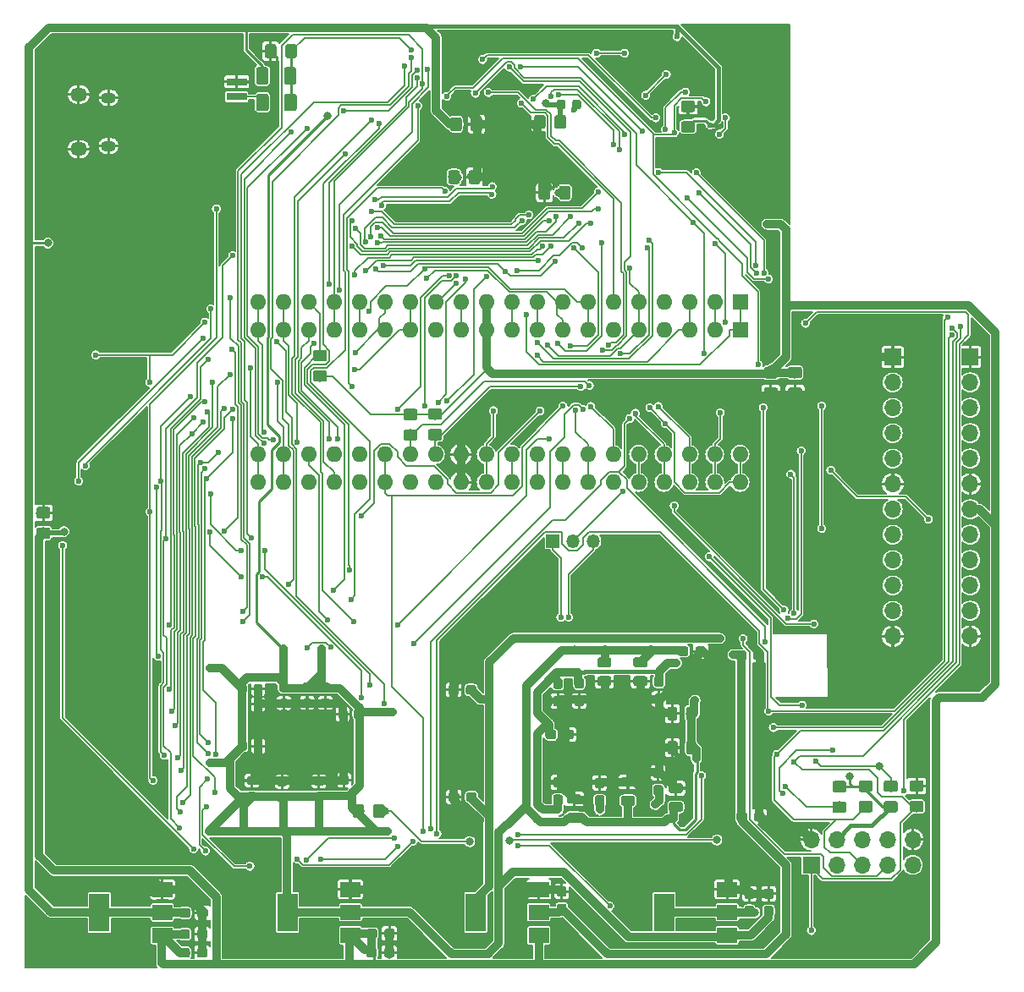
<source format=gbr>
G04 #@! TF.GenerationSoftware,KiCad,Pcbnew,(5.1.2-1)-1*
G04 #@! TF.CreationDate,2020-09-17T21:50:52+01:00*
G04 #@! TF.ProjectId,tranZPUter-SW-700_v1_2,7472616e-5a50-4557-9465-722d53572d37,rev?*
G04 #@! TF.SameCoordinates,Original*
G04 #@! TF.FileFunction,Copper,L2,Bot*
G04 #@! TF.FilePolarity,Positive*
%FSLAX46Y46*%
G04 Gerber Fmt 4.6, Leading zero omitted, Abs format (unit mm)*
G04 Created by KiCad (PCBNEW (5.1.2-1)-1) date 2020-09-17 21:50:52*
%MOMM*%
%LPD*%
G04 APERTURE LIST*
%ADD10C,0.100000*%
%ADD11C,1.150000*%
%ADD12O,1.350000X1.350000*%
%ADD13R,1.350000X1.350000*%
%ADD14O,1.700000X1.700000*%
%ADD15R,1.700000X1.700000*%
%ADD16R,1.600000X1.600000*%
%ADD17O,1.600000X1.600000*%
%ADD18O,1.700000X1.350000*%
%ADD19O,1.500000X1.100000*%
%ADD20R,2.000000X1.500000*%
%ADD21R,2.000000X3.800000*%
%ADD22C,0.950000*%
%ADD23C,1.250000*%
%ADD24C,0.875000*%
%ADD25C,0.975000*%
%ADD26R,2.000000X0.800000*%
%ADD27C,0.800000*%
%ADD28C,0.600000*%
%ADD29C,0.250000*%
%ADD30C,0.812800*%
%ADD31C,0.381000*%
%ADD32C,0.152400*%
%ADD33C,0.508000*%
%ADD34C,0.254000*%
%ADD35C,0.200000*%
G04 APERTURE END LIST*
D10*
G36*
X133524505Y-123341204D02*
G01*
X133548773Y-123344804D01*
X133572572Y-123350765D01*
X133595671Y-123359030D01*
X133617850Y-123369520D01*
X133638893Y-123382132D01*
X133658599Y-123396747D01*
X133676777Y-123413223D01*
X133693253Y-123431401D01*
X133707868Y-123451107D01*
X133720480Y-123472150D01*
X133730970Y-123494329D01*
X133739235Y-123517428D01*
X133745196Y-123541227D01*
X133748796Y-123565495D01*
X133750000Y-123589999D01*
X133750000Y-124490001D01*
X133748796Y-124514505D01*
X133745196Y-124538773D01*
X133739235Y-124562572D01*
X133730970Y-124585671D01*
X133720480Y-124607850D01*
X133707868Y-124628893D01*
X133693253Y-124648599D01*
X133676777Y-124666777D01*
X133658599Y-124683253D01*
X133638893Y-124697868D01*
X133617850Y-124710480D01*
X133595671Y-124720970D01*
X133572572Y-124729235D01*
X133548773Y-124735196D01*
X133524505Y-124738796D01*
X133500001Y-124740000D01*
X132849999Y-124740000D01*
X132825495Y-124738796D01*
X132801227Y-124735196D01*
X132777428Y-124729235D01*
X132754329Y-124720970D01*
X132732150Y-124710480D01*
X132711107Y-124697868D01*
X132691401Y-124683253D01*
X132673223Y-124666777D01*
X132656747Y-124648599D01*
X132642132Y-124628893D01*
X132629520Y-124607850D01*
X132619030Y-124585671D01*
X132610765Y-124562572D01*
X132604804Y-124538773D01*
X132601204Y-124514505D01*
X132600000Y-124490001D01*
X132600000Y-123589999D01*
X132601204Y-123565495D01*
X132604804Y-123541227D01*
X132610765Y-123517428D01*
X132619030Y-123494329D01*
X132629520Y-123472150D01*
X132642132Y-123451107D01*
X132656747Y-123431401D01*
X132673223Y-123413223D01*
X132691401Y-123396747D01*
X132711107Y-123382132D01*
X132732150Y-123369520D01*
X132754329Y-123359030D01*
X132777428Y-123350765D01*
X132801227Y-123344804D01*
X132825495Y-123341204D01*
X132849999Y-123340000D01*
X133500001Y-123340000D01*
X133524505Y-123341204D01*
X133524505Y-123341204D01*
G37*
D11*
X133175000Y-124040000D03*
D10*
G36*
X131474505Y-123341204D02*
G01*
X131498773Y-123344804D01*
X131522572Y-123350765D01*
X131545671Y-123359030D01*
X131567850Y-123369520D01*
X131588893Y-123382132D01*
X131608599Y-123396747D01*
X131626777Y-123413223D01*
X131643253Y-123431401D01*
X131657868Y-123451107D01*
X131670480Y-123472150D01*
X131680970Y-123494329D01*
X131689235Y-123517428D01*
X131695196Y-123541227D01*
X131698796Y-123565495D01*
X131700000Y-123589999D01*
X131700000Y-124490001D01*
X131698796Y-124514505D01*
X131695196Y-124538773D01*
X131689235Y-124562572D01*
X131680970Y-124585671D01*
X131670480Y-124607850D01*
X131657868Y-124628893D01*
X131643253Y-124648599D01*
X131626777Y-124666777D01*
X131608599Y-124683253D01*
X131588893Y-124697868D01*
X131567850Y-124710480D01*
X131545671Y-124720970D01*
X131522572Y-124729235D01*
X131498773Y-124735196D01*
X131474505Y-124738796D01*
X131450001Y-124740000D01*
X130799999Y-124740000D01*
X130775495Y-124738796D01*
X130751227Y-124735196D01*
X130727428Y-124729235D01*
X130704329Y-124720970D01*
X130682150Y-124710480D01*
X130661107Y-124697868D01*
X130641401Y-124683253D01*
X130623223Y-124666777D01*
X130606747Y-124648599D01*
X130592132Y-124628893D01*
X130579520Y-124607850D01*
X130569030Y-124585671D01*
X130560765Y-124562572D01*
X130554804Y-124538773D01*
X130551204Y-124514505D01*
X130550000Y-124490001D01*
X130550000Y-123589999D01*
X130551204Y-123565495D01*
X130554804Y-123541227D01*
X130560765Y-123517428D01*
X130569030Y-123494329D01*
X130579520Y-123472150D01*
X130592132Y-123451107D01*
X130606747Y-123431401D01*
X130623223Y-123413223D01*
X130641401Y-123396747D01*
X130661107Y-123382132D01*
X130682150Y-123369520D01*
X130704329Y-123359030D01*
X130727428Y-123350765D01*
X130751227Y-123344804D01*
X130775495Y-123341204D01*
X130799999Y-123340000D01*
X131450001Y-123340000D01*
X131474505Y-123341204D01*
X131474505Y-123341204D01*
G37*
D11*
X131125000Y-124040000D03*
D12*
X154590000Y-97010000D03*
X152590000Y-97010000D03*
D13*
X150590000Y-97010000D03*
D14*
X192330000Y-106530000D03*
X192330000Y-103990000D03*
X192330000Y-101450000D03*
X192330000Y-98910000D03*
X192330000Y-96370000D03*
X192330000Y-93830000D03*
X192330000Y-91290000D03*
X192330000Y-88750000D03*
X192330000Y-86210000D03*
X192330000Y-83670000D03*
X192330000Y-81130000D03*
D15*
X192330000Y-78590000D03*
D14*
X184580000Y-106540000D03*
X184580000Y-104000000D03*
X184580000Y-101460000D03*
X184580000Y-98920000D03*
X184580000Y-96380000D03*
X184580000Y-93840000D03*
X184580000Y-91300000D03*
X184580000Y-88760000D03*
X184580000Y-86220000D03*
X184580000Y-83680000D03*
X184580000Y-81140000D03*
D15*
X184580000Y-78600000D03*
X176420000Y-129440000D03*
D14*
X176420000Y-126900000D03*
X178960000Y-129440000D03*
X178960000Y-126900000D03*
X181500000Y-129440000D03*
X181500000Y-126900000D03*
X184040000Y-129440000D03*
X184040000Y-126900000D03*
X186580000Y-129440000D03*
X186580000Y-126900000D03*
D16*
X169305000Y-73112000D03*
D17*
X121045000Y-88352000D03*
X166765000Y-73112000D03*
X123585000Y-88352000D03*
X164225000Y-73112000D03*
X126125000Y-88352000D03*
X161685000Y-73112000D03*
X128665000Y-88352000D03*
X159145000Y-73112000D03*
X131205000Y-88352000D03*
X156605000Y-73112000D03*
X133745000Y-88352000D03*
X154065000Y-73112000D03*
X136285000Y-88352000D03*
X151525000Y-73112000D03*
X138825000Y-88352000D03*
X148985000Y-73112000D03*
X141365000Y-88352000D03*
X146445000Y-73112000D03*
X143905000Y-88352000D03*
X143905000Y-73112000D03*
X146445000Y-88352000D03*
X141365000Y-73112000D03*
X148985000Y-88352000D03*
X138825000Y-73112000D03*
X151525000Y-88352000D03*
X136285000Y-73112000D03*
X154065000Y-88352000D03*
X133745000Y-73112000D03*
X156605000Y-88352000D03*
X131205000Y-73112000D03*
X159145000Y-88352000D03*
X128665000Y-73112000D03*
X161685000Y-88352000D03*
X126125000Y-73112000D03*
X164225000Y-88352000D03*
X123585000Y-73112000D03*
X166765000Y-88352000D03*
X121045000Y-73112000D03*
X169305000Y-88352000D03*
D18*
X103125000Y-57785000D03*
X103125000Y-52325000D03*
D19*
X106125000Y-57475000D03*
X106125000Y-52635000D03*
D20*
X130320000Y-131890000D03*
X130320000Y-136490000D03*
X130320000Y-134190000D03*
D21*
X124020000Y-134190000D03*
D10*
G36*
X179714505Y-123081204D02*
G01*
X179738773Y-123084804D01*
X179762572Y-123090765D01*
X179785671Y-123099030D01*
X179807850Y-123109520D01*
X179828893Y-123122132D01*
X179848599Y-123136747D01*
X179866777Y-123153223D01*
X179883253Y-123171401D01*
X179897868Y-123191107D01*
X179910480Y-123212150D01*
X179920970Y-123234329D01*
X179929235Y-123257428D01*
X179935196Y-123281227D01*
X179938796Y-123305495D01*
X179940000Y-123329999D01*
X179940000Y-123980001D01*
X179938796Y-124004505D01*
X179935196Y-124028773D01*
X179929235Y-124052572D01*
X179920970Y-124075671D01*
X179910480Y-124097850D01*
X179897868Y-124118893D01*
X179883253Y-124138599D01*
X179866777Y-124156777D01*
X179848599Y-124173253D01*
X179828893Y-124187868D01*
X179807850Y-124200480D01*
X179785671Y-124210970D01*
X179762572Y-124219235D01*
X179738773Y-124225196D01*
X179714505Y-124228796D01*
X179690001Y-124230000D01*
X178789999Y-124230000D01*
X178765495Y-124228796D01*
X178741227Y-124225196D01*
X178717428Y-124219235D01*
X178694329Y-124210970D01*
X178672150Y-124200480D01*
X178651107Y-124187868D01*
X178631401Y-124173253D01*
X178613223Y-124156777D01*
X178596747Y-124138599D01*
X178582132Y-124118893D01*
X178569520Y-124097850D01*
X178559030Y-124075671D01*
X178550765Y-124052572D01*
X178544804Y-124028773D01*
X178541204Y-124004505D01*
X178540000Y-123980001D01*
X178540000Y-123329999D01*
X178541204Y-123305495D01*
X178544804Y-123281227D01*
X178550765Y-123257428D01*
X178559030Y-123234329D01*
X178569520Y-123212150D01*
X178582132Y-123191107D01*
X178596747Y-123171401D01*
X178613223Y-123153223D01*
X178631401Y-123136747D01*
X178651107Y-123122132D01*
X178672150Y-123109520D01*
X178694329Y-123099030D01*
X178717428Y-123090765D01*
X178741227Y-123084804D01*
X178765495Y-123081204D01*
X178789999Y-123080000D01*
X179690001Y-123080000D01*
X179714505Y-123081204D01*
X179714505Y-123081204D01*
G37*
D11*
X179240000Y-123655000D03*
D10*
G36*
X179714505Y-121031204D02*
G01*
X179738773Y-121034804D01*
X179762572Y-121040765D01*
X179785671Y-121049030D01*
X179807850Y-121059520D01*
X179828893Y-121072132D01*
X179848599Y-121086747D01*
X179866777Y-121103223D01*
X179883253Y-121121401D01*
X179897868Y-121141107D01*
X179910480Y-121162150D01*
X179920970Y-121184329D01*
X179929235Y-121207428D01*
X179935196Y-121231227D01*
X179938796Y-121255495D01*
X179940000Y-121279999D01*
X179940000Y-121930001D01*
X179938796Y-121954505D01*
X179935196Y-121978773D01*
X179929235Y-122002572D01*
X179920970Y-122025671D01*
X179910480Y-122047850D01*
X179897868Y-122068893D01*
X179883253Y-122088599D01*
X179866777Y-122106777D01*
X179848599Y-122123253D01*
X179828893Y-122137868D01*
X179807850Y-122150480D01*
X179785671Y-122160970D01*
X179762572Y-122169235D01*
X179738773Y-122175196D01*
X179714505Y-122178796D01*
X179690001Y-122180000D01*
X178789999Y-122180000D01*
X178765495Y-122178796D01*
X178741227Y-122175196D01*
X178717428Y-122169235D01*
X178694329Y-122160970D01*
X178672150Y-122150480D01*
X178651107Y-122137868D01*
X178631401Y-122123253D01*
X178613223Y-122106777D01*
X178596747Y-122088599D01*
X178582132Y-122068893D01*
X178569520Y-122047850D01*
X178559030Y-122025671D01*
X178550765Y-122002572D01*
X178544804Y-121978773D01*
X178541204Y-121954505D01*
X178540000Y-121930001D01*
X178540000Y-121279999D01*
X178541204Y-121255495D01*
X178544804Y-121231227D01*
X178550765Y-121207428D01*
X178559030Y-121184329D01*
X178569520Y-121162150D01*
X178582132Y-121141107D01*
X178596747Y-121121401D01*
X178613223Y-121103223D01*
X178631401Y-121086747D01*
X178651107Y-121072132D01*
X178672150Y-121059520D01*
X178694329Y-121049030D01*
X178717428Y-121040765D01*
X178741227Y-121034804D01*
X178765495Y-121031204D01*
X178789999Y-121030000D01*
X179690001Y-121030000D01*
X179714505Y-121031204D01*
X179714505Y-121031204D01*
G37*
D11*
X179240000Y-121605000D03*
D20*
X149170000Y-131890000D03*
X149170000Y-136490000D03*
X149170000Y-134190000D03*
D21*
X142870000Y-134190000D03*
D20*
X111510000Y-131900000D03*
X111510000Y-136500000D03*
X111510000Y-134200000D03*
D21*
X105210000Y-134200000D03*
D10*
G36*
X115835779Y-133766144D02*
G01*
X115858834Y-133769563D01*
X115881443Y-133775227D01*
X115903387Y-133783079D01*
X115924457Y-133793044D01*
X115944448Y-133805026D01*
X115963168Y-133818910D01*
X115980438Y-133834562D01*
X115996090Y-133851832D01*
X116009974Y-133870552D01*
X116021956Y-133890543D01*
X116031921Y-133911613D01*
X116039773Y-133933557D01*
X116045437Y-133956166D01*
X116048856Y-133979221D01*
X116050000Y-134002500D01*
X116050000Y-134477500D01*
X116048856Y-134500779D01*
X116045437Y-134523834D01*
X116039773Y-134546443D01*
X116031921Y-134568387D01*
X116021956Y-134589457D01*
X116009974Y-134609448D01*
X115996090Y-134628168D01*
X115980438Y-134645438D01*
X115963168Y-134661090D01*
X115944448Y-134674974D01*
X115924457Y-134686956D01*
X115903387Y-134696921D01*
X115881443Y-134704773D01*
X115858834Y-134710437D01*
X115835779Y-134713856D01*
X115812500Y-134715000D01*
X115237500Y-134715000D01*
X115214221Y-134713856D01*
X115191166Y-134710437D01*
X115168557Y-134704773D01*
X115146613Y-134696921D01*
X115125543Y-134686956D01*
X115105552Y-134674974D01*
X115086832Y-134661090D01*
X115069562Y-134645438D01*
X115053910Y-134628168D01*
X115040026Y-134609448D01*
X115028044Y-134589457D01*
X115018079Y-134568387D01*
X115010227Y-134546443D01*
X115004563Y-134523834D01*
X115001144Y-134500779D01*
X115000000Y-134477500D01*
X115000000Y-134002500D01*
X115001144Y-133979221D01*
X115004563Y-133956166D01*
X115010227Y-133933557D01*
X115018079Y-133911613D01*
X115028044Y-133890543D01*
X115040026Y-133870552D01*
X115053910Y-133851832D01*
X115069562Y-133834562D01*
X115086832Y-133818910D01*
X115105552Y-133805026D01*
X115125543Y-133793044D01*
X115146613Y-133783079D01*
X115168557Y-133775227D01*
X115191166Y-133769563D01*
X115214221Y-133766144D01*
X115237500Y-133765000D01*
X115812500Y-133765000D01*
X115835779Y-133766144D01*
X115835779Y-133766144D01*
G37*
D22*
X115525000Y-134240000D03*
D10*
G36*
X114085779Y-133766144D02*
G01*
X114108834Y-133769563D01*
X114131443Y-133775227D01*
X114153387Y-133783079D01*
X114174457Y-133793044D01*
X114194448Y-133805026D01*
X114213168Y-133818910D01*
X114230438Y-133834562D01*
X114246090Y-133851832D01*
X114259974Y-133870552D01*
X114271956Y-133890543D01*
X114281921Y-133911613D01*
X114289773Y-133933557D01*
X114295437Y-133956166D01*
X114298856Y-133979221D01*
X114300000Y-134002500D01*
X114300000Y-134477500D01*
X114298856Y-134500779D01*
X114295437Y-134523834D01*
X114289773Y-134546443D01*
X114281921Y-134568387D01*
X114271956Y-134589457D01*
X114259974Y-134609448D01*
X114246090Y-134628168D01*
X114230438Y-134645438D01*
X114213168Y-134661090D01*
X114194448Y-134674974D01*
X114174457Y-134686956D01*
X114153387Y-134696921D01*
X114131443Y-134704773D01*
X114108834Y-134710437D01*
X114085779Y-134713856D01*
X114062500Y-134715000D01*
X113487500Y-134715000D01*
X113464221Y-134713856D01*
X113441166Y-134710437D01*
X113418557Y-134704773D01*
X113396613Y-134696921D01*
X113375543Y-134686956D01*
X113355552Y-134674974D01*
X113336832Y-134661090D01*
X113319562Y-134645438D01*
X113303910Y-134628168D01*
X113290026Y-134609448D01*
X113278044Y-134589457D01*
X113268079Y-134568387D01*
X113260227Y-134546443D01*
X113254563Y-134523834D01*
X113251144Y-134500779D01*
X113250000Y-134477500D01*
X113250000Y-134002500D01*
X113251144Y-133979221D01*
X113254563Y-133956166D01*
X113260227Y-133933557D01*
X113268079Y-133911613D01*
X113278044Y-133890543D01*
X113290026Y-133870552D01*
X113303910Y-133851832D01*
X113319562Y-133834562D01*
X113336832Y-133818910D01*
X113355552Y-133805026D01*
X113375543Y-133793044D01*
X113396613Y-133783079D01*
X113418557Y-133775227D01*
X113441166Y-133769563D01*
X113464221Y-133766144D01*
X113487500Y-133765000D01*
X114062500Y-133765000D01*
X114085779Y-133766144D01*
X114085779Y-133766144D01*
G37*
D22*
X113775000Y-134240000D03*
D10*
G36*
X115805779Y-135906144D02*
G01*
X115828834Y-135909563D01*
X115851443Y-135915227D01*
X115873387Y-135923079D01*
X115894457Y-135933044D01*
X115914448Y-135945026D01*
X115933168Y-135958910D01*
X115950438Y-135974562D01*
X115966090Y-135991832D01*
X115979974Y-136010552D01*
X115991956Y-136030543D01*
X116001921Y-136051613D01*
X116009773Y-136073557D01*
X116015437Y-136096166D01*
X116018856Y-136119221D01*
X116020000Y-136142500D01*
X116020000Y-136617500D01*
X116018856Y-136640779D01*
X116015437Y-136663834D01*
X116009773Y-136686443D01*
X116001921Y-136708387D01*
X115991956Y-136729457D01*
X115979974Y-136749448D01*
X115966090Y-136768168D01*
X115950438Y-136785438D01*
X115933168Y-136801090D01*
X115914448Y-136814974D01*
X115894457Y-136826956D01*
X115873387Y-136836921D01*
X115851443Y-136844773D01*
X115828834Y-136850437D01*
X115805779Y-136853856D01*
X115782500Y-136855000D01*
X115207500Y-136855000D01*
X115184221Y-136853856D01*
X115161166Y-136850437D01*
X115138557Y-136844773D01*
X115116613Y-136836921D01*
X115095543Y-136826956D01*
X115075552Y-136814974D01*
X115056832Y-136801090D01*
X115039562Y-136785438D01*
X115023910Y-136768168D01*
X115010026Y-136749448D01*
X114998044Y-136729457D01*
X114988079Y-136708387D01*
X114980227Y-136686443D01*
X114974563Y-136663834D01*
X114971144Y-136640779D01*
X114970000Y-136617500D01*
X114970000Y-136142500D01*
X114971144Y-136119221D01*
X114974563Y-136096166D01*
X114980227Y-136073557D01*
X114988079Y-136051613D01*
X114998044Y-136030543D01*
X115010026Y-136010552D01*
X115023910Y-135991832D01*
X115039562Y-135974562D01*
X115056832Y-135958910D01*
X115075552Y-135945026D01*
X115095543Y-135933044D01*
X115116613Y-135923079D01*
X115138557Y-135915227D01*
X115161166Y-135909563D01*
X115184221Y-135906144D01*
X115207500Y-135905000D01*
X115782500Y-135905000D01*
X115805779Y-135906144D01*
X115805779Y-135906144D01*
G37*
D22*
X115495000Y-136380000D03*
D10*
G36*
X114055779Y-135906144D02*
G01*
X114078834Y-135909563D01*
X114101443Y-135915227D01*
X114123387Y-135923079D01*
X114144457Y-135933044D01*
X114164448Y-135945026D01*
X114183168Y-135958910D01*
X114200438Y-135974562D01*
X114216090Y-135991832D01*
X114229974Y-136010552D01*
X114241956Y-136030543D01*
X114251921Y-136051613D01*
X114259773Y-136073557D01*
X114265437Y-136096166D01*
X114268856Y-136119221D01*
X114270000Y-136142500D01*
X114270000Y-136617500D01*
X114268856Y-136640779D01*
X114265437Y-136663834D01*
X114259773Y-136686443D01*
X114251921Y-136708387D01*
X114241956Y-136729457D01*
X114229974Y-136749448D01*
X114216090Y-136768168D01*
X114200438Y-136785438D01*
X114183168Y-136801090D01*
X114164448Y-136814974D01*
X114144457Y-136826956D01*
X114123387Y-136836921D01*
X114101443Y-136844773D01*
X114078834Y-136850437D01*
X114055779Y-136853856D01*
X114032500Y-136855000D01*
X113457500Y-136855000D01*
X113434221Y-136853856D01*
X113411166Y-136850437D01*
X113388557Y-136844773D01*
X113366613Y-136836921D01*
X113345543Y-136826956D01*
X113325552Y-136814974D01*
X113306832Y-136801090D01*
X113289562Y-136785438D01*
X113273910Y-136768168D01*
X113260026Y-136749448D01*
X113248044Y-136729457D01*
X113238079Y-136708387D01*
X113230227Y-136686443D01*
X113224563Y-136663834D01*
X113221144Y-136640779D01*
X113220000Y-136617500D01*
X113220000Y-136142500D01*
X113221144Y-136119221D01*
X113224563Y-136096166D01*
X113230227Y-136073557D01*
X113238079Y-136051613D01*
X113248044Y-136030543D01*
X113260026Y-136010552D01*
X113273910Y-135991832D01*
X113289562Y-135974562D01*
X113306832Y-135958910D01*
X113325552Y-135945026D01*
X113345543Y-135933044D01*
X113366613Y-135923079D01*
X113388557Y-135915227D01*
X113411166Y-135909563D01*
X113434221Y-135906144D01*
X113457500Y-135905000D01*
X114032500Y-135905000D01*
X114055779Y-135906144D01*
X114055779Y-135906144D01*
G37*
D22*
X113745000Y-136380000D03*
D10*
G36*
X115795779Y-137766144D02*
G01*
X115818834Y-137769563D01*
X115841443Y-137775227D01*
X115863387Y-137783079D01*
X115884457Y-137793044D01*
X115904448Y-137805026D01*
X115923168Y-137818910D01*
X115940438Y-137834562D01*
X115956090Y-137851832D01*
X115969974Y-137870552D01*
X115981956Y-137890543D01*
X115991921Y-137911613D01*
X115999773Y-137933557D01*
X116005437Y-137956166D01*
X116008856Y-137979221D01*
X116010000Y-138002500D01*
X116010000Y-138477500D01*
X116008856Y-138500779D01*
X116005437Y-138523834D01*
X115999773Y-138546443D01*
X115991921Y-138568387D01*
X115981956Y-138589457D01*
X115969974Y-138609448D01*
X115956090Y-138628168D01*
X115940438Y-138645438D01*
X115923168Y-138661090D01*
X115904448Y-138674974D01*
X115884457Y-138686956D01*
X115863387Y-138696921D01*
X115841443Y-138704773D01*
X115818834Y-138710437D01*
X115795779Y-138713856D01*
X115772500Y-138715000D01*
X115197500Y-138715000D01*
X115174221Y-138713856D01*
X115151166Y-138710437D01*
X115128557Y-138704773D01*
X115106613Y-138696921D01*
X115085543Y-138686956D01*
X115065552Y-138674974D01*
X115046832Y-138661090D01*
X115029562Y-138645438D01*
X115013910Y-138628168D01*
X115000026Y-138609448D01*
X114988044Y-138589457D01*
X114978079Y-138568387D01*
X114970227Y-138546443D01*
X114964563Y-138523834D01*
X114961144Y-138500779D01*
X114960000Y-138477500D01*
X114960000Y-138002500D01*
X114961144Y-137979221D01*
X114964563Y-137956166D01*
X114970227Y-137933557D01*
X114978079Y-137911613D01*
X114988044Y-137890543D01*
X115000026Y-137870552D01*
X115013910Y-137851832D01*
X115029562Y-137834562D01*
X115046832Y-137818910D01*
X115065552Y-137805026D01*
X115085543Y-137793044D01*
X115106613Y-137783079D01*
X115128557Y-137775227D01*
X115151166Y-137769563D01*
X115174221Y-137766144D01*
X115197500Y-137765000D01*
X115772500Y-137765000D01*
X115795779Y-137766144D01*
X115795779Y-137766144D01*
G37*
D22*
X115485000Y-138240000D03*
D10*
G36*
X114045779Y-137766144D02*
G01*
X114068834Y-137769563D01*
X114091443Y-137775227D01*
X114113387Y-137783079D01*
X114134457Y-137793044D01*
X114154448Y-137805026D01*
X114173168Y-137818910D01*
X114190438Y-137834562D01*
X114206090Y-137851832D01*
X114219974Y-137870552D01*
X114231956Y-137890543D01*
X114241921Y-137911613D01*
X114249773Y-137933557D01*
X114255437Y-137956166D01*
X114258856Y-137979221D01*
X114260000Y-138002500D01*
X114260000Y-138477500D01*
X114258856Y-138500779D01*
X114255437Y-138523834D01*
X114249773Y-138546443D01*
X114241921Y-138568387D01*
X114231956Y-138589457D01*
X114219974Y-138609448D01*
X114206090Y-138628168D01*
X114190438Y-138645438D01*
X114173168Y-138661090D01*
X114154448Y-138674974D01*
X114134457Y-138686956D01*
X114113387Y-138696921D01*
X114091443Y-138704773D01*
X114068834Y-138710437D01*
X114045779Y-138713856D01*
X114022500Y-138715000D01*
X113447500Y-138715000D01*
X113424221Y-138713856D01*
X113401166Y-138710437D01*
X113378557Y-138704773D01*
X113356613Y-138696921D01*
X113335543Y-138686956D01*
X113315552Y-138674974D01*
X113296832Y-138661090D01*
X113279562Y-138645438D01*
X113263910Y-138628168D01*
X113250026Y-138609448D01*
X113238044Y-138589457D01*
X113228079Y-138568387D01*
X113220227Y-138546443D01*
X113214563Y-138523834D01*
X113211144Y-138500779D01*
X113210000Y-138477500D01*
X113210000Y-138002500D01*
X113211144Y-137979221D01*
X113214563Y-137956166D01*
X113220227Y-137933557D01*
X113228079Y-137911613D01*
X113238044Y-137890543D01*
X113250026Y-137870552D01*
X113263910Y-137851832D01*
X113279562Y-137834562D01*
X113296832Y-137818910D01*
X113315552Y-137805026D01*
X113335543Y-137793044D01*
X113356613Y-137783079D01*
X113378557Y-137775227D01*
X113401166Y-137769563D01*
X113424221Y-137766144D01*
X113447500Y-137765000D01*
X114022500Y-137765000D01*
X114045779Y-137766144D01*
X114045779Y-137766144D01*
G37*
D22*
X113735000Y-138240000D03*
D10*
G36*
X121919504Y-52226204D02*
G01*
X121943773Y-52229804D01*
X121967571Y-52235765D01*
X121990671Y-52244030D01*
X122012849Y-52254520D01*
X122033893Y-52267133D01*
X122053598Y-52281747D01*
X122071777Y-52298223D01*
X122088253Y-52316402D01*
X122102867Y-52336107D01*
X122115480Y-52357151D01*
X122125970Y-52379329D01*
X122134235Y-52402429D01*
X122140196Y-52426227D01*
X122143796Y-52450496D01*
X122145000Y-52475000D01*
X122145000Y-53725000D01*
X122143796Y-53749504D01*
X122140196Y-53773773D01*
X122134235Y-53797571D01*
X122125970Y-53820671D01*
X122115480Y-53842849D01*
X122102867Y-53863893D01*
X122088253Y-53883598D01*
X122071777Y-53901777D01*
X122053598Y-53918253D01*
X122033893Y-53932867D01*
X122012849Y-53945480D01*
X121990671Y-53955970D01*
X121967571Y-53964235D01*
X121943773Y-53970196D01*
X121919504Y-53973796D01*
X121895000Y-53975000D01*
X121145000Y-53975000D01*
X121120496Y-53973796D01*
X121096227Y-53970196D01*
X121072429Y-53964235D01*
X121049329Y-53955970D01*
X121027151Y-53945480D01*
X121006107Y-53932867D01*
X120986402Y-53918253D01*
X120968223Y-53901777D01*
X120951747Y-53883598D01*
X120937133Y-53863893D01*
X120924520Y-53842849D01*
X120914030Y-53820671D01*
X120905765Y-53797571D01*
X120899804Y-53773773D01*
X120896204Y-53749504D01*
X120895000Y-53725000D01*
X120895000Y-52475000D01*
X120896204Y-52450496D01*
X120899804Y-52426227D01*
X120905765Y-52402429D01*
X120914030Y-52379329D01*
X120924520Y-52357151D01*
X120937133Y-52336107D01*
X120951747Y-52316402D01*
X120968223Y-52298223D01*
X120986402Y-52281747D01*
X121006107Y-52267133D01*
X121027151Y-52254520D01*
X121049329Y-52244030D01*
X121072429Y-52235765D01*
X121096227Y-52229804D01*
X121120496Y-52226204D01*
X121145000Y-52225000D01*
X121895000Y-52225000D01*
X121919504Y-52226204D01*
X121919504Y-52226204D01*
G37*
D23*
X121520000Y-53100000D03*
D10*
G36*
X124719504Y-52226204D02*
G01*
X124743773Y-52229804D01*
X124767571Y-52235765D01*
X124790671Y-52244030D01*
X124812849Y-52254520D01*
X124833893Y-52267133D01*
X124853598Y-52281747D01*
X124871777Y-52298223D01*
X124888253Y-52316402D01*
X124902867Y-52336107D01*
X124915480Y-52357151D01*
X124925970Y-52379329D01*
X124934235Y-52402429D01*
X124940196Y-52426227D01*
X124943796Y-52450496D01*
X124945000Y-52475000D01*
X124945000Y-53725000D01*
X124943796Y-53749504D01*
X124940196Y-53773773D01*
X124934235Y-53797571D01*
X124925970Y-53820671D01*
X124915480Y-53842849D01*
X124902867Y-53863893D01*
X124888253Y-53883598D01*
X124871777Y-53901777D01*
X124853598Y-53918253D01*
X124833893Y-53932867D01*
X124812849Y-53945480D01*
X124790671Y-53955970D01*
X124767571Y-53964235D01*
X124743773Y-53970196D01*
X124719504Y-53973796D01*
X124695000Y-53975000D01*
X123945000Y-53975000D01*
X123920496Y-53973796D01*
X123896227Y-53970196D01*
X123872429Y-53964235D01*
X123849329Y-53955970D01*
X123827151Y-53945480D01*
X123806107Y-53932867D01*
X123786402Y-53918253D01*
X123768223Y-53901777D01*
X123751747Y-53883598D01*
X123737133Y-53863893D01*
X123724520Y-53842849D01*
X123714030Y-53820671D01*
X123705765Y-53797571D01*
X123699804Y-53773773D01*
X123696204Y-53749504D01*
X123695000Y-53725000D01*
X123695000Y-52475000D01*
X123696204Y-52450496D01*
X123699804Y-52426227D01*
X123705765Y-52402429D01*
X123714030Y-52379329D01*
X123724520Y-52357151D01*
X123737133Y-52336107D01*
X123751747Y-52316402D01*
X123768223Y-52298223D01*
X123786402Y-52281747D01*
X123806107Y-52267133D01*
X123827151Y-52254520D01*
X123849329Y-52244030D01*
X123872429Y-52235765D01*
X123896227Y-52229804D01*
X123920496Y-52226204D01*
X123945000Y-52225000D01*
X124695000Y-52225000D01*
X124719504Y-52226204D01*
X124719504Y-52226204D01*
G37*
D23*
X124320000Y-53100000D03*
D10*
G36*
X121899504Y-49576204D02*
G01*
X121923773Y-49579804D01*
X121947571Y-49585765D01*
X121970671Y-49594030D01*
X121992849Y-49604520D01*
X122013893Y-49617133D01*
X122033598Y-49631747D01*
X122051777Y-49648223D01*
X122068253Y-49666402D01*
X122082867Y-49686107D01*
X122095480Y-49707151D01*
X122105970Y-49729329D01*
X122114235Y-49752429D01*
X122120196Y-49776227D01*
X122123796Y-49800496D01*
X122125000Y-49825000D01*
X122125000Y-51075000D01*
X122123796Y-51099504D01*
X122120196Y-51123773D01*
X122114235Y-51147571D01*
X122105970Y-51170671D01*
X122095480Y-51192849D01*
X122082867Y-51213893D01*
X122068253Y-51233598D01*
X122051777Y-51251777D01*
X122033598Y-51268253D01*
X122013893Y-51282867D01*
X121992849Y-51295480D01*
X121970671Y-51305970D01*
X121947571Y-51314235D01*
X121923773Y-51320196D01*
X121899504Y-51323796D01*
X121875000Y-51325000D01*
X121125000Y-51325000D01*
X121100496Y-51323796D01*
X121076227Y-51320196D01*
X121052429Y-51314235D01*
X121029329Y-51305970D01*
X121007151Y-51295480D01*
X120986107Y-51282867D01*
X120966402Y-51268253D01*
X120948223Y-51251777D01*
X120931747Y-51233598D01*
X120917133Y-51213893D01*
X120904520Y-51192849D01*
X120894030Y-51170671D01*
X120885765Y-51147571D01*
X120879804Y-51123773D01*
X120876204Y-51099504D01*
X120875000Y-51075000D01*
X120875000Y-49825000D01*
X120876204Y-49800496D01*
X120879804Y-49776227D01*
X120885765Y-49752429D01*
X120894030Y-49729329D01*
X120904520Y-49707151D01*
X120917133Y-49686107D01*
X120931747Y-49666402D01*
X120948223Y-49648223D01*
X120966402Y-49631747D01*
X120986107Y-49617133D01*
X121007151Y-49604520D01*
X121029329Y-49594030D01*
X121052429Y-49585765D01*
X121076227Y-49579804D01*
X121100496Y-49576204D01*
X121125000Y-49575000D01*
X121875000Y-49575000D01*
X121899504Y-49576204D01*
X121899504Y-49576204D01*
G37*
D23*
X121500000Y-50450000D03*
D10*
G36*
X124699504Y-49576204D02*
G01*
X124723773Y-49579804D01*
X124747571Y-49585765D01*
X124770671Y-49594030D01*
X124792849Y-49604520D01*
X124813893Y-49617133D01*
X124833598Y-49631747D01*
X124851777Y-49648223D01*
X124868253Y-49666402D01*
X124882867Y-49686107D01*
X124895480Y-49707151D01*
X124905970Y-49729329D01*
X124914235Y-49752429D01*
X124920196Y-49776227D01*
X124923796Y-49800496D01*
X124925000Y-49825000D01*
X124925000Y-51075000D01*
X124923796Y-51099504D01*
X124920196Y-51123773D01*
X124914235Y-51147571D01*
X124905970Y-51170671D01*
X124895480Y-51192849D01*
X124882867Y-51213893D01*
X124868253Y-51233598D01*
X124851777Y-51251777D01*
X124833598Y-51268253D01*
X124813893Y-51282867D01*
X124792849Y-51295480D01*
X124770671Y-51305970D01*
X124747571Y-51314235D01*
X124723773Y-51320196D01*
X124699504Y-51323796D01*
X124675000Y-51325000D01*
X123925000Y-51325000D01*
X123900496Y-51323796D01*
X123876227Y-51320196D01*
X123852429Y-51314235D01*
X123829329Y-51305970D01*
X123807151Y-51295480D01*
X123786107Y-51282867D01*
X123766402Y-51268253D01*
X123748223Y-51251777D01*
X123731747Y-51233598D01*
X123717133Y-51213893D01*
X123704520Y-51192849D01*
X123694030Y-51170671D01*
X123685765Y-51147571D01*
X123679804Y-51123773D01*
X123676204Y-51099504D01*
X123675000Y-51075000D01*
X123675000Y-49825000D01*
X123676204Y-49800496D01*
X123679804Y-49776227D01*
X123685765Y-49752429D01*
X123694030Y-49729329D01*
X123704520Y-49707151D01*
X123717133Y-49686107D01*
X123731747Y-49666402D01*
X123748223Y-49648223D01*
X123766402Y-49631747D01*
X123786107Y-49617133D01*
X123807151Y-49604520D01*
X123829329Y-49594030D01*
X123852429Y-49585765D01*
X123876227Y-49579804D01*
X123900496Y-49576204D01*
X123925000Y-49575000D01*
X124675000Y-49575000D01*
X124699504Y-49576204D01*
X124699504Y-49576204D01*
G37*
D23*
X124300000Y-50450000D03*
D10*
G36*
X153197691Y-52836053D02*
G01*
X153218926Y-52839203D01*
X153239750Y-52844419D01*
X153259962Y-52851651D01*
X153279368Y-52860830D01*
X153297781Y-52871866D01*
X153315024Y-52884654D01*
X153330930Y-52899070D01*
X153345346Y-52914976D01*
X153358134Y-52932219D01*
X153369170Y-52950632D01*
X153378349Y-52970038D01*
X153385581Y-52990250D01*
X153390797Y-53011074D01*
X153393947Y-53032309D01*
X153395000Y-53053750D01*
X153395000Y-53566250D01*
X153393947Y-53587691D01*
X153390797Y-53608926D01*
X153385581Y-53629750D01*
X153378349Y-53649962D01*
X153369170Y-53669368D01*
X153358134Y-53687781D01*
X153345346Y-53705024D01*
X153330930Y-53720930D01*
X153315024Y-53735346D01*
X153297781Y-53748134D01*
X153279368Y-53759170D01*
X153259962Y-53768349D01*
X153239750Y-53775581D01*
X153218926Y-53780797D01*
X153197691Y-53783947D01*
X153176250Y-53785000D01*
X152738750Y-53785000D01*
X152717309Y-53783947D01*
X152696074Y-53780797D01*
X152675250Y-53775581D01*
X152655038Y-53768349D01*
X152635632Y-53759170D01*
X152617219Y-53748134D01*
X152599976Y-53735346D01*
X152584070Y-53720930D01*
X152569654Y-53705024D01*
X152556866Y-53687781D01*
X152545830Y-53669368D01*
X152536651Y-53649962D01*
X152529419Y-53629750D01*
X152524203Y-53608926D01*
X152521053Y-53587691D01*
X152520000Y-53566250D01*
X152520000Y-53053750D01*
X152521053Y-53032309D01*
X152524203Y-53011074D01*
X152529419Y-52990250D01*
X152536651Y-52970038D01*
X152545830Y-52950632D01*
X152556866Y-52932219D01*
X152569654Y-52914976D01*
X152584070Y-52899070D01*
X152599976Y-52884654D01*
X152617219Y-52871866D01*
X152635632Y-52860830D01*
X152655038Y-52851651D01*
X152675250Y-52844419D01*
X152696074Y-52839203D01*
X152717309Y-52836053D01*
X152738750Y-52835000D01*
X153176250Y-52835000D01*
X153197691Y-52836053D01*
X153197691Y-52836053D01*
G37*
D24*
X152957500Y-53310000D03*
D10*
G36*
X151622691Y-52836053D02*
G01*
X151643926Y-52839203D01*
X151664750Y-52844419D01*
X151684962Y-52851651D01*
X151704368Y-52860830D01*
X151722781Y-52871866D01*
X151740024Y-52884654D01*
X151755930Y-52899070D01*
X151770346Y-52914976D01*
X151783134Y-52932219D01*
X151794170Y-52950632D01*
X151803349Y-52970038D01*
X151810581Y-52990250D01*
X151815797Y-53011074D01*
X151818947Y-53032309D01*
X151820000Y-53053750D01*
X151820000Y-53566250D01*
X151818947Y-53587691D01*
X151815797Y-53608926D01*
X151810581Y-53629750D01*
X151803349Y-53649962D01*
X151794170Y-53669368D01*
X151783134Y-53687781D01*
X151770346Y-53705024D01*
X151755930Y-53720930D01*
X151740024Y-53735346D01*
X151722781Y-53748134D01*
X151704368Y-53759170D01*
X151684962Y-53768349D01*
X151664750Y-53775581D01*
X151643926Y-53780797D01*
X151622691Y-53783947D01*
X151601250Y-53785000D01*
X151163750Y-53785000D01*
X151142309Y-53783947D01*
X151121074Y-53780797D01*
X151100250Y-53775581D01*
X151080038Y-53768349D01*
X151060632Y-53759170D01*
X151042219Y-53748134D01*
X151024976Y-53735346D01*
X151009070Y-53720930D01*
X150994654Y-53705024D01*
X150981866Y-53687781D01*
X150970830Y-53669368D01*
X150961651Y-53649962D01*
X150954419Y-53629750D01*
X150949203Y-53608926D01*
X150946053Y-53587691D01*
X150945000Y-53566250D01*
X150945000Y-53053750D01*
X150946053Y-53032309D01*
X150949203Y-53011074D01*
X150954419Y-52990250D01*
X150961651Y-52970038D01*
X150970830Y-52950632D01*
X150981866Y-52932219D01*
X150994654Y-52914976D01*
X151009070Y-52899070D01*
X151024976Y-52884654D01*
X151042219Y-52871866D01*
X151060632Y-52860830D01*
X151080038Y-52851651D01*
X151100250Y-52844419D01*
X151121074Y-52839203D01*
X151142309Y-52836053D01*
X151163750Y-52835000D01*
X151601250Y-52835000D01*
X151622691Y-52836053D01*
X151622691Y-52836053D01*
G37*
D24*
X151382500Y-53310000D03*
D10*
G36*
X141034505Y-59881204D02*
G01*
X141058773Y-59884804D01*
X141082572Y-59890765D01*
X141105671Y-59899030D01*
X141127850Y-59909520D01*
X141148893Y-59922132D01*
X141168599Y-59936747D01*
X141186777Y-59953223D01*
X141203253Y-59971401D01*
X141217868Y-59991107D01*
X141230480Y-60012150D01*
X141240970Y-60034329D01*
X141249235Y-60057428D01*
X141255196Y-60081227D01*
X141258796Y-60105495D01*
X141260000Y-60129999D01*
X141260000Y-61030001D01*
X141258796Y-61054505D01*
X141255196Y-61078773D01*
X141249235Y-61102572D01*
X141240970Y-61125671D01*
X141230480Y-61147850D01*
X141217868Y-61168893D01*
X141203253Y-61188599D01*
X141186777Y-61206777D01*
X141168599Y-61223253D01*
X141148893Y-61237868D01*
X141127850Y-61250480D01*
X141105671Y-61260970D01*
X141082572Y-61269235D01*
X141058773Y-61275196D01*
X141034505Y-61278796D01*
X141010001Y-61280000D01*
X140359999Y-61280000D01*
X140335495Y-61278796D01*
X140311227Y-61275196D01*
X140287428Y-61269235D01*
X140264329Y-61260970D01*
X140242150Y-61250480D01*
X140221107Y-61237868D01*
X140201401Y-61223253D01*
X140183223Y-61206777D01*
X140166747Y-61188599D01*
X140152132Y-61168893D01*
X140139520Y-61147850D01*
X140129030Y-61125671D01*
X140120765Y-61102572D01*
X140114804Y-61078773D01*
X140111204Y-61054505D01*
X140110000Y-61030001D01*
X140110000Y-60129999D01*
X140111204Y-60105495D01*
X140114804Y-60081227D01*
X140120765Y-60057428D01*
X140129030Y-60034329D01*
X140139520Y-60012150D01*
X140152132Y-59991107D01*
X140166747Y-59971401D01*
X140183223Y-59953223D01*
X140201401Y-59936747D01*
X140221107Y-59922132D01*
X140242150Y-59909520D01*
X140264329Y-59899030D01*
X140287428Y-59890765D01*
X140311227Y-59884804D01*
X140335495Y-59881204D01*
X140359999Y-59880000D01*
X141010001Y-59880000D01*
X141034505Y-59881204D01*
X141034505Y-59881204D01*
G37*
D11*
X140685000Y-60580000D03*
D10*
G36*
X143084505Y-59881204D02*
G01*
X143108773Y-59884804D01*
X143132572Y-59890765D01*
X143155671Y-59899030D01*
X143177850Y-59909520D01*
X143198893Y-59922132D01*
X143218599Y-59936747D01*
X143236777Y-59953223D01*
X143253253Y-59971401D01*
X143267868Y-59991107D01*
X143280480Y-60012150D01*
X143290970Y-60034329D01*
X143299235Y-60057428D01*
X143305196Y-60081227D01*
X143308796Y-60105495D01*
X143310000Y-60129999D01*
X143310000Y-61030001D01*
X143308796Y-61054505D01*
X143305196Y-61078773D01*
X143299235Y-61102572D01*
X143290970Y-61125671D01*
X143280480Y-61147850D01*
X143267868Y-61168893D01*
X143253253Y-61188599D01*
X143236777Y-61206777D01*
X143218599Y-61223253D01*
X143198893Y-61237868D01*
X143177850Y-61250480D01*
X143155671Y-61260970D01*
X143132572Y-61269235D01*
X143108773Y-61275196D01*
X143084505Y-61278796D01*
X143060001Y-61280000D01*
X142409999Y-61280000D01*
X142385495Y-61278796D01*
X142361227Y-61275196D01*
X142337428Y-61269235D01*
X142314329Y-61260970D01*
X142292150Y-61250480D01*
X142271107Y-61237868D01*
X142251401Y-61223253D01*
X142233223Y-61206777D01*
X142216747Y-61188599D01*
X142202132Y-61168893D01*
X142189520Y-61147850D01*
X142179030Y-61125671D01*
X142170765Y-61102572D01*
X142164804Y-61078773D01*
X142161204Y-61054505D01*
X142160000Y-61030001D01*
X142160000Y-60129999D01*
X142161204Y-60105495D01*
X142164804Y-60081227D01*
X142170765Y-60057428D01*
X142179030Y-60034329D01*
X142189520Y-60012150D01*
X142202132Y-59991107D01*
X142216747Y-59971401D01*
X142233223Y-59953223D01*
X142251401Y-59936747D01*
X142271107Y-59922132D01*
X142292150Y-59909520D01*
X142314329Y-59899030D01*
X142337428Y-59890765D01*
X142361227Y-59884804D01*
X142385495Y-59881204D01*
X142409999Y-59880000D01*
X143060001Y-59880000D01*
X143084505Y-59881204D01*
X143084505Y-59881204D01*
G37*
D11*
X142735000Y-60580000D03*
D10*
G36*
X141234505Y-54591204D02*
G01*
X141258773Y-54594804D01*
X141282572Y-54600765D01*
X141305671Y-54609030D01*
X141327850Y-54619520D01*
X141348893Y-54632132D01*
X141368599Y-54646747D01*
X141386777Y-54663223D01*
X141403253Y-54681401D01*
X141417868Y-54701107D01*
X141430480Y-54722150D01*
X141440970Y-54744329D01*
X141449235Y-54767428D01*
X141455196Y-54791227D01*
X141458796Y-54815495D01*
X141460000Y-54839999D01*
X141460000Y-55740001D01*
X141458796Y-55764505D01*
X141455196Y-55788773D01*
X141449235Y-55812572D01*
X141440970Y-55835671D01*
X141430480Y-55857850D01*
X141417868Y-55878893D01*
X141403253Y-55898599D01*
X141386777Y-55916777D01*
X141368599Y-55933253D01*
X141348893Y-55947868D01*
X141327850Y-55960480D01*
X141305671Y-55970970D01*
X141282572Y-55979235D01*
X141258773Y-55985196D01*
X141234505Y-55988796D01*
X141210001Y-55990000D01*
X140559999Y-55990000D01*
X140535495Y-55988796D01*
X140511227Y-55985196D01*
X140487428Y-55979235D01*
X140464329Y-55970970D01*
X140442150Y-55960480D01*
X140421107Y-55947868D01*
X140401401Y-55933253D01*
X140383223Y-55916777D01*
X140366747Y-55898599D01*
X140352132Y-55878893D01*
X140339520Y-55857850D01*
X140329030Y-55835671D01*
X140320765Y-55812572D01*
X140314804Y-55788773D01*
X140311204Y-55764505D01*
X140310000Y-55740001D01*
X140310000Y-54839999D01*
X140311204Y-54815495D01*
X140314804Y-54791227D01*
X140320765Y-54767428D01*
X140329030Y-54744329D01*
X140339520Y-54722150D01*
X140352132Y-54701107D01*
X140366747Y-54681401D01*
X140383223Y-54663223D01*
X140401401Y-54646747D01*
X140421107Y-54632132D01*
X140442150Y-54619520D01*
X140464329Y-54609030D01*
X140487428Y-54600765D01*
X140511227Y-54594804D01*
X140535495Y-54591204D01*
X140559999Y-54590000D01*
X141210001Y-54590000D01*
X141234505Y-54591204D01*
X141234505Y-54591204D01*
G37*
D11*
X140885000Y-55290000D03*
D10*
G36*
X143284505Y-54591204D02*
G01*
X143308773Y-54594804D01*
X143332572Y-54600765D01*
X143355671Y-54609030D01*
X143377850Y-54619520D01*
X143398893Y-54632132D01*
X143418599Y-54646747D01*
X143436777Y-54663223D01*
X143453253Y-54681401D01*
X143467868Y-54701107D01*
X143480480Y-54722150D01*
X143490970Y-54744329D01*
X143499235Y-54767428D01*
X143505196Y-54791227D01*
X143508796Y-54815495D01*
X143510000Y-54839999D01*
X143510000Y-55740001D01*
X143508796Y-55764505D01*
X143505196Y-55788773D01*
X143499235Y-55812572D01*
X143490970Y-55835671D01*
X143480480Y-55857850D01*
X143467868Y-55878893D01*
X143453253Y-55898599D01*
X143436777Y-55916777D01*
X143418599Y-55933253D01*
X143398893Y-55947868D01*
X143377850Y-55960480D01*
X143355671Y-55970970D01*
X143332572Y-55979235D01*
X143308773Y-55985196D01*
X143284505Y-55988796D01*
X143260001Y-55990000D01*
X142609999Y-55990000D01*
X142585495Y-55988796D01*
X142561227Y-55985196D01*
X142537428Y-55979235D01*
X142514329Y-55970970D01*
X142492150Y-55960480D01*
X142471107Y-55947868D01*
X142451401Y-55933253D01*
X142433223Y-55916777D01*
X142416747Y-55898599D01*
X142402132Y-55878893D01*
X142389520Y-55857850D01*
X142379030Y-55835671D01*
X142370765Y-55812572D01*
X142364804Y-55788773D01*
X142361204Y-55764505D01*
X142360000Y-55740001D01*
X142360000Y-54839999D01*
X142361204Y-54815495D01*
X142364804Y-54791227D01*
X142370765Y-54767428D01*
X142379030Y-54744329D01*
X142389520Y-54722150D01*
X142402132Y-54701107D01*
X142416747Y-54681401D01*
X142433223Y-54663223D01*
X142451401Y-54646747D01*
X142471107Y-54632132D01*
X142492150Y-54619520D01*
X142514329Y-54609030D01*
X142537428Y-54600765D01*
X142561227Y-54594804D01*
X142585495Y-54591204D01*
X142609999Y-54590000D01*
X143260001Y-54590000D01*
X143284505Y-54591204D01*
X143284505Y-54591204D01*
G37*
D11*
X142935000Y-55290000D03*
D10*
G36*
X124734505Y-47271204D02*
G01*
X124758773Y-47274804D01*
X124782572Y-47280765D01*
X124805671Y-47289030D01*
X124827850Y-47299520D01*
X124848893Y-47312132D01*
X124868599Y-47326747D01*
X124886777Y-47343223D01*
X124903253Y-47361401D01*
X124917868Y-47381107D01*
X124930480Y-47402150D01*
X124940970Y-47424329D01*
X124949235Y-47447428D01*
X124955196Y-47471227D01*
X124958796Y-47495495D01*
X124960000Y-47519999D01*
X124960000Y-48420001D01*
X124958796Y-48444505D01*
X124955196Y-48468773D01*
X124949235Y-48492572D01*
X124940970Y-48515671D01*
X124930480Y-48537850D01*
X124917868Y-48558893D01*
X124903253Y-48578599D01*
X124886777Y-48596777D01*
X124868599Y-48613253D01*
X124848893Y-48627868D01*
X124827850Y-48640480D01*
X124805671Y-48650970D01*
X124782572Y-48659235D01*
X124758773Y-48665196D01*
X124734505Y-48668796D01*
X124710001Y-48670000D01*
X124059999Y-48670000D01*
X124035495Y-48668796D01*
X124011227Y-48665196D01*
X123987428Y-48659235D01*
X123964329Y-48650970D01*
X123942150Y-48640480D01*
X123921107Y-48627868D01*
X123901401Y-48613253D01*
X123883223Y-48596777D01*
X123866747Y-48578599D01*
X123852132Y-48558893D01*
X123839520Y-48537850D01*
X123829030Y-48515671D01*
X123820765Y-48492572D01*
X123814804Y-48468773D01*
X123811204Y-48444505D01*
X123810000Y-48420001D01*
X123810000Y-47519999D01*
X123811204Y-47495495D01*
X123814804Y-47471227D01*
X123820765Y-47447428D01*
X123829030Y-47424329D01*
X123839520Y-47402150D01*
X123852132Y-47381107D01*
X123866747Y-47361401D01*
X123883223Y-47343223D01*
X123901401Y-47326747D01*
X123921107Y-47312132D01*
X123942150Y-47299520D01*
X123964329Y-47289030D01*
X123987428Y-47280765D01*
X124011227Y-47274804D01*
X124035495Y-47271204D01*
X124059999Y-47270000D01*
X124710001Y-47270000D01*
X124734505Y-47271204D01*
X124734505Y-47271204D01*
G37*
D11*
X124385000Y-47970000D03*
D10*
G36*
X122684505Y-47271204D02*
G01*
X122708773Y-47274804D01*
X122732572Y-47280765D01*
X122755671Y-47289030D01*
X122777850Y-47299520D01*
X122798893Y-47312132D01*
X122818599Y-47326747D01*
X122836777Y-47343223D01*
X122853253Y-47361401D01*
X122867868Y-47381107D01*
X122880480Y-47402150D01*
X122890970Y-47424329D01*
X122899235Y-47447428D01*
X122905196Y-47471227D01*
X122908796Y-47495495D01*
X122910000Y-47519999D01*
X122910000Y-48420001D01*
X122908796Y-48444505D01*
X122905196Y-48468773D01*
X122899235Y-48492572D01*
X122890970Y-48515671D01*
X122880480Y-48537850D01*
X122867868Y-48558893D01*
X122853253Y-48578599D01*
X122836777Y-48596777D01*
X122818599Y-48613253D01*
X122798893Y-48627868D01*
X122777850Y-48640480D01*
X122755671Y-48650970D01*
X122732572Y-48659235D01*
X122708773Y-48665196D01*
X122684505Y-48668796D01*
X122660001Y-48670000D01*
X122009999Y-48670000D01*
X121985495Y-48668796D01*
X121961227Y-48665196D01*
X121937428Y-48659235D01*
X121914329Y-48650970D01*
X121892150Y-48640480D01*
X121871107Y-48627868D01*
X121851401Y-48613253D01*
X121833223Y-48596777D01*
X121816747Y-48578599D01*
X121802132Y-48558893D01*
X121789520Y-48537850D01*
X121779030Y-48515671D01*
X121770765Y-48492572D01*
X121764804Y-48468773D01*
X121761204Y-48444505D01*
X121760000Y-48420001D01*
X121760000Y-47519999D01*
X121761204Y-47495495D01*
X121764804Y-47471227D01*
X121770765Y-47447428D01*
X121779030Y-47424329D01*
X121789520Y-47402150D01*
X121802132Y-47381107D01*
X121816747Y-47361401D01*
X121833223Y-47343223D01*
X121851401Y-47326747D01*
X121871107Y-47312132D01*
X121892150Y-47299520D01*
X121914329Y-47289030D01*
X121937428Y-47280765D01*
X121961227Y-47274804D01*
X121985495Y-47271204D01*
X122009999Y-47270000D01*
X122660001Y-47270000D01*
X122684505Y-47271204D01*
X122684505Y-47271204D01*
G37*
D11*
X122335000Y-47970000D03*
D10*
G36*
X151664505Y-54361204D02*
G01*
X151688773Y-54364804D01*
X151712572Y-54370765D01*
X151735671Y-54379030D01*
X151757850Y-54389520D01*
X151778893Y-54402132D01*
X151798599Y-54416747D01*
X151816777Y-54433223D01*
X151833253Y-54451401D01*
X151847868Y-54471107D01*
X151860480Y-54492150D01*
X151870970Y-54514329D01*
X151879235Y-54537428D01*
X151885196Y-54561227D01*
X151888796Y-54585495D01*
X151890000Y-54609999D01*
X151890000Y-55510001D01*
X151888796Y-55534505D01*
X151885196Y-55558773D01*
X151879235Y-55582572D01*
X151870970Y-55605671D01*
X151860480Y-55627850D01*
X151847868Y-55648893D01*
X151833253Y-55668599D01*
X151816777Y-55686777D01*
X151798599Y-55703253D01*
X151778893Y-55717868D01*
X151757850Y-55730480D01*
X151735671Y-55740970D01*
X151712572Y-55749235D01*
X151688773Y-55755196D01*
X151664505Y-55758796D01*
X151640001Y-55760000D01*
X150989999Y-55760000D01*
X150965495Y-55758796D01*
X150941227Y-55755196D01*
X150917428Y-55749235D01*
X150894329Y-55740970D01*
X150872150Y-55730480D01*
X150851107Y-55717868D01*
X150831401Y-55703253D01*
X150813223Y-55686777D01*
X150796747Y-55668599D01*
X150782132Y-55648893D01*
X150769520Y-55627850D01*
X150759030Y-55605671D01*
X150750765Y-55582572D01*
X150744804Y-55558773D01*
X150741204Y-55534505D01*
X150740000Y-55510001D01*
X150740000Y-54609999D01*
X150741204Y-54585495D01*
X150744804Y-54561227D01*
X150750765Y-54537428D01*
X150759030Y-54514329D01*
X150769520Y-54492150D01*
X150782132Y-54471107D01*
X150796747Y-54451401D01*
X150813223Y-54433223D01*
X150831401Y-54416747D01*
X150851107Y-54402132D01*
X150872150Y-54389520D01*
X150894329Y-54379030D01*
X150917428Y-54370765D01*
X150941227Y-54364804D01*
X150965495Y-54361204D01*
X150989999Y-54360000D01*
X151640001Y-54360000D01*
X151664505Y-54361204D01*
X151664505Y-54361204D01*
G37*
D11*
X151315000Y-55060000D03*
D10*
G36*
X149614505Y-54361204D02*
G01*
X149638773Y-54364804D01*
X149662572Y-54370765D01*
X149685671Y-54379030D01*
X149707850Y-54389520D01*
X149728893Y-54402132D01*
X149748599Y-54416747D01*
X149766777Y-54433223D01*
X149783253Y-54451401D01*
X149797868Y-54471107D01*
X149810480Y-54492150D01*
X149820970Y-54514329D01*
X149829235Y-54537428D01*
X149835196Y-54561227D01*
X149838796Y-54585495D01*
X149840000Y-54609999D01*
X149840000Y-55510001D01*
X149838796Y-55534505D01*
X149835196Y-55558773D01*
X149829235Y-55582572D01*
X149820970Y-55605671D01*
X149810480Y-55627850D01*
X149797868Y-55648893D01*
X149783253Y-55668599D01*
X149766777Y-55686777D01*
X149748599Y-55703253D01*
X149728893Y-55717868D01*
X149707850Y-55730480D01*
X149685671Y-55740970D01*
X149662572Y-55749235D01*
X149638773Y-55755196D01*
X149614505Y-55758796D01*
X149590001Y-55760000D01*
X148939999Y-55760000D01*
X148915495Y-55758796D01*
X148891227Y-55755196D01*
X148867428Y-55749235D01*
X148844329Y-55740970D01*
X148822150Y-55730480D01*
X148801107Y-55717868D01*
X148781401Y-55703253D01*
X148763223Y-55686777D01*
X148746747Y-55668599D01*
X148732132Y-55648893D01*
X148719520Y-55627850D01*
X148709030Y-55605671D01*
X148700765Y-55582572D01*
X148694804Y-55558773D01*
X148691204Y-55534505D01*
X148690000Y-55510001D01*
X148690000Y-54609999D01*
X148691204Y-54585495D01*
X148694804Y-54561227D01*
X148700765Y-54537428D01*
X148709030Y-54514329D01*
X148719520Y-54492150D01*
X148732132Y-54471107D01*
X148746747Y-54451401D01*
X148763223Y-54433223D01*
X148781401Y-54416747D01*
X148801107Y-54402132D01*
X148822150Y-54389520D01*
X148844329Y-54379030D01*
X148867428Y-54370765D01*
X148891227Y-54364804D01*
X148915495Y-54361204D01*
X148939999Y-54360000D01*
X149590001Y-54360000D01*
X149614505Y-54361204D01*
X149614505Y-54361204D01*
G37*
D11*
X149265000Y-55060000D03*
D10*
G36*
X164574505Y-54971204D02*
G01*
X164598773Y-54974804D01*
X164622572Y-54980765D01*
X164645671Y-54989030D01*
X164667850Y-54999520D01*
X164688893Y-55012132D01*
X164708599Y-55026747D01*
X164726777Y-55043223D01*
X164743253Y-55061401D01*
X164757868Y-55081107D01*
X164770480Y-55102150D01*
X164780970Y-55124329D01*
X164789235Y-55147428D01*
X164795196Y-55171227D01*
X164798796Y-55195495D01*
X164800000Y-55219999D01*
X164800000Y-55870001D01*
X164798796Y-55894505D01*
X164795196Y-55918773D01*
X164789235Y-55942572D01*
X164780970Y-55965671D01*
X164770480Y-55987850D01*
X164757868Y-56008893D01*
X164743253Y-56028599D01*
X164726777Y-56046777D01*
X164708599Y-56063253D01*
X164688893Y-56077868D01*
X164667850Y-56090480D01*
X164645671Y-56100970D01*
X164622572Y-56109235D01*
X164598773Y-56115196D01*
X164574505Y-56118796D01*
X164550001Y-56120000D01*
X163649999Y-56120000D01*
X163625495Y-56118796D01*
X163601227Y-56115196D01*
X163577428Y-56109235D01*
X163554329Y-56100970D01*
X163532150Y-56090480D01*
X163511107Y-56077868D01*
X163491401Y-56063253D01*
X163473223Y-56046777D01*
X163456747Y-56028599D01*
X163442132Y-56008893D01*
X163429520Y-55987850D01*
X163419030Y-55965671D01*
X163410765Y-55942572D01*
X163404804Y-55918773D01*
X163401204Y-55894505D01*
X163400000Y-55870001D01*
X163400000Y-55219999D01*
X163401204Y-55195495D01*
X163404804Y-55171227D01*
X163410765Y-55147428D01*
X163419030Y-55124329D01*
X163429520Y-55102150D01*
X163442132Y-55081107D01*
X163456747Y-55061401D01*
X163473223Y-55043223D01*
X163491401Y-55026747D01*
X163511107Y-55012132D01*
X163532150Y-54999520D01*
X163554329Y-54989030D01*
X163577428Y-54980765D01*
X163601227Y-54974804D01*
X163625495Y-54971204D01*
X163649999Y-54970000D01*
X164550001Y-54970000D01*
X164574505Y-54971204D01*
X164574505Y-54971204D01*
G37*
D11*
X164100000Y-55545000D03*
D10*
G36*
X164574505Y-52921204D02*
G01*
X164598773Y-52924804D01*
X164622572Y-52930765D01*
X164645671Y-52939030D01*
X164667850Y-52949520D01*
X164688893Y-52962132D01*
X164708599Y-52976747D01*
X164726777Y-52993223D01*
X164743253Y-53011401D01*
X164757868Y-53031107D01*
X164770480Y-53052150D01*
X164780970Y-53074329D01*
X164789235Y-53097428D01*
X164795196Y-53121227D01*
X164798796Y-53145495D01*
X164800000Y-53169999D01*
X164800000Y-53820001D01*
X164798796Y-53844505D01*
X164795196Y-53868773D01*
X164789235Y-53892572D01*
X164780970Y-53915671D01*
X164770480Y-53937850D01*
X164757868Y-53958893D01*
X164743253Y-53978599D01*
X164726777Y-53996777D01*
X164708599Y-54013253D01*
X164688893Y-54027868D01*
X164667850Y-54040480D01*
X164645671Y-54050970D01*
X164622572Y-54059235D01*
X164598773Y-54065196D01*
X164574505Y-54068796D01*
X164550001Y-54070000D01*
X163649999Y-54070000D01*
X163625495Y-54068796D01*
X163601227Y-54065196D01*
X163577428Y-54059235D01*
X163554329Y-54050970D01*
X163532150Y-54040480D01*
X163511107Y-54027868D01*
X163491401Y-54013253D01*
X163473223Y-53996777D01*
X163456747Y-53978599D01*
X163442132Y-53958893D01*
X163429520Y-53937850D01*
X163419030Y-53915671D01*
X163410765Y-53892572D01*
X163404804Y-53868773D01*
X163401204Y-53844505D01*
X163400000Y-53820001D01*
X163400000Y-53169999D01*
X163401204Y-53145495D01*
X163404804Y-53121227D01*
X163410765Y-53097428D01*
X163419030Y-53074329D01*
X163429520Y-53052150D01*
X163442132Y-53031107D01*
X163456747Y-53011401D01*
X163473223Y-52993223D01*
X163491401Y-52976747D01*
X163511107Y-52962132D01*
X163532150Y-52949520D01*
X163554329Y-52939030D01*
X163577428Y-52930765D01*
X163601227Y-52924804D01*
X163625495Y-52921204D01*
X163649999Y-52920000D01*
X164550001Y-52920000D01*
X164574505Y-52921204D01*
X164574505Y-52921204D01*
G37*
D11*
X164100000Y-53495000D03*
D20*
X168000000Y-131890000D03*
X168000000Y-136490000D03*
X168000000Y-134190000D03*
D21*
X161700000Y-134190000D03*
D10*
G36*
X182334505Y-123041204D02*
G01*
X182358773Y-123044804D01*
X182382572Y-123050765D01*
X182405671Y-123059030D01*
X182427850Y-123069520D01*
X182448893Y-123082132D01*
X182468599Y-123096747D01*
X182486777Y-123113223D01*
X182503253Y-123131401D01*
X182517868Y-123151107D01*
X182530480Y-123172150D01*
X182540970Y-123194329D01*
X182549235Y-123217428D01*
X182555196Y-123241227D01*
X182558796Y-123265495D01*
X182560000Y-123289999D01*
X182560000Y-123940001D01*
X182558796Y-123964505D01*
X182555196Y-123988773D01*
X182549235Y-124012572D01*
X182540970Y-124035671D01*
X182530480Y-124057850D01*
X182517868Y-124078893D01*
X182503253Y-124098599D01*
X182486777Y-124116777D01*
X182468599Y-124133253D01*
X182448893Y-124147868D01*
X182427850Y-124160480D01*
X182405671Y-124170970D01*
X182382572Y-124179235D01*
X182358773Y-124185196D01*
X182334505Y-124188796D01*
X182310001Y-124190000D01*
X181409999Y-124190000D01*
X181385495Y-124188796D01*
X181361227Y-124185196D01*
X181337428Y-124179235D01*
X181314329Y-124170970D01*
X181292150Y-124160480D01*
X181271107Y-124147868D01*
X181251401Y-124133253D01*
X181233223Y-124116777D01*
X181216747Y-124098599D01*
X181202132Y-124078893D01*
X181189520Y-124057850D01*
X181179030Y-124035671D01*
X181170765Y-124012572D01*
X181164804Y-123988773D01*
X181161204Y-123964505D01*
X181160000Y-123940001D01*
X181160000Y-123289999D01*
X181161204Y-123265495D01*
X181164804Y-123241227D01*
X181170765Y-123217428D01*
X181179030Y-123194329D01*
X181189520Y-123172150D01*
X181202132Y-123151107D01*
X181216747Y-123131401D01*
X181233223Y-123113223D01*
X181251401Y-123096747D01*
X181271107Y-123082132D01*
X181292150Y-123069520D01*
X181314329Y-123059030D01*
X181337428Y-123050765D01*
X181361227Y-123044804D01*
X181385495Y-123041204D01*
X181409999Y-123040000D01*
X182310001Y-123040000D01*
X182334505Y-123041204D01*
X182334505Y-123041204D01*
G37*
D11*
X181860000Y-123615000D03*
D10*
G36*
X182334505Y-120991204D02*
G01*
X182358773Y-120994804D01*
X182382572Y-121000765D01*
X182405671Y-121009030D01*
X182427850Y-121019520D01*
X182448893Y-121032132D01*
X182468599Y-121046747D01*
X182486777Y-121063223D01*
X182503253Y-121081401D01*
X182517868Y-121101107D01*
X182530480Y-121122150D01*
X182540970Y-121144329D01*
X182549235Y-121167428D01*
X182555196Y-121191227D01*
X182558796Y-121215495D01*
X182560000Y-121239999D01*
X182560000Y-121890001D01*
X182558796Y-121914505D01*
X182555196Y-121938773D01*
X182549235Y-121962572D01*
X182540970Y-121985671D01*
X182530480Y-122007850D01*
X182517868Y-122028893D01*
X182503253Y-122048599D01*
X182486777Y-122066777D01*
X182468599Y-122083253D01*
X182448893Y-122097868D01*
X182427850Y-122110480D01*
X182405671Y-122120970D01*
X182382572Y-122129235D01*
X182358773Y-122135196D01*
X182334505Y-122138796D01*
X182310001Y-122140000D01*
X181409999Y-122140000D01*
X181385495Y-122138796D01*
X181361227Y-122135196D01*
X181337428Y-122129235D01*
X181314329Y-122120970D01*
X181292150Y-122110480D01*
X181271107Y-122097868D01*
X181251401Y-122083253D01*
X181233223Y-122066777D01*
X181216747Y-122048599D01*
X181202132Y-122028893D01*
X181189520Y-122007850D01*
X181179030Y-121985671D01*
X181170765Y-121962572D01*
X181164804Y-121938773D01*
X181161204Y-121914505D01*
X181160000Y-121890001D01*
X181160000Y-121239999D01*
X181161204Y-121215495D01*
X181164804Y-121191227D01*
X181170765Y-121167428D01*
X181179030Y-121144329D01*
X181189520Y-121122150D01*
X181202132Y-121101107D01*
X181216747Y-121081401D01*
X181233223Y-121063223D01*
X181251401Y-121046747D01*
X181271107Y-121032132D01*
X181292150Y-121019520D01*
X181314329Y-121009030D01*
X181337428Y-121000765D01*
X181361227Y-120994804D01*
X181385495Y-120991204D01*
X181409999Y-120990000D01*
X182310001Y-120990000D01*
X182334505Y-120991204D01*
X182334505Y-120991204D01*
G37*
D11*
X181860000Y-121565000D03*
D10*
G36*
X187444505Y-120961204D02*
G01*
X187468773Y-120964804D01*
X187492572Y-120970765D01*
X187515671Y-120979030D01*
X187537850Y-120989520D01*
X187558893Y-121002132D01*
X187578599Y-121016747D01*
X187596777Y-121033223D01*
X187613253Y-121051401D01*
X187627868Y-121071107D01*
X187640480Y-121092150D01*
X187650970Y-121114329D01*
X187659235Y-121137428D01*
X187665196Y-121161227D01*
X187668796Y-121185495D01*
X187670000Y-121209999D01*
X187670000Y-121860001D01*
X187668796Y-121884505D01*
X187665196Y-121908773D01*
X187659235Y-121932572D01*
X187650970Y-121955671D01*
X187640480Y-121977850D01*
X187627868Y-121998893D01*
X187613253Y-122018599D01*
X187596777Y-122036777D01*
X187578599Y-122053253D01*
X187558893Y-122067868D01*
X187537850Y-122080480D01*
X187515671Y-122090970D01*
X187492572Y-122099235D01*
X187468773Y-122105196D01*
X187444505Y-122108796D01*
X187420001Y-122110000D01*
X186519999Y-122110000D01*
X186495495Y-122108796D01*
X186471227Y-122105196D01*
X186447428Y-122099235D01*
X186424329Y-122090970D01*
X186402150Y-122080480D01*
X186381107Y-122067868D01*
X186361401Y-122053253D01*
X186343223Y-122036777D01*
X186326747Y-122018599D01*
X186312132Y-121998893D01*
X186299520Y-121977850D01*
X186289030Y-121955671D01*
X186280765Y-121932572D01*
X186274804Y-121908773D01*
X186271204Y-121884505D01*
X186270000Y-121860001D01*
X186270000Y-121209999D01*
X186271204Y-121185495D01*
X186274804Y-121161227D01*
X186280765Y-121137428D01*
X186289030Y-121114329D01*
X186299520Y-121092150D01*
X186312132Y-121071107D01*
X186326747Y-121051401D01*
X186343223Y-121033223D01*
X186361401Y-121016747D01*
X186381107Y-121002132D01*
X186402150Y-120989520D01*
X186424329Y-120979030D01*
X186447428Y-120970765D01*
X186471227Y-120964804D01*
X186495495Y-120961204D01*
X186519999Y-120960000D01*
X187420001Y-120960000D01*
X187444505Y-120961204D01*
X187444505Y-120961204D01*
G37*
D11*
X186970000Y-121535000D03*
D10*
G36*
X187444505Y-123011204D02*
G01*
X187468773Y-123014804D01*
X187492572Y-123020765D01*
X187515671Y-123029030D01*
X187537850Y-123039520D01*
X187558893Y-123052132D01*
X187578599Y-123066747D01*
X187596777Y-123083223D01*
X187613253Y-123101401D01*
X187627868Y-123121107D01*
X187640480Y-123142150D01*
X187650970Y-123164329D01*
X187659235Y-123187428D01*
X187665196Y-123211227D01*
X187668796Y-123235495D01*
X187670000Y-123259999D01*
X187670000Y-123910001D01*
X187668796Y-123934505D01*
X187665196Y-123958773D01*
X187659235Y-123982572D01*
X187650970Y-124005671D01*
X187640480Y-124027850D01*
X187627868Y-124048893D01*
X187613253Y-124068599D01*
X187596777Y-124086777D01*
X187578599Y-124103253D01*
X187558893Y-124117868D01*
X187537850Y-124130480D01*
X187515671Y-124140970D01*
X187492572Y-124149235D01*
X187468773Y-124155196D01*
X187444505Y-124158796D01*
X187420001Y-124160000D01*
X186519999Y-124160000D01*
X186495495Y-124158796D01*
X186471227Y-124155196D01*
X186447428Y-124149235D01*
X186424329Y-124140970D01*
X186402150Y-124130480D01*
X186381107Y-124117868D01*
X186361401Y-124103253D01*
X186343223Y-124086777D01*
X186326747Y-124068599D01*
X186312132Y-124048893D01*
X186299520Y-124027850D01*
X186289030Y-124005671D01*
X186280765Y-123982572D01*
X186274804Y-123958773D01*
X186271204Y-123934505D01*
X186270000Y-123910001D01*
X186270000Y-123259999D01*
X186271204Y-123235495D01*
X186274804Y-123211227D01*
X186280765Y-123187428D01*
X186289030Y-123164329D01*
X186299520Y-123142150D01*
X186312132Y-123121107D01*
X186326747Y-123101401D01*
X186343223Y-123083223D01*
X186361401Y-123066747D01*
X186381107Y-123052132D01*
X186402150Y-123039520D01*
X186424329Y-123029030D01*
X186447428Y-123020765D01*
X186471227Y-123014804D01*
X186495495Y-123011204D01*
X186519999Y-123010000D01*
X187420001Y-123010000D01*
X187444505Y-123011204D01*
X187444505Y-123011204D01*
G37*
D11*
X186970000Y-123585000D03*
D10*
G36*
X184854505Y-120981204D02*
G01*
X184878773Y-120984804D01*
X184902572Y-120990765D01*
X184925671Y-120999030D01*
X184947850Y-121009520D01*
X184968893Y-121022132D01*
X184988599Y-121036747D01*
X185006777Y-121053223D01*
X185023253Y-121071401D01*
X185037868Y-121091107D01*
X185050480Y-121112150D01*
X185060970Y-121134329D01*
X185069235Y-121157428D01*
X185075196Y-121181227D01*
X185078796Y-121205495D01*
X185080000Y-121229999D01*
X185080000Y-121880001D01*
X185078796Y-121904505D01*
X185075196Y-121928773D01*
X185069235Y-121952572D01*
X185060970Y-121975671D01*
X185050480Y-121997850D01*
X185037868Y-122018893D01*
X185023253Y-122038599D01*
X185006777Y-122056777D01*
X184988599Y-122073253D01*
X184968893Y-122087868D01*
X184947850Y-122100480D01*
X184925671Y-122110970D01*
X184902572Y-122119235D01*
X184878773Y-122125196D01*
X184854505Y-122128796D01*
X184830001Y-122130000D01*
X183929999Y-122130000D01*
X183905495Y-122128796D01*
X183881227Y-122125196D01*
X183857428Y-122119235D01*
X183834329Y-122110970D01*
X183812150Y-122100480D01*
X183791107Y-122087868D01*
X183771401Y-122073253D01*
X183753223Y-122056777D01*
X183736747Y-122038599D01*
X183722132Y-122018893D01*
X183709520Y-121997850D01*
X183699030Y-121975671D01*
X183690765Y-121952572D01*
X183684804Y-121928773D01*
X183681204Y-121904505D01*
X183680000Y-121880001D01*
X183680000Y-121229999D01*
X183681204Y-121205495D01*
X183684804Y-121181227D01*
X183690765Y-121157428D01*
X183699030Y-121134329D01*
X183709520Y-121112150D01*
X183722132Y-121091107D01*
X183736747Y-121071401D01*
X183753223Y-121053223D01*
X183771401Y-121036747D01*
X183791107Y-121022132D01*
X183812150Y-121009520D01*
X183834329Y-120999030D01*
X183857428Y-120990765D01*
X183881227Y-120984804D01*
X183905495Y-120981204D01*
X183929999Y-120980000D01*
X184830001Y-120980000D01*
X184854505Y-120981204D01*
X184854505Y-120981204D01*
G37*
D11*
X184380000Y-121555000D03*
D10*
G36*
X184854505Y-123031204D02*
G01*
X184878773Y-123034804D01*
X184902572Y-123040765D01*
X184925671Y-123049030D01*
X184947850Y-123059520D01*
X184968893Y-123072132D01*
X184988599Y-123086747D01*
X185006777Y-123103223D01*
X185023253Y-123121401D01*
X185037868Y-123141107D01*
X185050480Y-123162150D01*
X185060970Y-123184329D01*
X185069235Y-123207428D01*
X185075196Y-123231227D01*
X185078796Y-123255495D01*
X185080000Y-123279999D01*
X185080000Y-123930001D01*
X185078796Y-123954505D01*
X185075196Y-123978773D01*
X185069235Y-124002572D01*
X185060970Y-124025671D01*
X185050480Y-124047850D01*
X185037868Y-124068893D01*
X185023253Y-124088599D01*
X185006777Y-124106777D01*
X184988599Y-124123253D01*
X184968893Y-124137868D01*
X184947850Y-124150480D01*
X184925671Y-124160970D01*
X184902572Y-124169235D01*
X184878773Y-124175196D01*
X184854505Y-124178796D01*
X184830001Y-124180000D01*
X183929999Y-124180000D01*
X183905495Y-124178796D01*
X183881227Y-124175196D01*
X183857428Y-124169235D01*
X183834329Y-124160970D01*
X183812150Y-124150480D01*
X183791107Y-124137868D01*
X183771401Y-124123253D01*
X183753223Y-124106777D01*
X183736747Y-124088599D01*
X183722132Y-124068893D01*
X183709520Y-124047850D01*
X183699030Y-124025671D01*
X183690765Y-124002572D01*
X183684804Y-123978773D01*
X183681204Y-123954505D01*
X183680000Y-123930001D01*
X183680000Y-123279999D01*
X183681204Y-123255495D01*
X183684804Y-123231227D01*
X183690765Y-123207428D01*
X183699030Y-123184329D01*
X183709520Y-123162150D01*
X183722132Y-123141107D01*
X183736747Y-123121401D01*
X183753223Y-123103223D01*
X183771401Y-123086747D01*
X183791107Y-123072132D01*
X183812150Y-123059520D01*
X183834329Y-123049030D01*
X183857428Y-123040765D01*
X183881227Y-123034804D01*
X183905495Y-123031204D01*
X183929999Y-123030000D01*
X184830001Y-123030000D01*
X184854505Y-123031204D01*
X184854505Y-123031204D01*
G37*
D11*
X184380000Y-123605000D03*
D10*
G36*
X126277691Y-112781053D02*
G01*
X126298926Y-112784203D01*
X126319750Y-112789419D01*
X126339962Y-112796651D01*
X126359368Y-112805830D01*
X126377781Y-112816866D01*
X126395024Y-112829654D01*
X126410930Y-112844070D01*
X126425346Y-112859976D01*
X126438134Y-112877219D01*
X126449170Y-112895632D01*
X126458349Y-112915038D01*
X126465581Y-112935250D01*
X126470797Y-112956074D01*
X126473947Y-112977309D01*
X126475000Y-112998750D01*
X126475000Y-113436250D01*
X126473947Y-113457691D01*
X126470797Y-113478926D01*
X126465581Y-113499750D01*
X126458349Y-113519962D01*
X126449170Y-113539368D01*
X126438134Y-113557781D01*
X126425346Y-113575024D01*
X126410930Y-113590930D01*
X126395024Y-113605346D01*
X126377781Y-113618134D01*
X126359368Y-113629170D01*
X126339962Y-113638349D01*
X126319750Y-113645581D01*
X126298926Y-113650797D01*
X126277691Y-113653947D01*
X126256250Y-113655000D01*
X125743750Y-113655000D01*
X125722309Y-113653947D01*
X125701074Y-113650797D01*
X125680250Y-113645581D01*
X125660038Y-113638349D01*
X125640632Y-113629170D01*
X125622219Y-113618134D01*
X125604976Y-113605346D01*
X125589070Y-113590930D01*
X125574654Y-113575024D01*
X125561866Y-113557781D01*
X125550830Y-113539368D01*
X125541651Y-113519962D01*
X125534419Y-113499750D01*
X125529203Y-113478926D01*
X125526053Y-113457691D01*
X125525000Y-113436250D01*
X125525000Y-112998750D01*
X125526053Y-112977309D01*
X125529203Y-112956074D01*
X125534419Y-112935250D01*
X125541651Y-112915038D01*
X125550830Y-112895632D01*
X125561866Y-112877219D01*
X125574654Y-112859976D01*
X125589070Y-112844070D01*
X125604976Y-112829654D01*
X125622219Y-112816866D01*
X125640632Y-112805830D01*
X125660038Y-112796651D01*
X125680250Y-112789419D01*
X125701074Y-112784203D01*
X125722309Y-112781053D01*
X125743750Y-112780000D01*
X126256250Y-112780000D01*
X126277691Y-112781053D01*
X126277691Y-112781053D01*
G37*
D24*
X126000000Y-113217500D03*
D10*
G36*
X126277691Y-111206053D02*
G01*
X126298926Y-111209203D01*
X126319750Y-111214419D01*
X126339962Y-111221651D01*
X126359368Y-111230830D01*
X126377781Y-111241866D01*
X126395024Y-111254654D01*
X126410930Y-111269070D01*
X126425346Y-111284976D01*
X126438134Y-111302219D01*
X126449170Y-111320632D01*
X126458349Y-111340038D01*
X126465581Y-111360250D01*
X126470797Y-111381074D01*
X126473947Y-111402309D01*
X126475000Y-111423750D01*
X126475000Y-111861250D01*
X126473947Y-111882691D01*
X126470797Y-111903926D01*
X126465581Y-111924750D01*
X126458349Y-111944962D01*
X126449170Y-111964368D01*
X126438134Y-111982781D01*
X126425346Y-112000024D01*
X126410930Y-112015930D01*
X126395024Y-112030346D01*
X126377781Y-112043134D01*
X126359368Y-112054170D01*
X126339962Y-112063349D01*
X126319750Y-112070581D01*
X126298926Y-112075797D01*
X126277691Y-112078947D01*
X126256250Y-112080000D01*
X125743750Y-112080000D01*
X125722309Y-112078947D01*
X125701074Y-112075797D01*
X125680250Y-112070581D01*
X125660038Y-112063349D01*
X125640632Y-112054170D01*
X125622219Y-112043134D01*
X125604976Y-112030346D01*
X125589070Y-112015930D01*
X125574654Y-112000024D01*
X125561866Y-111982781D01*
X125550830Y-111964368D01*
X125541651Y-111944962D01*
X125534419Y-111924750D01*
X125529203Y-111903926D01*
X125526053Y-111882691D01*
X125525000Y-111861250D01*
X125525000Y-111423750D01*
X125526053Y-111402309D01*
X125529203Y-111381074D01*
X125534419Y-111360250D01*
X125541651Y-111340038D01*
X125550830Y-111320632D01*
X125561866Y-111302219D01*
X125574654Y-111284976D01*
X125589070Y-111269070D01*
X125604976Y-111254654D01*
X125622219Y-111241866D01*
X125640632Y-111230830D01*
X125660038Y-111221651D01*
X125680250Y-111214419D01*
X125701074Y-111209203D01*
X125722309Y-111206053D01*
X125743750Y-111205000D01*
X126256250Y-111205000D01*
X126277691Y-111206053D01*
X126277691Y-111206053D01*
G37*
D24*
X126000000Y-111642500D03*
D10*
G36*
X121327691Y-111316053D02*
G01*
X121348926Y-111319203D01*
X121369750Y-111324419D01*
X121389962Y-111331651D01*
X121409368Y-111340830D01*
X121427781Y-111351866D01*
X121445024Y-111364654D01*
X121460930Y-111379070D01*
X121475346Y-111394976D01*
X121488134Y-111412219D01*
X121499170Y-111430632D01*
X121508349Y-111450038D01*
X121515581Y-111470250D01*
X121520797Y-111491074D01*
X121523947Y-111512309D01*
X121525000Y-111533750D01*
X121525000Y-112046250D01*
X121523947Y-112067691D01*
X121520797Y-112088926D01*
X121515581Y-112109750D01*
X121508349Y-112129962D01*
X121499170Y-112149368D01*
X121488134Y-112167781D01*
X121475346Y-112185024D01*
X121460930Y-112200930D01*
X121445024Y-112215346D01*
X121427781Y-112228134D01*
X121409368Y-112239170D01*
X121389962Y-112248349D01*
X121369750Y-112255581D01*
X121348926Y-112260797D01*
X121327691Y-112263947D01*
X121306250Y-112265000D01*
X120868750Y-112265000D01*
X120847309Y-112263947D01*
X120826074Y-112260797D01*
X120805250Y-112255581D01*
X120785038Y-112248349D01*
X120765632Y-112239170D01*
X120747219Y-112228134D01*
X120729976Y-112215346D01*
X120714070Y-112200930D01*
X120699654Y-112185024D01*
X120686866Y-112167781D01*
X120675830Y-112149368D01*
X120666651Y-112129962D01*
X120659419Y-112109750D01*
X120654203Y-112088926D01*
X120651053Y-112067691D01*
X120650000Y-112046250D01*
X120650000Y-111533750D01*
X120651053Y-111512309D01*
X120654203Y-111491074D01*
X120659419Y-111470250D01*
X120666651Y-111450038D01*
X120675830Y-111430632D01*
X120686866Y-111412219D01*
X120699654Y-111394976D01*
X120714070Y-111379070D01*
X120729976Y-111364654D01*
X120747219Y-111351866D01*
X120765632Y-111340830D01*
X120785038Y-111331651D01*
X120805250Y-111324419D01*
X120826074Y-111319203D01*
X120847309Y-111316053D01*
X120868750Y-111315000D01*
X121306250Y-111315000D01*
X121327691Y-111316053D01*
X121327691Y-111316053D01*
G37*
D24*
X121087500Y-111790000D03*
D10*
G36*
X119752691Y-111316053D02*
G01*
X119773926Y-111319203D01*
X119794750Y-111324419D01*
X119814962Y-111331651D01*
X119834368Y-111340830D01*
X119852781Y-111351866D01*
X119870024Y-111364654D01*
X119885930Y-111379070D01*
X119900346Y-111394976D01*
X119913134Y-111412219D01*
X119924170Y-111430632D01*
X119933349Y-111450038D01*
X119940581Y-111470250D01*
X119945797Y-111491074D01*
X119948947Y-111512309D01*
X119950000Y-111533750D01*
X119950000Y-112046250D01*
X119948947Y-112067691D01*
X119945797Y-112088926D01*
X119940581Y-112109750D01*
X119933349Y-112129962D01*
X119924170Y-112149368D01*
X119913134Y-112167781D01*
X119900346Y-112185024D01*
X119885930Y-112200930D01*
X119870024Y-112215346D01*
X119852781Y-112228134D01*
X119834368Y-112239170D01*
X119814962Y-112248349D01*
X119794750Y-112255581D01*
X119773926Y-112260797D01*
X119752691Y-112263947D01*
X119731250Y-112265000D01*
X119293750Y-112265000D01*
X119272309Y-112263947D01*
X119251074Y-112260797D01*
X119230250Y-112255581D01*
X119210038Y-112248349D01*
X119190632Y-112239170D01*
X119172219Y-112228134D01*
X119154976Y-112215346D01*
X119139070Y-112200930D01*
X119124654Y-112185024D01*
X119111866Y-112167781D01*
X119100830Y-112149368D01*
X119091651Y-112129962D01*
X119084419Y-112109750D01*
X119079203Y-112088926D01*
X119076053Y-112067691D01*
X119075000Y-112046250D01*
X119075000Y-111533750D01*
X119076053Y-111512309D01*
X119079203Y-111491074D01*
X119084419Y-111470250D01*
X119091651Y-111450038D01*
X119100830Y-111430632D01*
X119111866Y-111412219D01*
X119124654Y-111394976D01*
X119139070Y-111379070D01*
X119154976Y-111364654D01*
X119172219Y-111351866D01*
X119190632Y-111340830D01*
X119210038Y-111331651D01*
X119230250Y-111324419D01*
X119251074Y-111319203D01*
X119272309Y-111316053D01*
X119293750Y-111315000D01*
X119731250Y-111315000D01*
X119752691Y-111316053D01*
X119752691Y-111316053D01*
G37*
D24*
X119512500Y-111790000D03*
D10*
G36*
X128107691Y-112791053D02*
G01*
X128128926Y-112794203D01*
X128149750Y-112799419D01*
X128169962Y-112806651D01*
X128189368Y-112815830D01*
X128207781Y-112826866D01*
X128225024Y-112839654D01*
X128240930Y-112854070D01*
X128255346Y-112869976D01*
X128268134Y-112887219D01*
X128279170Y-112905632D01*
X128288349Y-112925038D01*
X128295581Y-112945250D01*
X128300797Y-112966074D01*
X128303947Y-112987309D01*
X128305000Y-113008750D01*
X128305000Y-113446250D01*
X128303947Y-113467691D01*
X128300797Y-113488926D01*
X128295581Y-113509750D01*
X128288349Y-113529962D01*
X128279170Y-113549368D01*
X128268134Y-113567781D01*
X128255346Y-113585024D01*
X128240930Y-113600930D01*
X128225024Y-113615346D01*
X128207781Y-113628134D01*
X128189368Y-113639170D01*
X128169962Y-113648349D01*
X128149750Y-113655581D01*
X128128926Y-113660797D01*
X128107691Y-113663947D01*
X128086250Y-113665000D01*
X127573750Y-113665000D01*
X127552309Y-113663947D01*
X127531074Y-113660797D01*
X127510250Y-113655581D01*
X127490038Y-113648349D01*
X127470632Y-113639170D01*
X127452219Y-113628134D01*
X127434976Y-113615346D01*
X127419070Y-113600930D01*
X127404654Y-113585024D01*
X127391866Y-113567781D01*
X127380830Y-113549368D01*
X127371651Y-113529962D01*
X127364419Y-113509750D01*
X127359203Y-113488926D01*
X127356053Y-113467691D01*
X127355000Y-113446250D01*
X127355000Y-113008750D01*
X127356053Y-112987309D01*
X127359203Y-112966074D01*
X127364419Y-112945250D01*
X127371651Y-112925038D01*
X127380830Y-112905632D01*
X127391866Y-112887219D01*
X127404654Y-112869976D01*
X127419070Y-112854070D01*
X127434976Y-112839654D01*
X127452219Y-112826866D01*
X127470632Y-112815830D01*
X127490038Y-112806651D01*
X127510250Y-112799419D01*
X127531074Y-112794203D01*
X127552309Y-112791053D01*
X127573750Y-112790000D01*
X128086250Y-112790000D01*
X128107691Y-112791053D01*
X128107691Y-112791053D01*
G37*
D24*
X127830000Y-113227500D03*
D10*
G36*
X128107691Y-111216053D02*
G01*
X128128926Y-111219203D01*
X128149750Y-111224419D01*
X128169962Y-111231651D01*
X128189368Y-111240830D01*
X128207781Y-111251866D01*
X128225024Y-111264654D01*
X128240930Y-111279070D01*
X128255346Y-111294976D01*
X128268134Y-111312219D01*
X128279170Y-111330632D01*
X128288349Y-111350038D01*
X128295581Y-111370250D01*
X128300797Y-111391074D01*
X128303947Y-111412309D01*
X128305000Y-111433750D01*
X128305000Y-111871250D01*
X128303947Y-111892691D01*
X128300797Y-111913926D01*
X128295581Y-111934750D01*
X128288349Y-111954962D01*
X128279170Y-111974368D01*
X128268134Y-111992781D01*
X128255346Y-112010024D01*
X128240930Y-112025930D01*
X128225024Y-112040346D01*
X128207781Y-112053134D01*
X128189368Y-112064170D01*
X128169962Y-112073349D01*
X128149750Y-112080581D01*
X128128926Y-112085797D01*
X128107691Y-112088947D01*
X128086250Y-112090000D01*
X127573750Y-112090000D01*
X127552309Y-112088947D01*
X127531074Y-112085797D01*
X127510250Y-112080581D01*
X127490038Y-112073349D01*
X127470632Y-112064170D01*
X127452219Y-112053134D01*
X127434976Y-112040346D01*
X127419070Y-112025930D01*
X127404654Y-112010024D01*
X127391866Y-111992781D01*
X127380830Y-111974368D01*
X127371651Y-111954962D01*
X127364419Y-111934750D01*
X127359203Y-111913926D01*
X127356053Y-111892691D01*
X127355000Y-111871250D01*
X127355000Y-111433750D01*
X127356053Y-111412309D01*
X127359203Y-111391074D01*
X127364419Y-111370250D01*
X127371651Y-111350038D01*
X127380830Y-111330632D01*
X127391866Y-111312219D01*
X127404654Y-111294976D01*
X127419070Y-111279070D01*
X127434976Y-111264654D01*
X127452219Y-111251866D01*
X127470632Y-111240830D01*
X127490038Y-111231651D01*
X127510250Y-111224419D01*
X127531074Y-111219203D01*
X127552309Y-111216053D01*
X127573750Y-111215000D01*
X128086250Y-111215000D01*
X128107691Y-111216053D01*
X128107691Y-111216053D01*
G37*
D24*
X127830000Y-111652500D03*
D10*
G36*
X129772691Y-113866053D02*
G01*
X129793926Y-113869203D01*
X129814750Y-113874419D01*
X129834962Y-113881651D01*
X129854368Y-113890830D01*
X129872781Y-113901866D01*
X129890024Y-113914654D01*
X129905930Y-113929070D01*
X129920346Y-113944976D01*
X129933134Y-113962219D01*
X129944170Y-113980632D01*
X129953349Y-114000038D01*
X129960581Y-114020250D01*
X129965797Y-114041074D01*
X129968947Y-114062309D01*
X129970000Y-114083750D01*
X129970000Y-114596250D01*
X129968947Y-114617691D01*
X129965797Y-114638926D01*
X129960581Y-114659750D01*
X129953349Y-114679962D01*
X129944170Y-114699368D01*
X129933134Y-114717781D01*
X129920346Y-114735024D01*
X129905930Y-114750930D01*
X129890024Y-114765346D01*
X129872781Y-114778134D01*
X129854368Y-114789170D01*
X129834962Y-114798349D01*
X129814750Y-114805581D01*
X129793926Y-114810797D01*
X129772691Y-114813947D01*
X129751250Y-114815000D01*
X129313750Y-114815000D01*
X129292309Y-114813947D01*
X129271074Y-114810797D01*
X129250250Y-114805581D01*
X129230038Y-114798349D01*
X129210632Y-114789170D01*
X129192219Y-114778134D01*
X129174976Y-114765346D01*
X129159070Y-114750930D01*
X129144654Y-114735024D01*
X129131866Y-114717781D01*
X129120830Y-114699368D01*
X129111651Y-114679962D01*
X129104419Y-114659750D01*
X129099203Y-114638926D01*
X129096053Y-114617691D01*
X129095000Y-114596250D01*
X129095000Y-114083750D01*
X129096053Y-114062309D01*
X129099203Y-114041074D01*
X129104419Y-114020250D01*
X129111651Y-114000038D01*
X129120830Y-113980632D01*
X129131866Y-113962219D01*
X129144654Y-113944976D01*
X129159070Y-113929070D01*
X129174976Y-113914654D01*
X129192219Y-113901866D01*
X129210632Y-113890830D01*
X129230038Y-113881651D01*
X129250250Y-113874419D01*
X129271074Y-113869203D01*
X129292309Y-113866053D01*
X129313750Y-113865000D01*
X129751250Y-113865000D01*
X129772691Y-113866053D01*
X129772691Y-113866053D01*
G37*
D24*
X129532500Y-114340000D03*
D10*
G36*
X131347691Y-113866053D02*
G01*
X131368926Y-113869203D01*
X131389750Y-113874419D01*
X131409962Y-113881651D01*
X131429368Y-113890830D01*
X131447781Y-113901866D01*
X131465024Y-113914654D01*
X131480930Y-113929070D01*
X131495346Y-113944976D01*
X131508134Y-113962219D01*
X131519170Y-113980632D01*
X131528349Y-114000038D01*
X131535581Y-114020250D01*
X131540797Y-114041074D01*
X131543947Y-114062309D01*
X131545000Y-114083750D01*
X131545000Y-114596250D01*
X131543947Y-114617691D01*
X131540797Y-114638926D01*
X131535581Y-114659750D01*
X131528349Y-114679962D01*
X131519170Y-114699368D01*
X131508134Y-114717781D01*
X131495346Y-114735024D01*
X131480930Y-114750930D01*
X131465024Y-114765346D01*
X131447781Y-114778134D01*
X131429368Y-114789170D01*
X131409962Y-114798349D01*
X131389750Y-114805581D01*
X131368926Y-114810797D01*
X131347691Y-114813947D01*
X131326250Y-114815000D01*
X130888750Y-114815000D01*
X130867309Y-114813947D01*
X130846074Y-114810797D01*
X130825250Y-114805581D01*
X130805038Y-114798349D01*
X130785632Y-114789170D01*
X130767219Y-114778134D01*
X130749976Y-114765346D01*
X130734070Y-114750930D01*
X130719654Y-114735024D01*
X130706866Y-114717781D01*
X130695830Y-114699368D01*
X130686651Y-114679962D01*
X130679419Y-114659750D01*
X130674203Y-114638926D01*
X130671053Y-114617691D01*
X130670000Y-114596250D01*
X130670000Y-114083750D01*
X130671053Y-114062309D01*
X130674203Y-114041074D01*
X130679419Y-114020250D01*
X130686651Y-114000038D01*
X130695830Y-113980632D01*
X130706866Y-113962219D01*
X130719654Y-113944976D01*
X130734070Y-113929070D01*
X130749976Y-113914654D01*
X130767219Y-113901866D01*
X130785632Y-113890830D01*
X130805038Y-113881651D01*
X130825250Y-113874419D01*
X130846074Y-113869203D01*
X130867309Y-113866053D01*
X130888750Y-113865000D01*
X131326250Y-113865000D01*
X131347691Y-113866053D01*
X131347691Y-113866053D01*
G37*
D24*
X131107500Y-114340000D03*
D10*
G36*
X127447691Y-120636053D02*
G01*
X127468926Y-120639203D01*
X127489750Y-120644419D01*
X127509962Y-120651651D01*
X127529368Y-120660830D01*
X127547781Y-120671866D01*
X127565024Y-120684654D01*
X127580930Y-120699070D01*
X127595346Y-120714976D01*
X127608134Y-120732219D01*
X127619170Y-120750632D01*
X127628349Y-120770038D01*
X127635581Y-120790250D01*
X127640797Y-120811074D01*
X127643947Y-120832309D01*
X127645000Y-120853750D01*
X127645000Y-121291250D01*
X127643947Y-121312691D01*
X127640797Y-121333926D01*
X127635581Y-121354750D01*
X127628349Y-121374962D01*
X127619170Y-121394368D01*
X127608134Y-121412781D01*
X127595346Y-121430024D01*
X127580930Y-121445930D01*
X127565024Y-121460346D01*
X127547781Y-121473134D01*
X127529368Y-121484170D01*
X127509962Y-121493349D01*
X127489750Y-121500581D01*
X127468926Y-121505797D01*
X127447691Y-121508947D01*
X127426250Y-121510000D01*
X126913750Y-121510000D01*
X126892309Y-121508947D01*
X126871074Y-121505797D01*
X126850250Y-121500581D01*
X126830038Y-121493349D01*
X126810632Y-121484170D01*
X126792219Y-121473134D01*
X126774976Y-121460346D01*
X126759070Y-121445930D01*
X126744654Y-121430024D01*
X126731866Y-121412781D01*
X126720830Y-121394368D01*
X126711651Y-121374962D01*
X126704419Y-121354750D01*
X126699203Y-121333926D01*
X126696053Y-121312691D01*
X126695000Y-121291250D01*
X126695000Y-120853750D01*
X126696053Y-120832309D01*
X126699203Y-120811074D01*
X126704419Y-120790250D01*
X126711651Y-120770038D01*
X126720830Y-120750632D01*
X126731866Y-120732219D01*
X126744654Y-120714976D01*
X126759070Y-120699070D01*
X126774976Y-120684654D01*
X126792219Y-120671866D01*
X126810632Y-120660830D01*
X126830038Y-120651651D01*
X126850250Y-120644419D01*
X126871074Y-120639203D01*
X126892309Y-120636053D01*
X126913750Y-120635000D01*
X127426250Y-120635000D01*
X127447691Y-120636053D01*
X127447691Y-120636053D01*
G37*
D24*
X127170000Y-121072500D03*
D10*
G36*
X127447691Y-122211053D02*
G01*
X127468926Y-122214203D01*
X127489750Y-122219419D01*
X127509962Y-122226651D01*
X127529368Y-122235830D01*
X127547781Y-122246866D01*
X127565024Y-122259654D01*
X127580930Y-122274070D01*
X127595346Y-122289976D01*
X127608134Y-122307219D01*
X127619170Y-122325632D01*
X127628349Y-122345038D01*
X127635581Y-122365250D01*
X127640797Y-122386074D01*
X127643947Y-122407309D01*
X127645000Y-122428750D01*
X127645000Y-122866250D01*
X127643947Y-122887691D01*
X127640797Y-122908926D01*
X127635581Y-122929750D01*
X127628349Y-122949962D01*
X127619170Y-122969368D01*
X127608134Y-122987781D01*
X127595346Y-123005024D01*
X127580930Y-123020930D01*
X127565024Y-123035346D01*
X127547781Y-123048134D01*
X127529368Y-123059170D01*
X127509962Y-123068349D01*
X127489750Y-123075581D01*
X127468926Y-123080797D01*
X127447691Y-123083947D01*
X127426250Y-123085000D01*
X126913750Y-123085000D01*
X126892309Y-123083947D01*
X126871074Y-123080797D01*
X126850250Y-123075581D01*
X126830038Y-123068349D01*
X126810632Y-123059170D01*
X126792219Y-123048134D01*
X126774976Y-123035346D01*
X126759070Y-123020930D01*
X126744654Y-123005024D01*
X126731866Y-122987781D01*
X126720830Y-122969368D01*
X126711651Y-122949962D01*
X126704419Y-122929750D01*
X126699203Y-122908926D01*
X126696053Y-122887691D01*
X126695000Y-122866250D01*
X126695000Y-122428750D01*
X126696053Y-122407309D01*
X126699203Y-122386074D01*
X126704419Y-122365250D01*
X126711651Y-122345038D01*
X126720830Y-122325632D01*
X126731866Y-122307219D01*
X126744654Y-122289976D01*
X126759070Y-122274070D01*
X126774976Y-122259654D01*
X126792219Y-122246866D01*
X126810632Y-122235830D01*
X126830038Y-122226651D01*
X126850250Y-122219419D01*
X126871074Y-122214203D01*
X126892309Y-122211053D01*
X126913750Y-122210000D01*
X127426250Y-122210000D01*
X127447691Y-122211053D01*
X127447691Y-122211053D01*
G37*
D24*
X127170000Y-122647500D03*
D10*
G36*
X129932691Y-120476053D02*
G01*
X129953926Y-120479203D01*
X129974750Y-120484419D01*
X129994962Y-120491651D01*
X130014368Y-120500830D01*
X130032781Y-120511866D01*
X130050024Y-120524654D01*
X130065930Y-120539070D01*
X130080346Y-120554976D01*
X130093134Y-120572219D01*
X130104170Y-120590632D01*
X130113349Y-120610038D01*
X130120581Y-120630250D01*
X130125797Y-120651074D01*
X130128947Y-120672309D01*
X130130000Y-120693750D01*
X130130000Y-121206250D01*
X130128947Y-121227691D01*
X130125797Y-121248926D01*
X130120581Y-121269750D01*
X130113349Y-121289962D01*
X130104170Y-121309368D01*
X130093134Y-121327781D01*
X130080346Y-121345024D01*
X130065930Y-121360930D01*
X130050024Y-121375346D01*
X130032781Y-121388134D01*
X130014368Y-121399170D01*
X129994962Y-121408349D01*
X129974750Y-121415581D01*
X129953926Y-121420797D01*
X129932691Y-121423947D01*
X129911250Y-121425000D01*
X129473750Y-121425000D01*
X129452309Y-121423947D01*
X129431074Y-121420797D01*
X129410250Y-121415581D01*
X129390038Y-121408349D01*
X129370632Y-121399170D01*
X129352219Y-121388134D01*
X129334976Y-121375346D01*
X129319070Y-121360930D01*
X129304654Y-121345024D01*
X129291866Y-121327781D01*
X129280830Y-121309368D01*
X129271651Y-121289962D01*
X129264419Y-121269750D01*
X129259203Y-121248926D01*
X129256053Y-121227691D01*
X129255000Y-121206250D01*
X129255000Y-120693750D01*
X129256053Y-120672309D01*
X129259203Y-120651074D01*
X129264419Y-120630250D01*
X129271651Y-120610038D01*
X129280830Y-120590632D01*
X129291866Y-120572219D01*
X129304654Y-120554976D01*
X129319070Y-120539070D01*
X129334976Y-120524654D01*
X129352219Y-120511866D01*
X129370632Y-120500830D01*
X129390038Y-120491651D01*
X129410250Y-120484419D01*
X129431074Y-120479203D01*
X129452309Y-120476053D01*
X129473750Y-120475000D01*
X129911250Y-120475000D01*
X129932691Y-120476053D01*
X129932691Y-120476053D01*
G37*
D24*
X129692500Y-120950000D03*
D10*
G36*
X131507691Y-120476053D02*
G01*
X131528926Y-120479203D01*
X131549750Y-120484419D01*
X131569962Y-120491651D01*
X131589368Y-120500830D01*
X131607781Y-120511866D01*
X131625024Y-120524654D01*
X131640930Y-120539070D01*
X131655346Y-120554976D01*
X131668134Y-120572219D01*
X131679170Y-120590632D01*
X131688349Y-120610038D01*
X131695581Y-120630250D01*
X131700797Y-120651074D01*
X131703947Y-120672309D01*
X131705000Y-120693750D01*
X131705000Y-121206250D01*
X131703947Y-121227691D01*
X131700797Y-121248926D01*
X131695581Y-121269750D01*
X131688349Y-121289962D01*
X131679170Y-121309368D01*
X131668134Y-121327781D01*
X131655346Y-121345024D01*
X131640930Y-121360930D01*
X131625024Y-121375346D01*
X131607781Y-121388134D01*
X131589368Y-121399170D01*
X131569962Y-121408349D01*
X131549750Y-121415581D01*
X131528926Y-121420797D01*
X131507691Y-121423947D01*
X131486250Y-121425000D01*
X131048750Y-121425000D01*
X131027309Y-121423947D01*
X131006074Y-121420797D01*
X130985250Y-121415581D01*
X130965038Y-121408349D01*
X130945632Y-121399170D01*
X130927219Y-121388134D01*
X130909976Y-121375346D01*
X130894070Y-121360930D01*
X130879654Y-121345024D01*
X130866866Y-121327781D01*
X130855830Y-121309368D01*
X130846651Y-121289962D01*
X130839419Y-121269750D01*
X130834203Y-121248926D01*
X130831053Y-121227691D01*
X130830000Y-121206250D01*
X130830000Y-120693750D01*
X130831053Y-120672309D01*
X130834203Y-120651074D01*
X130839419Y-120630250D01*
X130846651Y-120610038D01*
X130855830Y-120590632D01*
X130866866Y-120572219D01*
X130879654Y-120554976D01*
X130894070Y-120539070D01*
X130909976Y-120524654D01*
X130927219Y-120511866D01*
X130945632Y-120500830D01*
X130965038Y-120491651D01*
X130985250Y-120484419D01*
X131006074Y-120479203D01*
X131027309Y-120476053D01*
X131048750Y-120475000D01*
X131486250Y-120475000D01*
X131507691Y-120476053D01*
X131507691Y-120476053D01*
G37*
D24*
X131267500Y-120950000D03*
D10*
G36*
X121337691Y-117066053D02*
G01*
X121358926Y-117069203D01*
X121379750Y-117074419D01*
X121399962Y-117081651D01*
X121419368Y-117090830D01*
X121437781Y-117101866D01*
X121455024Y-117114654D01*
X121470930Y-117129070D01*
X121485346Y-117144976D01*
X121498134Y-117162219D01*
X121509170Y-117180632D01*
X121518349Y-117200038D01*
X121525581Y-117220250D01*
X121530797Y-117241074D01*
X121533947Y-117262309D01*
X121535000Y-117283750D01*
X121535000Y-117796250D01*
X121533947Y-117817691D01*
X121530797Y-117838926D01*
X121525581Y-117859750D01*
X121518349Y-117879962D01*
X121509170Y-117899368D01*
X121498134Y-117917781D01*
X121485346Y-117935024D01*
X121470930Y-117950930D01*
X121455024Y-117965346D01*
X121437781Y-117978134D01*
X121419368Y-117989170D01*
X121399962Y-117998349D01*
X121379750Y-118005581D01*
X121358926Y-118010797D01*
X121337691Y-118013947D01*
X121316250Y-118015000D01*
X120878750Y-118015000D01*
X120857309Y-118013947D01*
X120836074Y-118010797D01*
X120815250Y-118005581D01*
X120795038Y-117998349D01*
X120775632Y-117989170D01*
X120757219Y-117978134D01*
X120739976Y-117965346D01*
X120724070Y-117950930D01*
X120709654Y-117935024D01*
X120696866Y-117917781D01*
X120685830Y-117899368D01*
X120676651Y-117879962D01*
X120669419Y-117859750D01*
X120664203Y-117838926D01*
X120661053Y-117817691D01*
X120660000Y-117796250D01*
X120660000Y-117283750D01*
X120661053Y-117262309D01*
X120664203Y-117241074D01*
X120669419Y-117220250D01*
X120676651Y-117200038D01*
X120685830Y-117180632D01*
X120696866Y-117162219D01*
X120709654Y-117144976D01*
X120724070Y-117129070D01*
X120739976Y-117114654D01*
X120757219Y-117101866D01*
X120775632Y-117090830D01*
X120795038Y-117081651D01*
X120815250Y-117074419D01*
X120836074Y-117069203D01*
X120857309Y-117066053D01*
X120878750Y-117065000D01*
X121316250Y-117065000D01*
X121337691Y-117066053D01*
X121337691Y-117066053D01*
G37*
D24*
X121097500Y-117540000D03*
D10*
G36*
X119762691Y-117066053D02*
G01*
X119783926Y-117069203D01*
X119804750Y-117074419D01*
X119824962Y-117081651D01*
X119844368Y-117090830D01*
X119862781Y-117101866D01*
X119880024Y-117114654D01*
X119895930Y-117129070D01*
X119910346Y-117144976D01*
X119923134Y-117162219D01*
X119934170Y-117180632D01*
X119943349Y-117200038D01*
X119950581Y-117220250D01*
X119955797Y-117241074D01*
X119958947Y-117262309D01*
X119960000Y-117283750D01*
X119960000Y-117796250D01*
X119958947Y-117817691D01*
X119955797Y-117838926D01*
X119950581Y-117859750D01*
X119943349Y-117879962D01*
X119934170Y-117899368D01*
X119923134Y-117917781D01*
X119910346Y-117935024D01*
X119895930Y-117950930D01*
X119880024Y-117965346D01*
X119862781Y-117978134D01*
X119844368Y-117989170D01*
X119824962Y-117998349D01*
X119804750Y-118005581D01*
X119783926Y-118010797D01*
X119762691Y-118013947D01*
X119741250Y-118015000D01*
X119303750Y-118015000D01*
X119282309Y-118013947D01*
X119261074Y-118010797D01*
X119240250Y-118005581D01*
X119220038Y-117998349D01*
X119200632Y-117989170D01*
X119182219Y-117978134D01*
X119164976Y-117965346D01*
X119149070Y-117950930D01*
X119134654Y-117935024D01*
X119121866Y-117917781D01*
X119110830Y-117899368D01*
X119101651Y-117879962D01*
X119094419Y-117859750D01*
X119089203Y-117838926D01*
X119086053Y-117817691D01*
X119085000Y-117796250D01*
X119085000Y-117283750D01*
X119086053Y-117262309D01*
X119089203Y-117241074D01*
X119094419Y-117220250D01*
X119101651Y-117200038D01*
X119110830Y-117180632D01*
X119121866Y-117162219D01*
X119134654Y-117144976D01*
X119149070Y-117129070D01*
X119164976Y-117114654D01*
X119182219Y-117101866D01*
X119200632Y-117090830D01*
X119220038Y-117081651D01*
X119240250Y-117074419D01*
X119261074Y-117069203D01*
X119282309Y-117066053D01*
X119303750Y-117065000D01*
X119741250Y-117065000D01*
X119762691Y-117066053D01*
X119762691Y-117066053D01*
G37*
D24*
X119522500Y-117540000D03*
D10*
G36*
X120747691Y-120556053D02*
G01*
X120768926Y-120559203D01*
X120789750Y-120564419D01*
X120809962Y-120571651D01*
X120829368Y-120580830D01*
X120847781Y-120591866D01*
X120865024Y-120604654D01*
X120880930Y-120619070D01*
X120895346Y-120634976D01*
X120908134Y-120652219D01*
X120919170Y-120670632D01*
X120928349Y-120690038D01*
X120935581Y-120710250D01*
X120940797Y-120731074D01*
X120943947Y-120752309D01*
X120945000Y-120773750D01*
X120945000Y-121211250D01*
X120943947Y-121232691D01*
X120940797Y-121253926D01*
X120935581Y-121274750D01*
X120928349Y-121294962D01*
X120919170Y-121314368D01*
X120908134Y-121332781D01*
X120895346Y-121350024D01*
X120880930Y-121365930D01*
X120865024Y-121380346D01*
X120847781Y-121393134D01*
X120829368Y-121404170D01*
X120809962Y-121413349D01*
X120789750Y-121420581D01*
X120768926Y-121425797D01*
X120747691Y-121428947D01*
X120726250Y-121430000D01*
X120213750Y-121430000D01*
X120192309Y-121428947D01*
X120171074Y-121425797D01*
X120150250Y-121420581D01*
X120130038Y-121413349D01*
X120110632Y-121404170D01*
X120092219Y-121393134D01*
X120074976Y-121380346D01*
X120059070Y-121365930D01*
X120044654Y-121350024D01*
X120031866Y-121332781D01*
X120020830Y-121314368D01*
X120011651Y-121294962D01*
X120004419Y-121274750D01*
X119999203Y-121253926D01*
X119996053Y-121232691D01*
X119995000Y-121211250D01*
X119995000Y-120773750D01*
X119996053Y-120752309D01*
X119999203Y-120731074D01*
X120004419Y-120710250D01*
X120011651Y-120690038D01*
X120020830Y-120670632D01*
X120031866Y-120652219D01*
X120044654Y-120634976D01*
X120059070Y-120619070D01*
X120074976Y-120604654D01*
X120092219Y-120591866D01*
X120110632Y-120580830D01*
X120130038Y-120571651D01*
X120150250Y-120564419D01*
X120171074Y-120559203D01*
X120192309Y-120556053D01*
X120213750Y-120555000D01*
X120726250Y-120555000D01*
X120747691Y-120556053D01*
X120747691Y-120556053D01*
G37*
D24*
X120470000Y-120992500D03*
D10*
G36*
X120747691Y-122131053D02*
G01*
X120768926Y-122134203D01*
X120789750Y-122139419D01*
X120809962Y-122146651D01*
X120829368Y-122155830D01*
X120847781Y-122166866D01*
X120865024Y-122179654D01*
X120880930Y-122194070D01*
X120895346Y-122209976D01*
X120908134Y-122227219D01*
X120919170Y-122245632D01*
X120928349Y-122265038D01*
X120935581Y-122285250D01*
X120940797Y-122306074D01*
X120943947Y-122327309D01*
X120945000Y-122348750D01*
X120945000Y-122786250D01*
X120943947Y-122807691D01*
X120940797Y-122828926D01*
X120935581Y-122849750D01*
X120928349Y-122869962D01*
X120919170Y-122889368D01*
X120908134Y-122907781D01*
X120895346Y-122925024D01*
X120880930Y-122940930D01*
X120865024Y-122955346D01*
X120847781Y-122968134D01*
X120829368Y-122979170D01*
X120809962Y-122988349D01*
X120789750Y-122995581D01*
X120768926Y-123000797D01*
X120747691Y-123003947D01*
X120726250Y-123005000D01*
X120213750Y-123005000D01*
X120192309Y-123003947D01*
X120171074Y-123000797D01*
X120150250Y-122995581D01*
X120130038Y-122988349D01*
X120110632Y-122979170D01*
X120092219Y-122968134D01*
X120074976Y-122955346D01*
X120059070Y-122940930D01*
X120044654Y-122925024D01*
X120031866Y-122907781D01*
X120020830Y-122889368D01*
X120011651Y-122869962D01*
X120004419Y-122849750D01*
X119999203Y-122828926D01*
X119996053Y-122807691D01*
X119995000Y-122786250D01*
X119995000Y-122348750D01*
X119996053Y-122327309D01*
X119999203Y-122306074D01*
X120004419Y-122285250D01*
X120011651Y-122265038D01*
X120020830Y-122245632D01*
X120031866Y-122227219D01*
X120044654Y-122209976D01*
X120059070Y-122194070D01*
X120074976Y-122179654D01*
X120092219Y-122166866D01*
X120110632Y-122155830D01*
X120130038Y-122146651D01*
X120150250Y-122139419D01*
X120171074Y-122134203D01*
X120192309Y-122131053D01*
X120213750Y-122130000D01*
X120726250Y-122130000D01*
X120747691Y-122131053D01*
X120747691Y-122131053D01*
G37*
D24*
X120470000Y-122567500D03*
D10*
G36*
X123767691Y-120686053D02*
G01*
X123788926Y-120689203D01*
X123809750Y-120694419D01*
X123829962Y-120701651D01*
X123849368Y-120710830D01*
X123867781Y-120721866D01*
X123885024Y-120734654D01*
X123900930Y-120749070D01*
X123915346Y-120764976D01*
X123928134Y-120782219D01*
X123939170Y-120800632D01*
X123948349Y-120820038D01*
X123955581Y-120840250D01*
X123960797Y-120861074D01*
X123963947Y-120882309D01*
X123965000Y-120903750D01*
X123965000Y-121341250D01*
X123963947Y-121362691D01*
X123960797Y-121383926D01*
X123955581Y-121404750D01*
X123948349Y-121424962D01*
X123939170Y-121444368D01*
X123928134Y-121462781D01*
X123915346Y-121480024D01*
X123900930Y-121495930D01*
X123885024Y-121510346D01*
X123867781Y-121523134D01*
X123849368Y-121534170D01*
X123829962Y-121543349D01*
X123809750Y-121550581D01*
X123788926Y-121555797D01*
X123767691Y-121558947D01*
X123746250Y-121560000D01*
X123233750Y-121560000D01*
X123212309Y-121558947D01*
X123191074Y-121555797D01*
X123170250Y-121550581D01*
X123150038Y-121543349D01*
X123130632Y-121534170D01*
X123112219Y-121523134D01*
X123094976Y-121510346D01*
X123079070Y-121495930D01*
X123064654Y-121480024D01*
X123051866Y-121462781D01*
X123040830Y-121444368D01*
X123031651Y-121424962D01*
X123024419Y-121404750D01*
X123019203Y-121383926D01*
X123016053Y-121362691D01*
X123015000Y-121341250D01*
X123015000Y-120903750D01*
X123016053Y-120882309D01*
X123019203Y-120861074D01*
X123024419Y-120840250D01*
X123031651Y-120820038D01*
X123040830Y-120800632D01*
X123051866Y-120782219D01*
X123064654Y-120764976D01*
X123079070Y-120749070D01*
X123094976Y-120734654D01*
X123112219Y-120721866D01*
X123130632Y-120710830D01*
X123150038Y-120701651D01*
X123170250Y-120694419D01*
X123191074Y-120689203D01*
X123212309Y-120686053D01*
X123233750Y-120685000D01*
X123746250Y-120685000D01*
X123767691Y-120686053D01*
X123767691Y-120686053D01*
G37*
D24*
X123490000Y-121122500D03*
D10*
G36*
X123767691Y-122261053D02*
G01*
X123788926Y-122264203D01*
X123809750Y-122269419D01*
X123829962Y-122276651D01*
X123849368Y-122285830D01*
X123867781Y-122296866D01*
X123885024Y-122309654D01*
X123900930Y-122324070D01*
X123915346Y-122339976D01*
X123928134Y-122357219D01*
X123939170Y-122375632D01*
X123948349Y-122395038D01*
X123955581Y-122415250D01*
X123960797Y-122436074D01*
X123963947Y-122457309D01*
X123965000Y-122478750D01*
X123965000Y-122916250D01*
X123963947Y-122937691D01*
X123960797Y-122958926D01*
X123955581Y-122979750D01*
X123948349Y-122999962D01*
X123939170Y-123019368D01*
X123928134Y-123037781D01*
X123915346Y-123055024D01*
X123900930Y-123070930D01*
X123885024Y-123085346D01*
X123867781Y-123098134D01*
X123849368Y-123109170D01*
X123829962Y-123118349D01*
X123809750Y-123125581D01*
X123788926Y-123130797D01*
X123767691Y-123133947D01*
X123746250Y-123135000D01*
X123233750Y-123135000D01*
X123212309Y-123133947D01*
X123191074Y-123130797D01*
X123170250Y-123125581D01*
X123150038Y-123118349D01*
X123130632Y-123109170D01*
X123112219Y-123098134D01*
X123094976Y-123085346D01*
X123079070Y-123070930D01*
X123064654Y-123055024D01*
X123051866Y-123037781D01*
X123040830Y-123019368D01*
X123031651Y-122999962D01*
X123024419Y-122979750D01*
X123019203Y-122958926D01*
X123016053Y-122937691D01*
X123015000Y-122916250D01*
X123015000Y-122478750D01*
X123016053Y-122457309D01*
X123019203Y-122436074D01*
X123024419Y-122415250D01*
X123031651Y-122395038D01*
X123040830Y-122375632D01*
X123051866Y-122357219D01*
X123064654Y-122339976D01*
X123079070Y-122324070D01*
X123094976Y-122309654D01*
X123112219Y-122296866D01*
X123130632Y-122285830D01*
X123150038Y-122276651D01*
X123170250Y-122269419D01*
X123191074Y-122264203D01*
X123212309Y-122261053D01*
X123233750Y-122260000D01*
X123746250Y-122260000D01*
X123767691Y-122261053D01*
X123767691Y-122261053D01*
G37*
D24*
X123490000Y-122697500D03*
D10*
G36*
X121317691Y-112886053D02*
G01*
X121338926Y-112889203D01*
X121359750Y-112894419D01*
X121379962Y-112901651D01*
X121399368Y-112910830D01*
X121417781Y-112921866D01*
X121435024Y-112934654D01*
X121450930Y-112949070D01*
X121465346Y-112964976D01*
X121478134Y-112982219D01*
X121489170Y-113000632D01*
X121498349Y-113020038D01*
X121505581Y-113040250D01*
X121510797Y-113061074D01*
X121513947Y-113082309D01*
X121515000Y-113103750D01*
X121515000Y-113616250D01*
X121513947Y-113637691D01*
X121510797Y-113658926D01*
X121505581Y-113679750D01*
X121498349Y-113699962D01*
X121489170Y-113719368D01*
X121478134Y-113737781D01*
X121465346Y-113755024D01*
X121450930Y-113770930D01*
X121435024Y-113785346D01*
X121417781Y-113798134D01*
X121399368Y-113809170D01*
X121379962Y-113818349D01*
X121359750Y-113825581D01*
X121338926Y-113830797D01*
X121317691Y-113833947D01*
X121296250Y-113835000D01*
X120858750Y-113835000D01*
X120837309Y-113833947D01*
X120816074Y-113830797D01*
X120795250Y-113825581D01*
X120775038Y-113818349D01*
X120755632Y-113809170D01*
X120737219Y-113798134D01*
X120719976Y-113785346D01*
X120704070Y-113770930D01*
X120689654Y-113755024D01*
X120676866Y-113737781D01*
X120665830Y-113719368D01*
X120656651Y-113699962D01*
X120649419Y-113679750D01*
X120644203Y-113658926D01*
X120641053Y-113637691D01*
X120640000Y-113616250D01*
X120640000Y-113103750D01*
X120641053Y-113082309D01*
X120644203Y-113061074D01*
X120649419Y-113040250D01*
X120656651Y-113020038D01*
X120665830Y-113000632D01*
X120676866Y-112982219D01*
X120689654Y-112964976D01*
X120704070Y-112949070D01*
X120719976Y-112934654D01*
X120737219Y-112921866D01*
X120755632Y-112910830D01*
X120775038Y-112901651D01*
X120795250Y-112894419D01*
X120816074Y-112889203D01*
X120837309Y-112886053D01*
X120858750Y-112885000D01*
X121296250Y-112885000D01*
X121317691Y-112886053D01*
X121317691Y-112886053D01*
G37*
D24*
X121077500Y-113360000D03*
D10*
G36*
X119742691Y-112886053D02*
G01*
X119763926Y-112889203D01*
X119784750Y-112894419D01*
X119804962Y-112901651D01*
X119824368Y-112910830D01*
X119842781Y-112921866D01*
X119860024Y-112934654D01*
X119875930Y-112949070D01*
X119890346Y-112964976D01*
X119903134Y-112982219D01*
X119914170Y-113000632D01*
X119923349Y-113020038D01*
X119930581Y-113040250D01*
X119935797Y-113061074D01*
X119938947Y-113082309D01*
X119940000Y-113103750D01*
X119940000Y-113616250D01*
X119938947Y-113637691D01*
X119935797Y-113658926D01*
X119930581Y-113679750D01*
X119923349Y-113699962D01*
X119914170Y-113719368D01*
X119903134Y-113737781D01*
X119890346Y-113755024D01*
X119875930Y-113770930D01*
X119860024Y-113785346D01*
X119842781Y-113798134D01*
X119824368Y-113809170D01*
X119804962Y-113818349D01*
X119784750Y-113825581D01*
X119763926Y-113830797D01*
X119742691Y-113833947D01*
X119721250Y-113835000D01*
X119283750Y-113835000D01*
X119262309Y-113833947D01*
X119241074Y-113830797D01*
X119220250Y-113825581D01*
X119200038Y-113818349D01*
X119180632Y-113809170D01*
X119162219Y-113798134D01*
X119144976Y-113785346D01*
X119129070Y-113770930D01*
X119114654Y-113755024D01*
X119101866Y-113737781D01*
X119090830Y-113719368D01*
X119081651Y-113699962D01*
X119074419Y-113679750D01*
X119069203Y-113658926D01*
X119066053Y-113637691D01*
X119065000Y-113616250D01*
X119065000Y-113103750D01*
X119066053Y-113082309D01*
X119069203Y-113061074D01*
X119074419Y-113040250D01*
X119081651Y-113020038D01*
X119090830Y-113000632D01*
X119101866Y-112982219D01*
X119114654Y-112964976D01*
X119129070Y-112949070D01*
X119144976Y-112934654D01*
X119162219Y-112921866D01*
X119180632Y-112910830D01*
X119200038Y-112901651D01*
X119220250Y-112894419D01*
X119241074Y-112889203D01*
X119262309Y-112886053D01*
X119283750Y-112885000D01*
X119721250Y-112885000D01*
X119742691Y-112886053D01*
X119742691Y-112886053D01*
G37*
D24*
X119502500Y-113360000D03*
D10*
G36*
X123947691Y-112811053D02*
G01*
X123968926Y-112814203D01*
X123989750Y-112819419D01*
X124009962Y-112826651D01*
X124029368Y-112835830D01*
X124047781Y-112846866D01*
X124065024Y-112859654D01*
X124080930Y-112874070D01*
X124095346Y-112889976D01*
X124108134Y-112907219D01*
X124119170Y-112925632D01*
X124128349Y-112945038D01*
X124135581Y-112965250D01*
X124140797Y-112986074D01*
X124143947Y-113007309D01*
X124145000Y-113028750D01*
X124145000Y-113466250D01*
X124143947Y-113487691D01*
X124140797Y-113508926D01*
X124135581Y-113529750D01*
X124128349Y-113549962D01*
X124119170Y-113569368D01*
X124108134Y-113587781D01*
X124095346Y-113605024D01*
X124080930Y-113620930D01*
X124065024Y-113635346D01*
X124047781Y-113648134D01*
X124029368Y-113659170D01*
X124009962Y-113668349D01*
X123989750Y-113675581D01*
X123968926Y-113680797D01*
X123947691Y-113683947D01*
X123926250Y-113685000D01*
X123413750Y-113685000D01*
X123392309Y-113683947D01*
X123371074Y-113680797D01*
X123350250Y-113675581D01*
X123330038Y-113668349D01*
X123310632Y-113659170D01*
X123292219Y-113648134D01*
X123274976Y-113635346D01*
X123259070Y-113620930D01*
X123244654Y-113605024D01*
X123231866Y-113587781D01*
X123220830Y-113569368D01*
X123211651Y-113549962D01*
X123204419Y-113529750D01*
X123199203Y-113508926D01*
X123196053Y-113487691D01*
X123195000Y-113466250D01*
X123195000Y-113028750D01*
X123196053Y-113007309D01*
X123199203Y-112986074D01*
X123204419Y-112965250D01*
X123211651Y-112945038D01*
X123220830Y-112925632D01*
X123231866Y-112907219D01*
X123244654Y-112889976D01*
X123259070Y-112874070D01*
X123274976Y-112859654D01*
X123292219Y-112846866D01*
X123310632Y-112835830D01*
X123330038Y-112826651D01*
X123350250Y-112819419D01*
X123371074Y-112814203D01*
X123392309Y-112811053D01*
X123413750Y-112810000D01*
X123926250Y-112810000D01*
X123947691Y-112811053D01*
X123947691Y-112811053D01*
G37*
D24*
X123670000Y-113247500D03*
D10*
G36*
X123947691Y-111236053D02*
G01*
X123968926Y-111239203D01*
X123989750Y-111244419D01*
X124009962Y-111251651D01*
X124029368Y-111260830D01*
X124047781Y-111271866D01*
X124065024Y-111284654D01*
X124080930Y-111299070D01*
X124095346Y-111314976D01*
X124108134Y-111332219D01*
X124119170Y-111350632D01*
X124128349Y-111370038D01*
X124135581Y-111390250D01*
X124140797Y-111411074D01*
X124143947Y-111432309D01*
X124145000Y-111453750D01*
X124145000Y-111891250D01*
X124143947Y-111912691D01*
X124140797Y-111933926D01*
X124135581Y-111954750D01*
X124128349Y-111974962D01*
X124119170Y-111994368D01*
X124108134Y-112012781D01*
X124095346Y-112030024D01*
X124080930Y-112045930D01*
X124065024Y-112060346D01*
X124047781Y-112073134D01*
X124029368Y-112084170D01*
X124009962Y-112093349D01*
X123989750Y-112100581D01*
X123968926Y-112105797D01*
X123947691Y-112108947D01*
X123926250Y-112110000D01*
X123413750Y-112110000D01*
X123392309Y-112108947D01*
X123371074Y-112105797D01*
X123350250Y-112100581D01*
X123330038Y-112093349D01*
X123310632Y-112084170D01*
X123292219Y-112073134D01*
X123274976Y-112060346D01*
X123259070Y-112045930D01*
X123244654Y-112030024D01*
X123231866Y-112012781D01*
X123220830Y-111994368D01*
X123211651Y-111974962D01*
X123204419Y-111954750D01*
X123199203Y-111933926D01*
X123196053Y-111912691D01*
X123195000Y-111891250D01*
X123195000Y-111453750D01*
X123196053Y-111432309D01*
X123199203Y-111411074D01*
X123204419Y-111390250D01*
X123211651Y-111370038D01*
X123220830Y-111350632D01*
X123231866Y-111332219D01*
X123244654Y-111314976D01*
X123259070Y-111299070D01*
X123274976Y-111284654D01*
X123292219Y-111271866D01*
X123310632Y-111260830D01*
X123330038Y-111251651D01*
X123350250Y-111244419D01*
X123371074Y-111239203D01*
X123392309Y-111236053D01*
X123413750Y-111235000D01*
X123926250Y-111235000D01*
X123947691Y-111236053D01*
X123947691Y-111236053D01*
G37*
D24*
X123670000Y-111672500D03*
D10*
G36*
X162780142Y-113591174D02*
G01*
X162803803Y-113594684D01*
X162827007Y-113600496D01*
X162849529Y-113608554D01*
X162871153Y-113618782D01*
X162891670Y-113631079D01*
X162910883Y-113645329D01*
X162928607Y-113661393D01*
X162944671Y-113679117D01*
X162958921Y-113698330D01*
X162971218Y-113718847D01*
X162981446Y-113740471D01*
X162989504Y-113762993D01*
X162995316Y-113786197D01*
X162998826Y-113809858D01*
X163000000Y-113833750D01*
X163000000Y-114746250D01*
X162998826Y-114770142D01*
X162995316Y-114793803D01*
X162989504Y-114817007D01*
X162981446Y-114839529D01*
X162971218Y-114861153D01*
X162958921Y-114881670D01*
X162944671Y-114900883D01*
X162928607Y-114918607D01*
X162910883Y-114934671D01*
X162891670Y-114948921D01*
X162871153Y-114961218D01*
X162849529Y-114971446D01*
X162827007Y-114979504D01*
X162803803Y-114985316D01*
X162780142Y-114988826D01*
X162756250Y-114990000D01*
X162268750Y-114990000D01*
X162244858Y-114988826D01*
X162221197Y-114985316D01*
X162197993Y-114979504D01*
X162175471Y-114971446D01*
X162153847Y-114961218D01*
X162133330Y-114948921D01*
X162114117Y-114934671D01*
X162096393Y-114918607D01*
X162080329Y-114900883D01*
X162066079Y-114881670D01*
X162053782Y-114861153D01*
X162043554Y-114839529D01*
X162035496Y-114817007D01*
X162029684Y-114793803D01*
X162026174Y-114770142D01*
X162025000Y-114746250D01*
X162025000Y-113833750D01*
X162026174Y-113809858D01*
X162029684Y-113786197D01*
X162035496Y-113762993D01*
X162043554Y-113740471D01*
X162053782Y-113718847D01*
X162066079Y-113698330D01*
X162080329Y-113679117D01*
X162096393Y-113661393D01*
X162114117Y-113645329D01*
X162133330Y-113631079D01*
X162153847Y-113618782D01*
X162175471Y-113608554D01*
X162197993Y-113600496D01*
X162221197Y-113594684D01*
X162244858Y-113591174D01*
X162268750Y-113590000D01*
X162756250Y-113590000D01*
X162780142Y-113591174D01*
X162780142Y-113591174D01*
G37*
D25*
X162512500Y-114290000D03*
D10*
G36*
X164655142Y-113591174D02*
G01*
X164678803Y-113594684D01*
X164702007Y-113600496D01*
X164724529Y-113608554D01*
X164746153Y-113618782D01*
X164766670Y-113631079D01*
X164785883Y-113645329D01*
X164803607Y-113661393D01*
X164819671Y-113679117D01*
X164833921Y-113698330D01*
X164846218Y-113718847D01*
X164856446Y-113740471D01*
X164864504Y-113762993D01*
X164870316Y-113786197D01*
X164873826Y-113809858D01*
X164875000Y-113833750D01*
X164875000Y-114746250D01*
X164873826Y-114770142D01*
X164870316Y-114793803D01*
X164864504Y-114817007D01*
X164856446Y-114839529D01*
X164846218Y-114861153D01*
X164833921Y-114881670D01*
X164819671Y-114900883D01*
X164803607Y-114918607D01*
X164785883Y-114934671D01*
X164766670Y-114948921D01*
X164746153Y-114961218D01*
X164724529Y-114971446D01*
X164702007Y-114979504D01*
X164678803Y-114985316D01*
X164655142Y-114988826D01*
X164631250Y-114990000D01*
X164143750Y-114990000D01*
X164119858Y-114988826D01*
X164096197Y-114985316D01*
X164072993Y-114979504D01*
X164050471Y-114971446D01*
X164028847Y-114961218D01*
X164008330Y-114948921D01*
X163989117Y-114934671D01*
X163971393Y-114918607D01*
X163955329Y-114900883D01*
X163941079Y-114881670D01*
X163928782Y-114861153D01*
X163918554Y-114839529D01*
X163910496Y-114817007D01*
X163904684Y-114793803D01*
X163901174Y-114770142D01*
X163900000Y-114746250D01*
X163900000Y-113833750D01*
X163901174Y-113809858D01*
X163904684Y-113786197D01*
X163910496Y-113762993D01*
X163918554Y-113740471D01*
X163928782Y-113718847D01*
X163941079Y-113698330D01*
X163955329Y-113679117D01*
X163971393Y-113661393D01*
X163989117Y-113645329D01*
X164008330Y-113631079D01*
X164028847Y-113618782D01*
X164050471Y-113608554D01*
X164072993Y-113600496D01*
X164096197Y-113594684D01*
X164119858Y-113591174D01*
X164143750Y-113590000D01*
X164631250Y-113590000D01*
X164655142Y-113591174D01*
X164655142Y-113591174D01*
G37*
D25*
X164387500Y-114290000D03*
D10*
G36*
X159800142Y-110541174D02*
G01*
X159823803Y-110544684D01*
X159847007Y-110550496D01*
X159869529Y-110558554D01*
X159891153Y-110568782D01*
X159911670Y-110581079D01*
X159930883Y-110595329D01*
X159948607Y-110611393D01*
X159964671Y-110629117D01*
X159978921Y-110648330D01*
X159991218Y-110668847D01*
X160001446Y-110690471D01*
X160009504Y-110712993D01*
X160015316Y-110736197D01*
X160018826Y-110759858D01*
X160020000Y-110783750D01*
X160020000Y-111271250D01*
X160018826Y-111295142D01*
X160015316Y-111318803D01*
X160009504Y-111342007D01*
X160001446Y-111364529D01*
X159991218Y-111386153D01*
X159978921Y-111406670D01*
X159964671Y-111425883D01*
X159948607Y-111443607D01*
X159930883Y-111459671D01*
X159911670Y-111473921D01*
X159891153Y-111486218D01*
X159869529Y-111496446D01*
X159847007Y-111504504D01*
X159823803Y-111510316D01*
X159800142Y-111513826D01*
X159776250Y-111515000D01*
X158863750Y-111515000D01*
X158839858Y-111513826D01*
X158816197Y-111510316D01*
X158792993Y-111504504D01*
X158770471Y-111496446D01*
X158748847Y-111486218D01*
X158728330Y-111473921D01*
X158709117Y-111459671D01*
X158691393Y-111443607D01*
X158675329Y-111425883D01*
X158661079Y-111406670D01*
X158648782Y-111386153D01*
X158638554Y-111364529D01*
X158630496Y-111342007D01*
X158624684Y-111318803D01*
X158621174Y-111295142D01*
X158620000Y-111271250D01*
X158620000Y-110783750D01*
X158621174Y-110759858D01*
X158624684Y-110736197D01*
X158630496Y-110712993D01*
X158638554Y-110690471D01*
X158648782Y-110668847D01*
X158661079Y-110648330D01*
X158675329Y-110629117D01*
X158691393Y-110611393D01*
X158709117Y-110595329D01*
X158728330Y-110581079D01*
X158748847Y-110568782D01*
X158770471Y-110558554D01*
X158792993Y-110550496D01*
X158816197Y-110544684D01*
X158839858Y-110541174D01*
X158863750Y-110540000D01*
X159776250Y-110540000D01*
X159800142Y-110541174D01*
X159800142Y-110541174D01*
G37*
D25*
X159320000Y-111027500D03*
D10*
G36*
X159800142Y-108666174D02*
G01*
X159823803Y-108669684D01*
X159847007Y-108675496D01*
X159869529Y-108683554D01*
X159891153Y-108693782D01*
X159911670Y-108706079D01*
X159930883Y-108720329D01*
X159948607Y-108736393D01*
X159964671Y-108754117D01*
X159978921Y-108773330D01*
X159991218Y-108793847D01*
X160001446Y-108815471D01*
X160009504Y-108837993D01*
X160015316Y-108861197D01*
X160018826Y-108884858D01*
X160020000Y-108908750D01*
X160020000Y-109396250D01*
X160018826Y-109420142D01*
X160015316Y-109443803D01*
X160009504Y-109467007D01*
X160001446Y-109489529D01*
X159991218Y-109511153D01*
X159978921Y-109531670D01*
X159964671Y-109550883D01*
X159948607Y-109568607D01*
X159930883Y-109584671D01*
X159911670Y-109598921D01*
X159891153Y-109611218D01*
X159869529Y-109621446D01*
X159847007Y-109629504D01*
X159823803Y-109635316D01*
X159800142Y-109638826D01*
X159776250Y-109640000D01*
X158863750Y-109640000D01*
X158839858Y-109638826D01*
X158816197Y-109635316D01*
X158792993Y-109629504D01*
X158770471Y-109621446D01*
X158748847Y-109611218D01*
X158728330Y-109598921D01*
X158709117Y-109584671D01*
X158691393Y-109568607D01*
X158675329Y-109550883D01*
X158661079Y-109531670D01*
X158648782Y-109511153D01*
X158638554Y-109489529D01*
X158630496Y-109467007D01*
X158624684Y-109443803D01*
X158621174Y-109420142D01*
X158620000Y-109396250D01*
X158620000Y-108908750D01*
X158621174Y-108884858D01*
X158624684Y-108861197D01*
X158630496Y-108837993D01*
X158638554Y-108815471D01*
X158648782Y-108793847D01*
X158661079Y-108773330D01*
X158675329Y-108754117D01*
X158691393Y-108736393D01*
X158709117Y-108720329D01*
X158728330Y-108706079D01*
X158748847Y-108693782D01*
X158770471Y-108683554D01*
X158792993Y-108675496D01*
X158816197Y-108669684D01*
X158839858Y-108666174D01*
X158863750Y-108665000D01*
X159776250Y-108665000D01*
X159800142Y-108666174D01*
X159800142Y-108666174D01*
G37*
D25*
X159320000Y-109152500D03*
D10*
G36*
X156210142Y-110541174D02*
G01*
X156233803Y-110544684D01*
X156257007Y-110550496D01*
X156279529Y-110558554D01*
X156301153Y-110568782D01*
X156321670Y-110581079D01*
X156340883Y-110595329D01*
X156358607Y-110611393D01*
X156374671Y-110629117D01*
X156388921Y-110648330D01*
X156401218Y-110668847D01*
X156411446Y-110690471D01*
X156419504Y-110712993D01*
X156425316Y-110736197D01*
X156428826Y-110759858D01*
X156430000Y-110783750D01*
X156430000Y-111271250D01*
X156428826Y-111295142D01*
X156425316Y-111318803D01*
X156419504Y-111342007D01*
X156411446Y-111364529D01*
X156401218Y-111386153D01*
X156388921Y-111406670D01*
X156374671Y-111425883D01*
X156358607Y-111443607D01*
X156340883Y-111459671D01*
X156321670Y-111473921D01*
X156301153Y-111486218D01*
X156279529Y-111496446D01*
X156257007Y-111504504D01*
X156233803Y-111510316D01*
X156210142Y-111513826D01*
X156186250Y-111515000D01*
X155273750Y-111515000D01*
X155249858Y-111513826D01*
X155226197Y-111510316D01*
X155202993Y-111504504D01*
X155180471Y-111496446D01*
X155158847Y-111486218D01*
X155138330Y-111473921D01*
X155119117Y-111459671D01*
X155101393Y-111443607D01*
X155085329Y-111425883D01*
X155071079Y-111406670D01*
X155058782Y-111386153D01*
X155048554Y-111364529D01*
X155040496Y-111342007D01*
X155034684Y-111318803D01*
X155031174Y-111295142D01*
X155030000Y-111271250D01*
X155030000Y-110783750D01*
X155031174Y-110759858D01*
X155034684Y-110736197D01*
X155040496Y-110712993D01*
X155048554Y-110690471D01*
X155058782Y-110668847D01*
X155071079Y-110648330D01*
X155085329Y-110629117D01*
X155101393Y-110611393D01*
X155119117Y-110595329D01*
X155138330Y-110581079D01*
X155158847Y-110568782D01*
X155180471Y-110558554D01*
X155202993Y-110550496D01*
X155226197Y-110544684D01*
X155249858Y-110541174D01*
X155273750Y-110540000D01*
X156186250Y-110540000D01*
X156210142Y-110541174D01*
X156210142Y-110541174D01*
G37*
D25*
X155730000Y-111027500D03*
D10*
G36*
X156210142Y-108666174D02*
G01*
X156233803Y-108669684D01*
X156257007Y-108675496D01*
X156279529Y-108683554D01*
X156301153Y-108693782D01*
X156321670Y-108706079D01*
X156340883Y-108720329D01*
X156358607Y-108736393D01*
X156374671Y-108754117D01*
X156388921Y-108773330D01*
X156401218Y-108793847D01*
X156411446Y-108815471D01*
X156419504Y-108837993D01*
X156425316Y-108861197D01*
X156428826Y-108884858D01*
X156430000Y-108908750D01*
X156430000Y-109396250D01*
X156428826Y-109420142D01*
X156425316Y-109443803D01*
X156419504Y-109467007D01*
X156411446Y-109489529D01*
X156401218Y-109511153D01*
X156388921Y-109531670D01*
X156374671Y-109550883D01*
X156358607Y-109568607D01*
X156340883Y-109584671D01*
X156321670Y-109598921D01*
X156301153Y-109611218D01*
X156279529Y-109621446D01*
X156257007Y-109629504D01*
X156233803Y-109635316D01*
X156210142Y-109638826D01*
X156186250Y-109640000D01*
X155273750Y-109640000D01*
X155249858Y-109638826D01*
X155226197Y-109635316D01*
X155202993Y-109629504D01*
X155180471Y-109621446D01*
X155158847Y-109611218D01*
X155138330Y-109598921D01*
X155119117Y-109584671D01*
X155101393Y-109568607D01*
X155085329Y-109550883D01*
X155071079Y-109531670D01*
X155058782Y-109511153D01*
X155048554Y-109489529D01*
X155040496Y-109467007D01*
X155034684Y-109443803D01*
X155031174Y-109420142D01*
X155030000Y-109396250D01*
X155030000Y-108908750D01*
X155031174Y-108884858D01*
X155034684Y-108861197D01*
X155040496Y-108837993D01*
X155048554Y-108815471D01*
X155058782Y-108793847D01*
X155071079Y-108773330D01*
X155085329Y-108754117D01*
X155101393Y-108736393D01*
X155119117Y-108720329D01*
X155138330Y-108706079D01*
X155158847Y-108693782D01*
X155180471Y-108683554D01*
X155202993Y-108675496D01*
X155226197Y-108669684D01*
X155249858Y-108666174D01*
X155273750Y-108665000D01*
X156186250Y-108665000D01*
X156210142Y-108666174D01*
X156210142Y-108666174D01*
G37*
D25*
X155730000Y-109152500D03*
D10*
G36*
X163360142Y-121266174D02*
G01*
X163383803Y-121269684D01*
X163407007Y-121275496D01*
X163429529Y-121283554D01*
X163451153Y-121293782D01*
X163471670Y-121306079D01*
X163490883Y-121320329D01*
X163508607Y-121336393D01*
X163524671Y-121354117D01*
X163538921Y-121373330D01*
X163551218Y-121393847D01*
X163561446Y-121415471D01*
X163569504Y-121437993D01*
X163575316Y-121461197D01*
X163578826Y-121484858D01*
X163580000Y-121508750D01*
X163580000Y-121996250D01*
X163578826Y-122020142D01*
X163575316Y-122043803D01*
X163569504Y-122067007D01*
X163561446Y-122089529D01*
X163551218Y-122111153D01*
X163538921Y-122131670D01*
X163524671Y-122150883D01*
X163508607Y-122168607D01*
X163490883Y-122184671D01*
X163471670Y-122198921D01*
X163451153Y-122211218D01*
X163429529Y-122221446D01*
X163407007Y-122229504D01*
X163383803Y-122235316D01*
X163360142Y-122238826D01*
X163336250Y-122240000D01*
X162423750Y-122240000D01*
X162399858Y-122238826D01*
X162376197Y-122235316D01*
X162352993Y-122229504D01*
X162330471Y-122221446D01*
X162308847Y-122211218D01*
X162288330Y-122198921D01*
X162269117Y-122184671D01*
X162251393Y-122168607D01*
X162235329Y-122150883D01*
X162221079Y-122131670D01*
X162208782Y-122111153D01*
X162198554Y-122089529D01*
X162190496Y-122067007D01*
X162184684Y-122043803D01*
X162181174Y-122020142D01*
X162180000Y-121996250D01*
X162180000Y-121508750D01*
X162181174Y-121484858D01*
X162184684Y-121461197D01*
X162190496Y-121437993D01*
X162198554Y-121415471D01*
X162208782Y-121393847D01*
X162221079Y-121373330D01*
X162235329Y-121354117D01*
X162251393Y-121336393D01*
X162269117Y-121320329D01*
X162288330Y-121306079D01*
X162308847Y-121293782D01*
X162330471Y-121283554D01*
X162352993Y-121275496D01*
X162376197Y-121269684D01*
X162399858Y-121266174D01*
X162423750Y-121265000D01*
X163336250Y-121265000D01*
X163360142Y-121266174D01*
X163360142Y-121266174D01*
G37*
D25*
X162880000Y-121752500D03*
D10*
G36*
X163360142Y-123141174D02*
G01*
X163383803Y-123144684D01*
X163407007Y-123150496D01*
X163429529Y-123158554D01*
X163451153Y-123168782D01*
X163471670Y-123181079D01*
X163490883Y-123195329D01*
X163508607Y-123211393D01*
X163524671Y-123229117D01*
X163538921Y-123248330D01*
X163551218Y-123268847D01*
X163561446Y-123290471D01*
X163569504Y-123312993D01*
X163575316Y-123336197D01*
X163578826Y-123359858D01*
X163580000Y-123383750D01*
X163580000Y-123871250D01*
X163578826Y-123895142D01*
X163575316Y-123918803D01*
X163569504Y-123942007D01*
X163561446Y-123964529D01*
X163551218Y-123986153D01*
X163538921Y-124006670D01*
X163524671Y-124025883D01*
X163508607Y-124043607D01*
X163490883Y-124059671D01*
X163471670Y-124073921D01*
X163451153Y-124086218D01*
X163429529Y-124096446D01*
X163407007Y-124104504D01*
X163383803Y-124110316D01*
X163360142Y-124113826D01*
X163336250Y-124115000D01*
X162423750Y-124115000D01*
X162399858Y-124113826D01*
X162376197Y-124110316D01*
X162352993Y-124104504D01*
X162330471Y-124096446D01*
X162308847Y-124086218D01*
X162288330Y-124073921D01*
X162269117Y-124059671D01*
X162251393Y-124043607D01*
X162235329Y-124025883D01*
X162221079Y-124006670D01*
X162208782Y-123986153D01*
X162198554Y-123964529D01*
X162190496Y-123942007D01*
X162184684Y-123918803D01*
X162181174Y-123895142D01*
X162180000Y-123871250D01*
X162180000Y-123383750D01*
X162181174Y-123359858D01*
X162184684Y-123336197D01*
X162190496Y-123312993D01*
X162198554Y-123290471D01*
X162208782Y-123268847D01*
X162221079Y-123248330D01*
X162235329Y-123229117D01*
X162251393Y-123211393D01*
X162269117Y-123195329D01*
X162288330Y-123181079D01*
X162308847Y-123168782D01*
X162330471Y-123158554D01*
X162352993Y-123150496D01*
X162376197Y-123144684D01*
X162399858Y-123141174D01*
X162423750Y-123140000D01*
X163336250Y-123140000D01*
X163360142Y-123141174D01*
X163360142Y-123141174D01*
G37*
D25*
X162880000Y-123627500D03*
D10*
G36*
X165665779Y-107576144D02*
G01*
X165688834Y-107579563D01*
X165711443Y-107585227D01*
X165733387Y-107593079D01*
X165754457Y-107603044D01*
X165774448Y-107615026D01*
X165793168Y-107628910D01*
X165810438Y-107644562D01*
X165826090Y-107661832D01*
X165839974Y-107680552D01*
X165851956Y-107700543D01*
X165861921Y-107721613D01*
X165869773Y-107743557D01*
X165875437Y-107766166D01*
X165878856Y-107789221D01*
X165880000Y-107812500D01*
X165880000Y-108287500D01*
X165878856Y-108310779D01*
X165875437Y-108333834D01*
X165869773Y-108356443D01*
X165861921Y-108378387D01*
X165851956Y-108399457D01*
X165839974Y-108419448D01*
X165826090Y-108438168D01*
X165810438Y-108455438D01*
X165793168Y-108471090D01*
X165774448Y-108484974D01*
X165754457Y-108496956D01*
X165733387Y-108506921D01*
X165711443Y-108514773D01*
X165688834Y-108520437D01*
X165665779Y-108523856D01*
X165642500Y-108525000D01*
X165067500Y-108525000D01*
X165044221Y-108523856D01*
X165021166Y-108520437D01*
X164998557Y-108514773D01*
X164976613Y-108506921D01*
X164955543Y-108496956D01*
X164935552Y-108484974D01*
X164916832Y-108471090D01*
X164899562Y-108455438D01*
X164883910Y-108438168D01*
X164870026Y-108419448D01*
X164858044Y-108399457D01*
X164848079Y-108378387D01*
X164840227Y-108356443D01*
X164834563Y-108333834D01*
X164831144Y-108310779D01*
X164830000Y-108287500D01*
X164830000Y-107812500D01*
X164831144Y-107789221D01*
X164834563Y-107766166D01*
X164840227Y-107743557D01*
X164848079Y-107721613D01*
X164858044Y-107700543D01*
X164870026Y-107680552D01*
X164883910Y-107661832D01*
X164899562Y-107644562D01*
X164916832Y-107628910D01*
X164935552Y-107615026D01*
X164955543Y-107603044D01*
X164976613Y-107593079D01*
X164998557Y-107585227D01*
X165021166Y-107579563D01*
X165044221Y-107576144D01*
X165067500Y-107575000D01*
X165642500Y-107575000D01*
X165665779Y-107576144D01*
X165665779Y-107576144D01*
G37*
D22*
X165355000Y-108050000D03*
D10*
G36*
X163915779Y-107576144D02*
G01*
X163938834Y-107579563D01*
X163961443Y-107585227D01*
X163983387Y-107593079D01*
X164004457Y-107603044D01*
X164024448Y-107615026D01*
X164043168Y-107628910D01*
X164060438Y-107644562D01*
X164076090Y-107661832D01*
X164089974Y-107680552D01*
X164101956Y-107700543D01*
X164111921Y-107721613D01*
X164119773Y-107743557D01*
X164125437Y-107766166D01*
X164128856Y-107789221D01*
X164130000Y-107812500D01*
X164130000Y-108287500D01*
X164128856Y-108310779D01*
X164125437Y-108333834D01*
X164119773Y-108356443D01*
X164111921Y-108378387D01*
X164101956Y-108399457D01*
X164089974Y-108419448D01*
X164076090Y-108438168D01*
X164060438Y-108455438D01*
X164043168Y-108471090D01*
X164024448Y-108484974D01*
X164004457Y-108496956D01*
X163983387Y-108506921D01*
X163961443Y-108514773D01*
X163938834Y-108520437D01*
X163915779Y-108523856D01*
X163892500Y-108525000D01*
X163317500Y-108525000D01*
X163294221Y-108523856D01*
X163271166Y-108520437D01*
X163248557Y-108514773D01*
X163226613Y-108506921D01*
X163205543Y-108496956D01*
X163185552Y-108484974D01*
X163166832Y-108471090D01*
X163149562Y-108455438D01*
X163133910Y-108438168D01*
X163120026Y-108419448D01*
X163108044Y-108399457D01*
X163098079Y-108378387D01*
X163090227Y-108356443D01*
X163084563Y-108333834D01*
X163081144Y-108310779D01*
X163080000Y-108287500D01*
X163080000Y-107812500D01*
X163081144Y-107789221D01*
X163084563Y-107766166D01*
X163090227Y-107743557D01*
X163098079Y-107721613D01*
X163108044Y-107700543D01*
X163120026Y-107680552D01*
X163133910Y-107661832D01*
X163149562Y-107644562D01*
X163166832Y-107628910D01*
X163185552Y-107615026D01*
X163205543Y-107603044D01*
X163226613Y-107593079D01*
X163248557Y-107585227D01*
X163271166Y-107579563D01*
X163294221Y-107576144D01*
X163317500Y-107575000D01*
X163892500Y-107575000D01*
X163915779Y-107576144D01*
X163915779Y-107576144D01*
G37*
D22*
X163605000Y-108050000D03*
D10*
G36*
X153190142Y-122346174D02*
G01*
X153213803Y-122349684D01*
X153237007Y-122355496D01*
X153259529Y-122363554D01*
X153281153Y-122373782D01*
X153301670Y-122386079D01*
X153320883Y-122400329D01*
X153338607Y-122416393D01*
X153354671Y-122434117D01*
X153368921Y-122453330D01*
X153381218Y-122473847D01*
X153391446Y-122495471D01*
X153399504Y-122517993D01*
X153405316Y-122541197D01*
X153408826Y-122564858D01*
X153410000Y-122588750D01*
X153410000Y-123076250D01*
X153408826Y-123100142D01*
X153405316Y-123123803D01*
X153399504Y-123147007D01*
X153391446Y-123169529D01*
X153381218Y-123191153D01*
X153368921Y-123211670D01*
X153354671Y-123230883D01*
X153338607Y-123248607D01*
X153320883Y-123264671D01*
X153301670Y-123278921D01*
X153281153Y-123291218D01*
X153259529Y-123301446D01*
X153237007Y-123309504D01*
X153213803Y-123315316D01*
X153190142Y-123318826D01*
X153166250Y-123320000D01*
X152253750Y-123320000D01*
X152229858Y-123318826D01*
X152206197Y-123315316D01*
X152182993Y-123309504D01*
X152160471Y-123301446D01*
X152138847Y-123291218D01*
X152118330Y-123278921D01*
X152099117Y-123264671D01*
X152081393Y-123248607D01*
X152065329Y-123230883D01*
X152051079Y-123211670D01*
X152038782Y-123191153D01*
X152028554Y-123169529D01*
X152020496Y-123147007D01*
X152014684Y-123123803D01*
X152011174Y-123100142D01*
X152010000Y-123076250D01*
X152010000Y-122588750D01*
X152011174Y-122564858D01*
X152014684Y-122541197D01*
X152020496Y-122517993D01*
X152028554Y-122495471D01*
X152038782Y-122473847D01*
X152051079Y-122453330D01*
X152065329Y-122434117D01*
X152081393Y-122416393D01*
X152099117Y-122400329D01*
X152118330Y-122386079D01*
X152138847Y-122373782D01*
X152160471Y-122363554D01*
X152182993Y-122355496D01*
X152206197Y-122349684D01*
X152229858Y-122346174D01*
X152253750Y-122345000D01*
X153166250Y-122345000D01*
X153190142Y-122346174D01*
X153190142Y-122346174D01*
G37*
D25*
X152710000Y-122832500D03*
D10*
G36*
X153190142Y-124221174D02*
G01*
X153213803Y-124224684D01*
X153237007Y-124230496D01*
X153259529Y-124238554D01*
X153281153Y-124248782D01*
X153301670Y-124261079D01*
X153320883Y-124275329D01*
X153338607Y-124291393D01*
X153354671Y-124309117D01*
X153368921Y-124328330D01*
X153381218Y-124348847D01*
X153391446Y-124370471D01*
X153399504Y-124392993D01*
X153405316Y-124416197D01*
X153408826Y-124439858D01*
X153410000Y-124463750D01*
X153410000Y-124951250D01*
X153408826Y-124975142D01*
X153405316Y-124998803D01*
X153399504Y-125022007D01*
X153391446Y-125044529D01*
X153381218Y-125066153D01*
X153368921Y-125086670D01*
X153354671Y-125105883D01*
X153338607Y-125123607D01*
X153320883Y-125139671D01*
X153301670Y-125153921D01*
X153281153Y-125166218D01*
X153259529Y-125176446D01*
X153237007Y-125184504D01*
X153213803Y-125190316D01*
X153190142Y-125193826D01*
X153166250Y-125195000D01*
X152253750Y-125195000D01*
X152229858Y-125193826D01*
X152206197Y-125190316D01*
X152182993Y-125184504D01*
X152160471Y-125176446D01*
X152138847Y-125166218D01*
X152118330Y-125153921D01*
X152099117Y-125139671D01*
X152081393Y-125123607D01*
X152065329Y-125105883D01*
X152051079Y-125086670D01*
X152038782Y-125066153D01*
X152028554Y-125044529D01*
X152020496Y-125022007D01*
X152014684Y-124998803D01*
X152011174Y-124975142D01*
X152010000Y-124951250D01*
X152010000Y-124463750D01*
X152011174Y-124439858D01*
X152014684Y-124416197D01*
X152020496Y-124392993D01*
X152028554Y-124370471D01*
X152038782Y-124348847D01*
X152051079Y-124328330D01*
X152065329Y-124309117D01*
X152081393Y-124291393D01*
X152099117Y-124275329D01*
X152118330Y-124261079D01*
X152138847Y-124248782D01*
X152160471Y-124238554D01*
X152182993Y-124230496D01*
X152206197Y-124224684D01*
X152229858Y-124221174D01*
X152253750Y-124220000D01*
X153166250Y-124220000D01*
X153190142Y-124221174D01*
X153190142Y-124221174D01*
G37*
D25*
X152710000Y-124707500D03*
D10*
G36*
X158570142Y-120656174D02*
G01*
X158593803Y-120659684D01*
X158617007Y-120665496D01*
X158639529Y-120673554D01*
X158661153Y-120683782D01*
X158681670Y-120696079D01*
X158700883Y-120710329D01*
X158718607Y-120726393D01*
X158734671Y-120744117D01*
X158748921Y-120763330D01*
X158761218Y-120783847D01*
X158771446Y-120805471D01*
X158779504Y-120827993D01*
X158785316Y-120851197D01*
X158788826Y-120874858D01*
X158790000Y-120898750D01*
X158790000Y-121386250D01*
X158788826Y-121410142D01*
X158785316Y-121433803D01*
X158779504Y-121457007D01*
X158771446Y-121479529D01*
X158761218Y-121501153D01*
X158748921Y-121521670D01*
X158734671Y-121540883D01*
X158718607Y-121558607D01*
X158700883Y-121574671D01*
X158681670Y-121588921D01*
X158661153Y-121601218D01*
X158639529Y-121611446D01*
X158617007Y-121619504D01*
X158593803Y-121625316D01*
X158570142Y-121628826D01*
X158546250Y-121630000D01*
X157633750Y-121630000D01*
X157609858Y-121628826D01*
X157586197Y-121625316D01*
X157562993Y-121619504D01*
X157540471Y-121611446D01*
X157518847Y-121601218D01*
X157498330Y-121588921D01*
X157479117Y-121574671D01*
X157461393Y-121558607D01*
X157445329Y-121540883D01*
X157431079Y-121521670D01*
X157418782Y-121501153D01*
X157408554Y-121479529D01*
X157400496Y-121457007D01*
X157394684Y-121433803D01*
X157391174Y-121410142D01*
X157390000Y-121386250D01*
X157390000Y-120898750D01*
X157391174Y-120874858D01*
X157394684Y-120851197D01*
X157400496Y-120827993D01*
X157408554Y-120805471D01*
X157418782Y-120783847D01*
X157431079Y-120763330D01*
X157445329Y-120744117D01*
X157461393Y-120726393D01*
X157479117Y-120710329D01*
X157498330Y-120696079D01*
X157518847Y-120683782D01*
X157540471Y-120673554D01*
X157562993Y-120665496D01*
X157586197Y-120659684D01*
X157609858Y-120656174D01*
X157633750Y-120655000D01*
X158546250Y-120655000D01*
X158570142Y-120656174D01*
X158570142Y-120656174D01*
G37*
D25*
X158090000Y-121142500D03*
D10*
G36*
X158570142Y-122531174D02*
G01*
X158593803Y-122534684D01*
X158617007Y-122540496D01*
X158639529Y-122548554D01*
X158661153Y-122558782D01*
X158681670Y-122571079D01*
X158700883Y-122585329D01*
X158718607Y-122601393D01*
X158734671Y-122619117D01*
X158748921Y-122638330D01*
X158761218Y-122658847D01*
X158771446Y-122680471D01*
X158779504Y-122702993D01*
X158785316Y-122726197D01*
X158788826Y-122749858D01*
X158790000Y-122773750D01*
X158790000Y-123261250D01*
X158788826Y-123285142D01*
X158785316Y-123308803D01*
X158779504Y-123332007D01*
X158771446Y-123354529D01*
X158761218Y-123376153D01*
X158748921Y-123396670D01*
X158734671Y-123415883D01*
X158718607Y-123433607D01*
X158700883Y-123449671D01*
X158681670Y-123463921D01*
X158661153Y-123476218D01*
X158639529Y-123486446D01*
X158617007Y-123494504D01*
X158593803Y-123500316D01*
X158570142Y-123503826D01*
X158546250Y-123505000D01*
X157633750Y-123505000D01*
X157609858Y-123503826D01*
X157586197Y-123500316D01*
X157562993Y-123494504D01*
X157540471Y-123486446D01*
X157518847Y-123476218D01*
X157498330Y-123463921D01*
X157479117Y-123449671D01*
X157461393Y-123433607D01*
X157445329Y-123415883D01*
X157431079Y-123396670D01*
X157418782Y-123376153D01*
X157408554Y-123354529D01*
X157400496Y-123332007D01*
X157394684Y-123308803D01*
X157391174Y-123285142D01*
X157390000Y-123261250D01*
X157390000Y-122773750D01*
X157391174Y-122749858D01*
X157394684Y-122726197D01*
X157400496Y-122702993D01*
X157408554Y-122680471D01*
X157418782Y-122658847D01*
X157431079Y-122638330D01*
X157445329Y-122619117D01*
X157461393Y-122601393D01*
X157479117Y-122585329D01*
X157498330Y-122571079D01*
X157518847Y-122558782D01*
X157540471Y-122548554D01*
X157562993Y-122540496D01*
X157586197Y-122534684D01*
X157609858Y-122531174D01*
X157633750Y-122530000D01*
X158546250Y-122530000D01*
X158570142Y-122531174D01*
X158570142Y-122531174D01*
G37*
D25*
X158090000Y-123017500D03*
D10*
G36*
X162820142Y-117001174D02*
G01*
X162843803Y-117004684D01*
X162867007Y-117010496D01*
X162889529Y-117018554D01*
X162911153Y-117028782D01*
X162931670Y-117041079D01*
X162950883Y-117055329D01*
X162968607Y-117071393D01*
X162984671Y-117089117D01*
X162998921Y-117108330D01*
X163011218Y-117128847D01*
X163021446Y-117150471D01*
X163029504Y-117172993D01*
X163035316Y-117196197D01*
X163038826Y-117219858D01*
X163040000Y-117243750D01*
X163040000Y-118156250D01*
X163038826Y-118180142D01*
X163035316Y-118203803D01*
X163029504Y-118227007D01*
X163021446Y-118249529D01*
X163011218Y-118271153D01*
X162998921Y-118291670D01*
X162984671Y-118310883D01*
X162968607Y-118328607D01*
X162950883Y-118344671D01*
X162931670Y-118358921D01*
X162911153Y-118371218D01*
X162889529Y-118381446D01*
X162867007Y-118389504D01*
X162843803Y-118395316D01*
X162820142Y-118398826D01*
X162796250Y-118400000D01*
X162308750Y-118400000D01*
X162284858Y-118398826D01*
X162261197Y-118395316D01*
X162237993Y-118389504D01*
X162215471Y-118381446D01*
X162193847Y-118371218D01*
X162173330Y-118358921D01*
X162154117Y-118344671D01*
X162136393Y-118328607D01*
X162120329Y-118310883D01*
X162106079Y-118291670D01*
X162093782Y-118271153D01*
X162083554Y-118249529D01*
X162075496Y-118227007D01*
X162069684Y-118203803D01*
X162066174Y-118180142D01*
X162065000Y-118156250D01*
X162065000Y-117243750D01*
X162066174Y-117219858D01*
X162069684Y-117196197D01*
X162075496Y-117172993D01*
X162083554Y-117150471D01*
X162093782Y-117128847D01*
X162106079Y-117108330D01*
X162120329Y-117089117D01*
X162136393Y-117071393D01*
X162154117Y-117055329D01*
X162173330Y-117041079D01*
X162193847Y-117028782D01*
X162215471Y-117018554D01*
X162237993Y-117010496D01*
X162261197Y-117004684D01*
X162284858Y-117001174D01*
X162308750Y-117000000D01*
X162796250Y-117000000D01*
X162820142Y-117001174D01*
X162820142Y-117001174D01*
G37*
D25*
X162552500Y-117700000D03*
D10*
G36*
X164695142Y-117001174D02*
G01*
X164718803Y-117004684D01*
X164742007Y-117010496D01*
X164764529Y-117018554D01*
X164786153Y-117028782D01*
X164806670Y-117041079D01*
X164825883Y-117055329D01*
X164843607Y-117071393D01*
X164859671Y-117089117D01*
X164873921Y-117108330D01*
X164886218Y-117128847D01*
X164896446Y-117150471D01*
X164904504Y-117172993D01*
X164910316Y-117196197D01*
X164913826Y-117219858D01*
X164915000Y-117243750D01*
X164915000Y-118156250D01*
X164913826Y-118180142D01*
X164910316Y-118203803D01*
X164904504Y-118227007D01*
X164896446Y-118249529D01*
X164886218Y-118271153D01*
X164873921Y-118291670D01*
X164859671Y-118310883D01*
X164843607Y-118328607D01*
X164825883Y-118344671D01*
X164806670Y-118358921D01*
X164786153Y-118371218D01*
X164764529Y-118381446D01*
X164742007Y-118389504D01*
X164718803Y-118395316D01*
X164695142Y-118398826D01*
X164671250Y-118400000D01*
X164183750Y-118400000D01*
X164159858Y-118398826D01*
X164136197Y-118395316D01*
X164112993Y-118389504D01*
X164090471Y-118381446D01*
X164068847Y-118371218D01*
X164048330Y-118358921D01*
X164029117Y-118344671D01*
X164011393Y-118328607D01*
X163995329Y-118310883D01*
X163981079Y-118291670D01*
X163968782Y-118271153D01*
X163958554Y-118249529D01*
X163950496Y-118227007D01*
X163944684Y-118203803D01*
X163941174Y-118180142D01*
X163940000Y-118156250D01*
X163940000Y-117243750D01*
X163941174Y-117219858D01*
X163944684Y-117196197D01*
X163950496Y-117172993D01*
X163958554Y-117150471D01*
X163968782Y-117128847D01*
X163981079Y-117108330D01*
X163995329Y-117089117D01*
X164011393Y-117071393D01*
X164029117Y-117055329D01*
X164048330Y-117041079D01*
X164068847Y-117028782D01*
X164090471Y-117018554D01*
X164112993Y-117010496D01*
X164136197Y-117004684D01*
X164159858Y-117001174D01*
X164183750Y-117000000D01*
X164671250Y-117000000D01*
X164695142Y-117001174D01*
X164695142Y-117001174D01*
G37*
D25*
X164427500Y-117700000D03*
D10*
G36*
X161450779Y-112301144D02*
G01*
X161473834Y-112304563D01*
X161496443Y-112310227D01*
X161518387Y-112318079D01*
X161539457Y-112328044D01*
X161559448Y-112340026D01*
X161578168Y-112353910D01*
X161595438Y-112369562D01*
X161611090Y-112386832D01*
X161624974Y-112405552D01*
X161636956Y-112425543D01*
X161646921Y-112446613D01*
X161654773Y-112468557D01*
X161660437Y-112491166D01*
X161663856Y-112514221D01*
X161665000Y-112537500D01*
X161665000Y-113112500D01*
X161663856Y-113135779D01*
X161660437Y-113158834D01*
X161654773Y-113181443D01*
X161646921Y-113203387D01*
X161636956Y-113224457D01*
X161624974Y-113244448D01*
X161611090Y-113263168D01*
X161595438Y-113280438D01*
X161578168Y-113296090D01*
X161559448Y-113309974D01*
X161539457Y-113321956D01*
X161518387Y-113331921D01*
X161496443Y-113339773D01*
X161473834Y-113345437D01*
X161450779Y-113348856D01*
X161427500Y-113350000D01*
X160952500Y-113350000D01*
X160929221Y-113348856D01*
X160906166Y-113345437D01*
X160883557Y-113339773D01*
X160861613Y-113331921D01*
X160840543Y-113321956D01*
X160820552Y-113309974D01*
X160801832Y-113296090D01*
X160784562Y-113280438D01*
X160768910Y-113263168D01*
X160755026Y-113244448D01*
X160743044Y-113224457D01*
X160733079Y-113203387D01*
X160725227Y-113181443D01*
X160719563Y-113158834D01*
X160716144Y-113135779D01*
X160715000Y-113112500D01*
X160715000Y-112537500D01*
X160716144Y-112514221D01*
X160719563Y-112491166D01*
X160725227Y-112468557D01*
X160733079Y-112446613D01*
X160743044Y-112425543D01*
X160755026Y-112405552D01*
X160768910Y-112386832D01*
X160784562Y-112369562D01*
X160801832Y-112353910D01*
X160820552Y-112340026D01*
X160840543Y-112328044D01*
X160861613Y-112318079D01*
X160883557Y-112310227D01*
X160906166Y-112304563D01*
X160929221Y-112301144D01*
X160952500Y-112300000D01*
X161427500Y-112300000D01*
X161450779Y-112301144D01*
X161450779Y-112301144D01*
G37*
D22*
X161190000Y-112825000D03*
D10*
G36*
X161450779Y-110551144D02*
G01*
X161473834Y-110554563D01*
X161496443Y-110560227D01*
X161518387Y-110568079D01*
X161539457Y-110578044D01*
X161559448Y-110590026D01*
X161578168Y-110603910D01*
X161595438Y-110619562D01*
X161611090Y-110636832D01*
X161624974Y-110655552D01*
X161636956Y-110675543D01*
X161646921Y-110696613D01*
X161654773Y-110718557D01*
X161660437Y-110741166D01*
X161663856Y-110764221D01*
X161665000Y-110787500D01*
X161665000Y-111362500D01*
X161663856Y-111385779D01*
X161660437Y-111408834D01*
X161654773Y-111431443D01*
X161646921Y-111453387D01*
X161636956Y-111474457D01*
X161624974Y-111494448D01*
X161611090Y-111513168D01*
X161595438Y-111530438D01*
X161578168Y-111546090D01*
X161559448Y-111559974D01*
X161539457Y-111571956D01*
X161518387Y-111581921D01*
X161496443Y-111589773D01*
X161473834Y-111595437D01*
X161450779Y-111598856D01*
X161427500Y-111600000D01*
X160952500Y-111600000D01*
X160929221Y-111598856D01*
X160906166Y-111595437D01*
X160883557Y-111589773D01*
X160861613Y-111581921D01*
X160840543Y-111571956D01*
X160820552Y-111559974D01*
X160801832Y-111546090D01*
X160784562Y-111530438D01*
X160768910Y-111513168D01*
X160755026Y-111494448D01*
X160743044Y-111474457D01*
X160733079Y-111453387D01*
X160725227Y-111431443D01*
X160719563Y-111408834D01*
X160716144Y-111385779D01*
X160715000Y-111362500D01*
X160715000Y-110787500D01*
X160716144Y-110764221D01*
X160719563Y-110741166D01*
X160725227Y-110718557D01*
X160733079Y-110696613D01*
X160743044Y-110675543D01*
X160755026Y-110655552D01*
X160768910Y-110636832D01*
X160784562Y-110619562D01*
X160801832Y-110603910D01*
X160820552Y-110590026D01*
X160840543Y-110578044D01*
X160861613Y-110568079D01*
X160883557Y-110560227D01*
X160906166Y-110554563D01*
X160929221Y-110551144D01*
X160952500Y-110550000D01*
X161427500Y-110550000D01*
X161450779Y-110551144D01*
X161450779Y-110551144D01*
G37*
D22*
X161190000Y-111075000D03*
D10*
G36*
X153470779Y-112481144D02*
G01*
X153493834Y-112484563D01*
X153516443Y-112490227D01*
X153538387Y-112498079D01*
X153559457Y-112508044D01*
X153579448Y-112520026D01*
X153598168Y-112533910D01*
X153615438Y-112549562D01*
X153631090Y-112566832D01*
X153644974Y-112585552D01*
X153656956Y-112605543D01*
X153666921Y-112626613D01*
X153674773Y-112648557D01*
X153680437Y-112671166D01*
X153683856Y-112694221D01*
X153685000Y-112717500D01*
X153685000Y-113292500D01*
X153683856Y-113315779D01*
X153680437Y-113338834D01*
X153674773Y-113361443D01*
X153666921Y-113383387D01*
X153656956Y-113404457D01*
X153644974Y-113424448D01*
X153631090Y-113443168D01*
X153615438Y-113460438D01*
X153598168Y-113476090D01*
X153579448Y-113489974D01*
X153559457Y-113501956D01*
X153538387Y-113511921D01*
X153516443Y-113519773D01*
X153493834Y-113525437D01*
X153470779Y-113528856D01*
X153447500Y-113530000D01*
X152972500Y-113530000D01*
X152949221Y-113528856D01*
X152926166Y-113525437D01*
X152903557Y-113519773D01*
X152881613Y-113511921D01*
X152860543Y-113501956D01*
X152840552Y-113489974D01*
X152821832Y-113476090D01*
X152804562Y-113460438D01*
X152788910Y-113443168D01*
X152775026Y-113424448D01*
X152763044Y-113404457D01*
X152753079Y-113383387D01*
X152745227Y-113361443D01*
X152739563Y-113338834D01*
X152736144Y-113315779D01*
X152735000Y-113292500D01*
X152735000Y-112717500D01*
X152736144Y-112694221D01*
X152739563Y-112671166D01*
X152745227Y-112648557D01*
X152753079Y-112626613D01*
X152763044Y-112605543D01*
X152775026Y-112585552D01*
X152788910Y-112566832D01*
X152804562Y-112549562D01*
X152821832Y-112533910D01*
X152840552Y-112520026D01*
X152860543Y-112508044D01*
X152881613Y-112498079D01*
X152903557Y-112490227D01*
X152926166Y-112484563D01*
X152949221Y-112481144D01*
X152972500Y-112480000D01*
X153447500Y-112480000D01*
X153470779Y-112481144D01*
X153470779Y-112481144D01*
G37*
D22*
X153210000Y-113005000D03*
D10*
G36*
X153470779Y-110731144D02*
G01*
X153493834Y-110734563D01*
X153516443Y-110740227D01*
X153538387Y-110748079D01*
X153559457Y-110758044D01*
X153579448Y-110770026D01*
X153598168Y-110783910D01*
X153615438Y-110799562D01*
X153631090Y-110816832D01*
X153644974Y-110835552D01*
X153656956Y-110855543D01*
X153666921Y-110876613D01*
X153674773Y-110898557D01*
X153680437Y-110921166D01*
X153683856Y-110944221D01*
X153685000Y-110967500D01*
X153685000Y-111542500D01*
X153683856Y-111565779D01*
X153680437Y-111588834D01*
X153674773Y-111611443D01*
X153666921Y-111633387D01*
X153656956Y-111654457D01*
X153644974Y-111674448D01*
X153631090Y-111693168D01*
X153615438Y-111710438D01*
X153598168Y-111726090D01*
X153579448Y-111739974D01*
X153559457Y-111751956D01*
X153538387Y-111761921D01*
X153516443Y-111769773D01*
X153493834Y-111775437D01*
X153470779Y-111778856D01*
X153447500Y-111780000D01*
X152972500Y-111780000D01*
X152949221Y-111778856D01*
X152926166Y-111775437D01*
X152903557Y-111769773D01*
X152881613Y-111761921D01*
X152860543Y-111751956D01*
X152840552Y-111739974D01*
X152821832Y-111726090D01*
X152804562Y-111710438D01*
X152788910Y-111693168D01*
X152775026Y-111674448D01*
X152763044Y-111654457D01*
X152753079Y-111633387D01*
X152745227Y-111611443D01*
X152739563Y-111588834D01*
X152736144Y-111565779D01*
X152735000Y-111542500D01*
X152735000Y-110967500D01*
X152736144Y-110944221D01*
X152739563Y-110921166D01*
X152745227Y-110898557D01*
X152753079Y-110876613D01*
X152763044Y-110855543D01*
X152775026Y-110835552D01*
X152788910Y-110816832D01*
X152804562Y-110799562D01*
X152821832Y-110783910D01*
X152840552Y-110770026D01*
X152860543Y-110758044D01*
X152881613Y-110748079D01*
X152903557Y-110740227D01*
X152926166Y-110734563D01*
X152949221Y-110731144D01*
X152972500Y-110730000D01*
X153447500Y-110730000D01*
X153470779Y-110731144D01*
X153470779Y-110731144D01*
G37*
D22*
X153210000Y-111255000D03*
D10*
G36*
X155520779Y-120711144D02*
G01*
X155543834Y-120714563D01*
X155566443Y-120720227D01*
X155588387Y-120728079D01*
X155609457Y-120738044D01*
X155629448Y-120750026D01*
X155648168Y-120763910D01*
X155665438Y-120779562D01*
X155681090Y-120796832D01*
X155694974Y-120815552D01*
X155706956Y-120835543D01*
X155716921Y-120856613D01*
X155724773Y-120878557D01*
X155730437Y-120901166D01*
X155733856Y-120924221D01*
X155735000Y-120947500D01*
X155735000Y-121522500D01*
X155733856Y-121545779D01*
X155730437Y-121568834D01*
X155724773Y-121591443D01*
X155716921Y-121613387D01*
X155706956Y-121634457D01*
X155694974Y-121654448D01*
X155681090Y-121673168D01*
X155665438Y-121690438D01*
X155648168Y-121706090D01*
X155629448Y-121719974D01*
X155609457Y-121731956D01*
X155588387Y-121741921D01*
X155566443Y-121749773D01*
X155543834Y-121755437D01*
X155520779Y-121758856D01*
X155497500Y-121760000D01*
X155022500Y-121760000D01*
X154999221Y-121758856D01*
X154976166Y-121755437D01*
X154953557Y-121749773D01*
X154931613Y-121741921D01*
X154910543Y-121731956D01*
X154890552Y-121719974D01*
X154871832Y-121706090D01*
X154854562Y-121690438D01*
X154838910Y-121673168D01*
X154825026Y-121654448D01*
X154813044Y-121634457D01*
X154803079Y-121613387D01*
X154795227Y-121591443D01*
X154789563Y-121568834D01*
X154786144Y-121545779D01*
X154785000Y-121522500D01*
X154785000Y-120947500D01*
X154786144Y-120924221D01*
X154789563Y-120901166D01*
X154795227Y-120878557D01*
X154803079Y-120856613D01*
X154813044Y-120835543D01*
X154825026Y-120815552D01*
X154838910Y-120796832D01*
X154854562Y-120779562D01*
X154871832Y-120763910D01*
X154890552Y-120750026D01*
X154910543Y-120738044D01*
X154931613Y-120728079D01*
X154953557Y-120720227D01*
X154976166Y-120714563D01*
X154999221Y-120711144D01*
X155022500Y-120710000D01*
X155497500Y-120710000D01*
X155520779Y-120711144D01*
X155520779Y-120711144D01*
G37*
D22*
X155260000Y-121235000D03*
D10*
G36*
X155520779Y-122461144D02*
G01*
X155543834Y-122464563D01*
X155566443Y-122470227D01*
X155588387Y-122478079D01*
X155609457Y-122488044D01*
X155629448Y-122500026D01*
X155648168Y-122513910D01*
X155665438Y-122529562D01*
X155681090Y-122546832D01*
X155694974Y-122565552D01*
X155706956Y-122585543D01*
X155716921Y-122606613D01*
X155724773Y-122628557D01*
X155730437Y-122651166D01*
X155733856Y-122674221D01*
X155735000Y-122697500D01*
X155735000Y-123272500D01*
X155733856Y-123295779D01*
X155730437Y-123318834D01*
X155724773Y-123341443D01*
X155716921Y-123363387D01*
X155706956Y-123384457D01*
X155694974Y-123404448D01*
X155681090Y-123423168D01*
X155665438Y-123440438D01*
X155648168Y-123456090D01*
X155629448Y-123469974D01*
X155609457Y-123481956D01*
X155588387Y-123491921D01*
X155566443Y-123499773D01*
X155543834Y-123505437D01*
X155520779Y-123508856D01*
X155497500Y-123510000D01*
X155022500Y-123510000D01*
X154999221Y-123508856D01*
X154976166Y-123505437D01*
X154953557Y-123499773D01*
X154931613Y-123491921D01*
X154910543Y-123481956D01*
X154890552Y-123469974D01*
X154871832Y-123456090D01*
X154854562Y-123440438D01*
X154838910Y-123423168D01*
X154825026Y-123404448D01*
X154813044Y-123384457D01*
X154803079Y-123363387D01*
X154795227Y-123341443D01*
X154789563Y-123318834D01*
X154786144Y-123295779D01*
X154785000Y-123272500D01*
X154785000Y-122697500D01*
X154786144Y-122674221D01*
X154789563Y-122651166D01*
X154795227Y-122628557D01*
X154803079Y-122606613D01*
X154813044Y-122585543D01*
X154825026Y-122565552D01*
X154838910Y-122546832D01*
X154854562Y-122529562D01*
X154871832Y-122513910D01*
X154890552Y-122500026D01*
X154910543Y-122488044D01*
X154931613Y-122478079D01*
X154953557Y-122470227D01*
X154976166Y-122464563D01*
X154999221Y-122461144D01*
X155022500Y-122460000D01*
X155497500Y-122460000D01*
X155520779Y-122461144D01*
X155520779Y-122461144D01*
G37*
D22*
X155260000Y-122985000D03*
D10*
G36*
X151330779Y-112521144D02*
G01*
X151353834Y-112524563D01*
X151376443Y-112530227D01*
X151398387Y-112538079D01*
X151419457Y-112548044D01*
X151439448Y-112560026D01*
X151458168Y-112573910D01*
X151475438Y-112589562D01*
X151491090Y-112606832D01*
X151504974Y-112625552D01*
X151516956Y-112645543D01*
X151526921Y-112666613D01*
X151534773Y-112688557D01*
X151540437Y-112711166D01*
X151543856Y-112734221D01*
X151545000Y-112757500D01*
X151545000Y-113332500D01*
X151543856Y-113355779D01*
X151540437Y-113378834D01*
X151534773Y-113401443D01*
X151526921Y-113423387D01*
X151516956Y-113444457D01*
X151504974Y-113464448D01*
X151491090Y-113483168D01*
X151475438Y-113500438D01*
X151458168Y-113516090D01*
X151439448Y-113529974D01*
X151419457Y-113541956D01*
X151398387Y-113551921D01*
X151376443Y-113559773D01*
X151353834Y-113565437D01*
X151330779Y-113568856D01*
X151307500Y-113570000D01*
X150832500Y-113570000D01*
X150809221Y-113568856D01*
X150786166Y-113565437D01*
X150763557Y-113559773D01*
X150741613Y-113551921D01*
X150720543Y-113541956D01*
X150700552Y-113529974D01*
X150681832Y-113516090D01*
X150664562Y-113500438D01*
X150648910Y-113483168D01*
X150635026Y-113464448D01*
X150623044Y-113444457D01*
X150613079Y-113423387D01*
X150605227Y-113401443D01*
X150599563Y-113378834D01*
X150596144Y-113355779D01*
X150595000Y-113332500D01*
X150595000Y-112757500D01*
X150596144Y-112734221D01*
X150599563Y-112711166D01*
X150605227Y-112688557D01*
X150613079Y-112666613D01*
X150623044Y-112645543D01*
X150635026Y-112625552D01*
X150648910Y-112606832D01*
X150664562Y-112589562D01*
X150681832Y-112573910D01*
X150700552Y-112560026D01*
X150720543Y-112548044D01*
X150741613Y-112538079D01*
X150763557Y-112530227D01*
X150786166Y-112524563D01*
X150809221Y-112521144D01*
X150832500Y-112520000D01*
X151307500Y-112520000D01*
X151330779Y-112521144D01*
X151330779Y-112521144D01*
G37*
D22*
X151070000Y-113045000D03*
D10*
G36*
X151330779Y-110771144D02*
G01*
X151353834Y-110774563D01*
X151376443Y-110780227D01*
X151398387Y-110788079D01*
X151419457Y-110798044D01*
X151439448Y-110810026D01*
X151458168Y-110823910D01*
X151475438Y-110839562D01*
X151491090Y-110856832D01*
X151504974Y-110875552D01*
X151516956Y-110895543D01*
X151526921Y-110916613D01*
X151534773Y-110938557D01*
X151540437Y-110961166D01*
X151543856Y-110984221D01*
X151545000Y-111007500D01*
X151545000Y-111582500D01*
X151543856Y-111605779D01*
X151540437Y-111628834D01*
X151534773Y-111651443D01*
X151526921Y-111673387D01*
X151516956Y-111694457D01*
X151504974Y-111714448D01*
X151491090Y-111733168D01*
X151475438Y-111750438D01*
X151458168Y-111766090D01*
X151439448Y-111779974D01*
X151419457Y-111791956D01*
X151398387Y-111801921D01*
X151376443Y-111809773D01*
X151353834Y-111815437D01*
X151330779Y-111818856D01*
X151307500Y-111820000D01*
X150832500Y-111820000D01*
X150809221Y-111818856D01*
X150786166Y-111815437D01*
X150763557Y-111809773D01*
X150741613Y-111801921D01*
X150720543Y-111791956D01*
X150700552Y-111779974D01*
X150681832Y-111766090D01*
X150664562Y-111750438D01*
X150648910Y-111733168D01*
X150635026Y-111714448D01*
X150623044Y-111694457D01*
X150613079Y-111673387D01*
X150605227Y-111651443D01*
X150599563Y-111628834D01*
X150596144Y-111605779D01*
X150595000Y-111582500D01*
X150595000Y-111007500D01*
X150596144Y-110984221D01*
X150599563Y-110961166D01*
X150605227Y-110938557D01*
X150613079Y-110916613D01*
X150623044Y-110895543D01*
X150635026Y-110875552D01*
X150648910Y-110856832D01*
X150664562Y-110839562D01*
X150681832Y-110823910D01*
X150700552Y-110810026D01*
X150720543Y-110798044D01*
X150741613Y-110788079D01*
X150763557Y-110780227D01*
X150786166Y-110774563D01*
X150809221Y-110771144D01*
X150832500Y-110770000D01*
X151307500Y-110770000D01*
X151330779Y-110771144D01*
X151330779Y-110771144D01*
G37*
D22*
X151070000Y-111295000D03*
D10*
G36*
X161380779Y-119701144D02*
G01*
X161403834Y-119704563D01*
X161426443Y-119710227D01*
X161448387Y-119718079D01*
X161469457Y-119728044D01*
X161489448Y-119740026D01*
X161508168Y-119753910D01*
X161525438Y-119769562D01*
X161541090Y-119786832D01*
X161554974Y-119805552D01*
X161566956Y-119825543D01*
X161576921Y-119846613D01*
X161584773Y-119868557D01*
X161590437Y-119891166D01*
X161593856Y-119914221D01*
X161595000Y-119937500D01*
X161595000Y-120512500D01*
X161593856Y-120535779D01*
X161590437Y-120558834D01*
X161584773Y-120581443D01*
X161576921Y-120603387D01*
X161566956Y-120624457D01*
X161554974Y-120644448D01*
X161541090Y-120663168D01*
X161525438Y-120680438D01*
X161508168Y-120696090D01*
X161489448Y-120709974D01*
X161469457Y-120721956D01*
X161448387Y-120731921D01*
X161426443Y-120739773D01*
X161403834Y-120745437D01*
X161380779Y-120748856D01*
X161357500Y-120750000D01*
X160882500Y-120750000D01*
X160859221Y-120748856D01*
X160836166Y-120745437D01*
X160813557Y-120739773D01*
X160791613Y-120731921D01*
X160770543Y-120721956D01*
X160750552Y-120709974D01*
X160731832Y-120696090D01*
X160714562Y-120680438D01*
X160698910Y-120663168D01*
X160685026Y-120644448D01*
X160673044Y-120624457D01*
X160663079Y-120603387D01*
X160655227Y-120581443D01*
X160649563Y-120558834D01*
X160646144Y-120535779D01*
X160645000Y-120512500D01*
X160645000Y-119937500D01*
X160646144Y-119914221D01*
X160649563Y-119891166D01*
X160655227Y-119868557D01*
X160663079Y-119846613D01*
X160673044Y-119825543D01*
X160685026Y-119805552D01*
X160698910Y-119786832D01*
X160714562Y-119769562D01*
X160731832Y-119753910D01*
X160750552Y-119740026D01*
X160770543Y-119728044D01*
X160791613Y-119718079D01*
X160813557Y-119710227D01*
X160836166Y-119704563D01*
X160859221Y-119701144D01*
X160882500Y-119700000D01*
X161357500Y-119700000D01*
X161380779Y-119701144D01*
X161380779Y-119701144D01*
G37*
D22*
X161120000Y-120225000D03*
D10*
G36*
X161380779Y-121451144D02*
G01*
X161403834Y-121454563D01*
X161426443Y-121460227D01*
X161448387Y-121468079D01*
X161469457Y-121478044D01*
X161489448Y-121490026D01*
X161508168Y-121503910D01*
X161525438Y-121519562D01*
X161541090Y-121536832D01*
X161554974Y-121555552D01*
X161566956Y-121575543D01*
X161576921Y-121596613D01*
X161584773Y-121618557D01*
X161590437Y-121641166D01*
X161593856Y-121664221D01*
X161595000Y-121687500D01*
X161595000Y-122262500D01*
X161593856Y-122285779D01*
X161590437Y-122308834D01*
X161584773Y-122331443D01*
X161576921Y-122353387D01*
X161566956Y-122374457D01*
X161554974Y-122394448D01*
X161541090Y-122413168D01*
X161525438Y-122430438D01*
X161508168Y-122446090D01*
X161489448Y-122459974D01*
X161469457Y-122471956D01*
X161448387Y-122481921D01*
X161426443Y-122489773D01*
X161403834Y-122495437D01*
X161380779Y-122498856D01*
X161357500Y-122500000D01*
X160882500Y-122500000D01*
X160859221Y-122498856D01*
X160836166Y-122495437D01*
X160813557Y-122489773D01*
X160791613Y-122481921D01*
X160770543Y-122471956D01*
X160750552Y-122459974D01*
X160731832Y-122446090D01*
X160714562Y-122430438D01*
X160698910Y-122413168D01*
X160685026Y-122394448D01*
X160673044Y-122374457D01*
X160663079Y-122353387D01*
X160655227Y-122331443D01*
X160649563Y-122308834D01*
X160646144Y-122285779D01*
X160645000Y-122262500D01*
X160645000Y-121687500D01*
X160646144Y-121664221D01*
X160649563Y-121641166D01*
X160655227Y-121618557D01*
X160663079Y-121596613D01*
X160673044Y-121575543D01*
X160685026Y-121555552D01*
X160698910Y-121536832D01*
X160714562Y-121519562D01*
X160731832Y-121503910D01*
X160750552Y-121490026D01*
X160770543Y-121478044D01*
X160791613Y-121468079D01*
X160813557Y-121460227D01*
X160836166Y-121454563D01*
X160859221Y-121451144D01*
X160882500Y-121450000D01*
X161357500Y-121450000D01*
X161380779Y-121451144D01*
X161380779Y-121451144D01*
G37*
D22*
X161120000Y-121975000D03*
D10*
G36*
X151350779Y-120641144D02*
G01*
X151373834Y-120644563D01*
X151396443Y-120650227D01*
X151418387Y-120658079D01*
X151439457Y-120668044D01*
X151459448Y-120680026D01*
X151478168Y-120693910D01*
X151495438Y-120709562D01*
X151511090Y-120726832D01*
X151524974Y-120745552D01*
X151536956Y-120765543D01*
X151546921Y-120786613D01*
X151554773Y-120808557D01*
X151560437Y-120831166D01*
X151563856Y-120854221D01*
X151565000Y-120877500D01*
X151565000Y-121452500D01*
X151563856Y-121475779D01*
X151560437Y-121498834D01*
X151554773Y-121521443D01*
X151546921Y-121543387D01*
X151536956Y-121564457D01*
X151524974Y-121584448D01*
X151511090Y-121603168D01*
X151495438Y-121620438D01*
X151478168Y-121636090D01*
X151459448Y-121649974D01*
X151439457Y-121661956D01*
X151418387Y-121671921D01*
X151396443Y-121679773D01*
X151373834Y-121685437D01*
X151350779Y-121688856D01*
X151327500Y-121690000D01*
X150852500Y-121690000D01*
X150829221Y-121688856D01*
X150806166Y-121685437D01*
X150783557Y-121679773D01*
X150761613Y-121671921D01*
X150740543Y-121661956D01*
X150720552Y-121649974D01*
X150701832Y-121636090D01*
X150684562Y-121620438D01*
X150668910Y-121603168D01*
X150655026Y-121584448D01*
X150643044Y-121564457D01*
X150633079Y-121543387D01*
X150625227Y-121521443D01*
X150619563Y-121498834D01*
X150616144Y-121475779D01*
X150615000Y-121452500D01*
X150615000Y-120877500D01*
X150616144Y-120854221D01*
X150619563Y-120831166D01*
X150625227Y-120808557D01*
X150633079Y-120786613D01*
X150643044Y-120765543D01*
X150655026Y-120745552D01*
X150668910Y-120726832D01*
X150684562Y-120709562D01*
X150701832Y-120693910D01*
X150720552Y-120680026D01*
X150740543Y-120668044D01*
X150761613Y-120658079D01*
X150783557Y-120650227D01*
X150806166Y-120644563D01*
X150829221Y-120641144D01*
X150852500Y-120640000D01*
X151327500Y-120640000D01*
X151350779Y-120641144D01*
X151350779Y-120641144D01*
G37*
D22*
X151090000Y-121165000D03*
D10*
G36*
X151350779Y-122391144D02*
G01*
X151373834Y-122394563D01*
X151396443Y-122400227D01*
X151418387Y-122408079D01*
X151439457Y-122418044D01*
X151459448Y-122430026D01*
X151478168Y-122443910D01*
X151495438Y-122459562D01*
X151511090Y-122476832D01*
X151524974Y-122495552D01*
X151536956Y-122515543D01*
X151546921Y-122536613D01*
X151554773Y-122558557D01*
X151560437Y-122581166D01*
X151563856Y-122604221D01*
X151565000Y-122627500D01*
X151565000Y-123202500D01*
X151563856Y-123225779D01*
X151560437Y-123248834D01*
X151554773Y-123271443D01*
X151546921Y-123293387D01*
X151536956Y-123314457D01*
X151524974Y-123334448D01*
X151511090Y-123353168D01*
X151495438Y-123370438D01*
X151478168Y-123386090D01*
X151459448Y-123399974D01*
X151439457Y-123411956D01*
X151418387Y-123421921D01*
X151396443Y-123429773D01*
X151373834Y-123435437D01*
X151350779Y-123438856D01*
X151327500Y-123440000D01*
X150852500Y-123440000D01*
X150829221Y-123438856D01*
X150806166Y-123435437D01*
X150783557Y-123429773D01*
X150761613Y-123421921D01*
X150740543Y-123411956D01*
X150720552Y-123399974D01*
X150701832Y-123386090D01*
X150684562Y-123370438D01*
X150668910Y-123353168D01*
X150655026Y-123334448D01*
X150643044Y-123314457D01*
X150633079Y-123293387D01*
X150625227Y-123271443D01*
X150619563Y-123248834D01*
X150616144Y-123225779D01*
X150615000Y-123202500D01*
X150615000Y-122627500D01*
X150616144Y-122604221D01*
X150619563Y-122581166D01*
X150625227Y-122558557D01*
X150633079Y-122536613D01*
X150643044Y-122515543D01*
X150655026Y-122495552D01*
X150668910Y-122476832D01*
X150684562Y-122459562D01*
X150701832Y-122443910D01*
X150720552Y-122430026D01*
X150740543Y-122418044D01*
X150761613Y-122408079D01*
X150783557Y-122400227D01*
X150806166Y-122394563D01*
X150829221Y-122391144D01*
X150852500Y-122390000D01*
X151327500Y-122390000D01*
X151350779Y-122391144D01*
X151350779Y-122391144D01*
G37*
D22*
X151090000Y-122915000D03*
D10*
G36*
X170490779Y-131791144D02*
G01*
X170513834Y-131794563D01*
X170536443Y-131800227D01*
X170558387Y-131808079D01*
X170579457Y-131818044D01*
X170599448Y-131830026D01*
X170618168Y-131843910D01*
X170635438Y-131859562D01*
X170651090Y-131876832D01*
X170664974Y-131895552D01*
X170676956Y-131915543D01*
X170686921Y-131936613D01*
X170694773Y-131958557D01*
X170700437Y-131981166D01*
X170703856Y-132004221D01*
X170705000Y-132027500D01*
X170705000Y-132602500D01*
X170703856Y-132625779D01*
X170700437Y-132648834D01*
X170694773Y-132671443D01*
X170686921Y-132693387D01*
X170676956Y-132714457D01*
X170664974Y-132734448D01*
X170651090Y-132753168D01*
X170635438Y-132770438D01*
X170618168Y-132786090D01*
X170599448Y-132799974D01*
X170579457Y-132811956D01*
X170558387Y-132821921D01*
X170536443Y-132829773D01*
X170513834Y-132835437D01*
X170490779Y-132838856D01*
X170467500Y-132840000D01*
X169992500Y-132840000D01*
X169969221Y-132838856D01*
X169946166Y-132835437D01*
X169923557Y-132829773D01*
X169901613Y-132821921D01*
X169880543Y-132811956D01*
X169860552Y-132799974D01*
X169841832Y-132786090D01*
X169824562Y-132770438D01*
X169808910Y-132753168D01*
X169795026Y-132734448D01*
X169783044Y-132714457D01*
X169773079Y-132693387D01*
X169765227Y-132671443D01*
X169759563Y-132648834D01*
X169756144Y-132625779D01*
X169755000Y-132602500D01*
X169755000Y-132027500D01*
X169756144Y-132004221D01*
X169759563Y-131981166D01*
X169765227Y-131958557D01*
X169773079Y-131936613D01*
X169783044Y-131915543D01*
X169795026Y-131895552D01*
X169808910Y-131876832D01*
X169824562Y-131859562D01*
X169841832Y-131843910D01*
X169860552Y-131830026D01*
X169880543Y-131818044D01*
X169901613Y-131808079D01*
X169923557Y-131800227D01*
X169946166Y-131794563D01*
X169969221Y-131791144D01*
X169992500Y-131790000D01*
X170467500Y-131790000D01*
X170490779Y-131791144D01*
X170490779Y-131791144D01*
G37*
D22*
X170230000Y-132315000D03*
D10*
G36*
X170490779Y-133541144D02*
G01*
X170513834Y-133544563D01*
X170536443Y-133550227D01*
X170558387Y-133558079D01*
X170579457Y-133568044D01*
X170599448Y-133580026D01*
X170618168Y-133593910D01*
X170635438Y-133609562D01*
X170651090Y-133626832D01*
X170664974Y-133645552D01*
X170676956Y-133665543D01*
X170686921Y-133686613D01*
X170694773Y-133708557D01*
X170700437Y-133731166D01*
X170703856Y-133754221D01*
X170705000Y-133777500D01*
X170705000Y-134352500D01*
X170703856Y-134375779D01*
X170700437Y-134398834D01*
X170694773Y-134421443D01*
X170686921Y-134443387D01*
X170676956Y-134464457D01*
X170664974Y-134484448D01*
X170651090Y-134503168D01*
X170635438Y-134520438D01*
X170618168Y-134536090D01*
X170599448Y-134549974D01*
X170579457Y-134561956D01*
X170558387Y-134571921D01*
X170536443Y-134579773D01*
X170513834Y-134585437D01*
X170490779Y-134588856D01*
X170467500Y-134590000D01*
X169992500Y-134590000D01*
X169969221Y-134588856D01*
X169946166Y-134585437D01*
X169923557Y-134579773D01*
X169901613Y-134571921D01*
X169880543Y-134561956D01*
X169860552Y-134549974D01*
X169841832Y-134536090D01*
X169824562Y-134520438D01*
X169808910Y-134503168D01*
X169795026Y-134484448D01*
X169783044Y-134464457D01*
X169773079Y-134443387D01*
X169765227Y-134421443D01*
X169759563Y-134398834D01*
X169756144Y-134375779D01*
X169755000Y-134352500D01*
X169755000Y-133777500D01*
X169756144Y-133754221D01*
X169759563Y-133731166D01*
X169765227Y-133708557D01*
X169773079Y-133686613D01*
X169783044Y-133665543D01*
X169795026Y-133645552D01*
X169808910Y-133626832D01*
X169824562Y-133609562D01*
X169841832Y-133593910D01*
X169860552Y-133580026D01*
X169880543Y-133568044D01*
X169901613Y-133558079D01*
X169923557Y-133550227D01*
X169946166Y-133544563D01*
X169969221Y-133541144D01*
X169992500Y-133540000D01*
X170467500Y-133540000D01*
X170490779Y-133541144D01*
X170490779Y-133541144D01*
G37*
D22*
X170230000Y-134065000D03*
D10*
G36*
X152445779Y-115906144D02*
G01*
X152468834Y-115909563D01*
X152491443Y-115915227D01*
X152513387Y-115923079D01*
X152534457Y-115933044D01*
X152554448Y-115945026D01*
X152573168Y-115958910D01*
X152590438Y-115974562D01*
X152606090Y-115991832D01*
X152619974Y-116010552D01*
X152631956Y-116030543D01*
X152641921Y-116051613D01*
X152649773Y-116073557D01*
X152655437Y-116096166D01*
X152658856Y-116119221D01*
X152660000Y-116142500D01*
X152660000Y-116617500D01*
X152658856Y-116640779D01*
X152655437Y-116663834D01*
X152649773Y-116686443D01*
X152641921Y-116708387D01*
X152631956Y-116729457D01*
X152619974Y-116749448D01*
X152606090Y-116768168D01*
X152590438Y-116785438D01*
X152573168Y-116801090D01*
X152554448Y-116814974D01*
X152534457Y-116826956D01*
X152513387Y-116836921D01*
X152491443Y-116844773D01*
X152468834Y-116850437D01*
X152445779Y-116853856D01*
X152422500Y-116855000D01*
X151847500Y-116855000D01*
X151824221Y-116853856D01*
X151801166Y-116850437D01*
X151778557Y-116844773D01*
X151756613Y-116836921D01*
X151735543Y-116826956D01*
X151715552Y-116814974D01*
X151696832Y-116801090D01*
X151679562Y-116785438D01*
X151663910Y-116768168D01*
X151650026Y-116749448D01*
X151638044Y-116729457D01*
X151628079Y-116708387D01*
X151620227Y-116686443D01*
X151614563Y-116663834D01*
X151611144Y-116640779D01*
X151610000Y-116617500D01*
X151610000Y-116142500D01*
X151611144Y-116119221D01*
X151614563Y-116096166D01*
X151620227Y-116073557D01*
X151628079Y-116051613D01*
X151638044Y-116030543D01*
X151650026Y-116010552D01*
X151663910Y-115991832D01*
X151679562Y-115974562D01*
X151696832Y-115958910D01*
X151715552Y-115945026D01*
X151735543Y-115933044D01*
X151756613Y-115923079D01*
X151778557Y-115915227D01*
X151801166Y-115909563D01*
X151824221Y-115906144D01*
X151847500Y-115905000D01*
X152422500Y-115905000D01*
X152445779Y-115906144D01*
X152445779Y-115906144D01*
G37*
D22*
X152135000Y-116380000D03*
D10*
G36*
X150695779Y-115906144D02*
G01*
X150718834Y-115909563D01*
X150741443Y-115915227D01*
X150763387Y-115923079D01*
X150784457Y-115933044D01*
X150804448Y-115945026D01*
X150823168Y-115958910D01*
X150840438Y-115974562D01*
X150856090Y-115991832D01*
X150869974Y-116010552D01*
X150881956Y-116030543D01*
X150891921Y-116051613D01*
X150899773Y-116073557D01*
X150905437Y-116096166D01*
X150908856Y-116119221D01*
X150910000Y-116142500D01*
X150910000Y-116617500D01*
X150908856Y-116640779D01*
X150905437Y-116663834D01*
X150899773Y-116686443D01*
X150891921Y-116708387D01*
X150881956Y-116729457D01*
X150869974Y-116749448D01*
X150856090Y-116768168D01*
X150840438Y-116785438D01*
X150823168Y-116801090D01*
X150804448Y-116814974D01*
X150784457Y-116826956D01*
X150763387Y-116836921D01*
X150741443Y-116844773D01*
X150718834Y-116850437D01*
X150695779Y-116853856D01*
X150672500Y-116855000D01*
X150097500Y-116855000D01*
X150074221Y-116853856D01*
X150051166Y-116850437D01*
X150028557Y-116844773D01*
X150006613Y-116836921D01*
X149985543Y-116826956D01*
X149965552Y-116814974D01*
X149946832Y-116801090D01*
X149929562Y-116785438D01*
X149913910Y-116768168D01*
X149900026Y-116749448D01*
X149888044Y-116729457D01*
X149878079Y-116708387D01*
X149870227Y-116686443D01*
X149864563Y-116663834D01*
X149861144Y-116640779D01*
X149860000Y-116617500D01*
X149860000Y-116142500D01*
X149861144Y-116119221D01*
X149864563Y-116096166D01*
X149870227Y-116073557D01*
X149878079Y-116051613D01*
X149888044Y-116030543D01*
X149900026Y-116010552D01*
X149913910Y-115991832D01*
X149929562Y-115974562D01*
X149946832Y-115958910D01*
X149965552Y-115945026D01*
X149985543Y-115933044D01*
X150006613Y-115923079D01*
X150028557Y-115915227D01*
X150051166Y-115909563D01*
X150074221Y-115906144D01*
X150097500Y-115905000D01*
X150672500Y-115905000D01*
X150695779Y-115906144D01*
X150695779Y-115906144D01*
G37*
D22*
X150385000Y-116380000D03*
D10*
G36*
X171485779Y-107986144D02*
G01*
X171508834Y-107989563D01*
X171531443Y-107995227D01*
X171553387Y-108003079D01*
X171574457Y-108013044D01*
X171594448Y-108025026D01*
X171613168Y-108038910D01*
X171630438Y-108054562D01*
X171646090Y-108071832D01*
X171659974Y-108090552D01*
X171671956Y-108110543D01*
X171681921Y-108131613D01*
X171689773Y-108153557D01*
X171695437Y-108176166D01*
X171698856Y-108199221D01*
X171700000Y-108222500D01*
X171700000Y-108697500D01*
X171698856Y-108720779D01*
X171695437Y-108743834D01*
X171689773Y-108766443D01*
X171681921Y-108788387D01*
X171671956Y-108809457D01*
X171659974Y-108829448D01*
X171646090Y-108848168D01*
X171630438Y-108865438D01*
X171613168Y-108881090D01*
X171594448Y-108894974D01*
X171574457Y-108906956D01*
X171553387Y-108916921D01*
X171531443Y-108924773D01*
X171508834Y-108930437D01*
X171485779Y-108933856D01*
X171462500Y-108935000D01*
X170887500Y-108935000D01*
X170864221Y-108933856D01*
X170841166Y-108930437D01*
X170818557Y-108924773D01*
X170796613Y-108916921D01*
X170775543Y-108906956D01*
X170755552Y-108894974D01*
X170736832Y-108881090D01*
X170719562Y-108865438D01*
X170703910Y-108848168D01*
X170690026Y-108829448D01*
X170678044Y-108809457D01*
X170668079Y-108788387D01*
X170660227Y-108766443D01*
X170654563Y-108743834D01*
X170651144Y-108720779D01*
X170650000Y-108697500D01*
X170650000Y-108222500D01*
X170651144Y-108199221D01*
X170654563Y-108176166D01*
X170660227Y-108153557D01*
X170668079Y-108131613D01*
X170678044Y-108110543D01*
X170690026Y-108090552D01*
X170703910Y-108071832D01*
X170719562Y-108054562D01*
X170736832Y-108038910D01*
X170755552Y-108025026D01*
X170775543Y-108013044D01*
X170796613Y-108003079D01*
X170818557Y-107995227D01*
X170841166Y-107989563D01*
X170864221Y-107986144D01*
X170887500Y-107985000D01*
X171462500Y-107985000D01*
X171485779Y-107986144D01*
X171485779Y-107986144D01*
G37*
D22*
X171175000Y-108460000D03*
D10*
G36*
X169735779Y-107986144D02*
G01*
X169758834Y-107989563D01*
X169781443Y-107995227D01*
X169803387Y-108003079D01*
X169824457Y-108013044D01*
X169844448Y-108025026D01*
X169863168Y-108038910D01*
X169880438Y-108054562D01*
X169896090Y-108071832D01*
X169909974Y-108090552D01*
X169921956Y-108110543D01*
X169931921Y-108131613D01*
X169939773Y-108153557D01*
X169945437Y-108176166D01*
X169948856Y-108199221D01*
X169950000Y-108222500D01*
X169950000Y-108697500D01*
X169948856Y-108720779D01*
X169945437Y-108743834D01*
X169939773Y-108766443D01*
X169931921Y-108788387D01*
X169921956Y-108809457D01*
X169909974Y-108829448D01*
X169896090Y-108848168D01*
X169880438Y-108865438D01*
X169863168Y-108881090D01*
X169844448Y-108894974D01*
X169824457Y-108906956D01*
X169803387Y-108916921D01*
X169781443Y-108924773D01*
X169758834Y-108930437D01*
X169735779Y-108933856D01*
X169712500Y-108935000D01*
X169137500Y-108935000D01*
X169114221Y-108933856D01*
X169091166Y-108930437D01*
X169068557Y-108924773D01*
X169046613Y-108916921D01*
X169025543Y-108906956D01*
X169005552Y-108894974D01*
X168986832Y-108881090D01*
X168969562Y-108865438D01*
X168953910Y-108848168D01*
X168940026Y-108829448D01*
X168928044Y-108809457D01*
X168918079Y-108788387D01*
X168910227Y-108766443D01*
X168904563Y-108743834D01*
X168901144Y-108720779D01*
X168900000Y-108697500D01*
X168900000Y-108222500D01*
X168901144Y-108199221D01*
X168904563Y-108176166D01*
X168910227Y-108153557D01*
X168918079Y-108131613D01*
X168928044Y-108110543D01*
X168940026Y-108090552D01*
X168953910Y-108071832D01*
X168969562Y-108054562D01*
X168986832Y-108038910D01*
X169005552Y-108025026D01*
X169025543Y-108013044D01*
X169046613Y-108003079D01*
X169068557Y-107995227D01*
X169091166Y-107989563D01*
X169114221Y-107986144D01*
X169137500Y-107985000D01*
X169712500Y-107985000D01*
X169735779Y-107986144D01*
X169735779Y-107986144D01*
G37*
D22*
X169425000Y-108460000D03*
D10*
G36*
X171545779Y-124136144D02*
G01*
X171568834Y-124139563D01*
X171591443Y-124145227D01*
X171613387Y-124153079D01*
X171634457Y-124163044D01*
X171654448Y-124175026D01*
X171673168Y-124188910D01*
X171690438Y-124204562D01*
X171706090Y-124221832D01*
X171719974Y-124240552D01*
X171731956Y-124260543D01*
X171741921Y-124281613D01*
X171749773Y-124303557D01*
X171755437Y-124326166D01*
X171758856Y-124349221D01*
X171760000Y-124372500D01*
X171760000Y-124847500D01*
X171758856Y-124870779D01*
X171755437Y-124893834D01*
X171749773Y-124916443D01*
X171741921Y-124938387D01*
X171731956Y-124959457D01*
X171719974Y-124979448D01*
X171706090Y-124998168D01*
X171690438Y-125015438D01*
X171673168Y-125031090D01*
X171654448Y-125044974D01*
X171634457Y-125056956D01*
X171613387Y-125066921D01*
X171591443Y-125074773D01*
X171568834Y-125080437D01*
X171545779Y-125083856D01*
X171522500Y-125085000D01*
X170947500Y-125085000D01*
X170924221Y-125083856D01*
X170901166Y-125080437D01*
X170878557Y-125074773D01*
X170856613Y-125066921D01*
X170835543Y-125056956D01*
X170815552Y-125044974D01*
X170796832Y-125031090D01*
X170779562Y-125015438D01*
X170763910Y-124998168D01*
X170750026Y-124979448D01*
X170738044Y-124959457D01*
X170728079Y-124938387D01*
X170720227Y-124916443D01*
X170714563Y-124893834D01*
X170711144Y-124870779D01*
X170710000Y-124847500D01*
X170710000Y-124372500D01*
X170711144Y-124349221D01*
X170714563Y-124326166D01*
X170720227Y-124303557D01*
X170728079Y-124281613D01*
X170738044Y-124260543D01*
X170750026Y-124240552D01*
X170763910Y-124221832D01*
X170779562Y-124204562D01*
X170796832Y-124188910D01*
X170815552Y-124175026D01*
X170835543Y-124163044D01*
X170856613Y-124153079D01*
X170878557Y-124145227D01*
X170901166Y-124139563D01*
X170924221Y-124136144D01*
X170947500Y-124135000D01*
X171522500Y-124135000D01*
X171545779Y-124136144D01*
X171545779Y-124136144D01*
G37*
D22*
X171235000Y-124610000D03*
D10*
G36*
X169795779Y-124136144D02*
G01*
X169818834Y-124139563D01*
X169841443Y-124145227D01*
X169863387Y-124153079D01*
X169884457Y-124163044D01*
X169904448Y-124175026D01*
X169923168Y-124188910D01*
X169940438Y-124204562D01*
X169956090Y-124221832D01*
X169969974Y-124240552D01*
X169981956Y-124260543D01*
X169991921Y-124281613D01*
X169999773Y-124303557D01*
X170005437Y-124326166D01*
X170008856Y-124349221D01*
X170010000Y-124372500D01*
X170010000Y-124847500D01*
X170008856Y-124870779D01*
X170005437Y-124893834D01*
X169999773Y-124916443D01*
X169991921Y-124938387D01*
X169981956Y-124959457D01*
X169969974Y-124979448D01*
X169956090Y-124998168D01*
X169940438Y-125015438D01*
X169923168Y-125031090D01*
X169904448Y-125044974D01*
X169884457Y-125056956D01*
X169863387Y-125066921D01*
X169841443Y-125074773D01*
X169818834Y-125080437D01*
X169795779Y-125083856D01*
X169772500Y-125085000D01*
X169197500Y-125085000D01*
X169174221Y-125083856D01*
X169151166Y-125080437D01*
X169128557Y-125074773D01*
X169106613Y-125066921D01*
X169085543Y-125056956D01*
X169065552Y-125044974D01*
X169046832Y-125031090D01*
X169029562Y-125015438D01*
X169013910Y-124998168D01*
X169000026Y-124979448D01*
X168988044Y-124959457D01*
X168978079Y-124938387D01*
X168970227Y-124916443D01*
X168964563Y-124893834D01*
X168961144Y-124870779D01*
X168960000Y-124847500D01*
X168960000Y-124372500D01*
X168961144Y-124349221D01*
X168964563Y-124326166D01*
X168970227Y-124303557D01*
X168978079Y-124281613D01*
X168988044Y-124260543D01*
X169000026Y-124240552D01*
X169013910Y-124221832D01*
X169029562Y-124204562D01*
X169046832Y-124188910D01*
X169065552Y-124175026D01*
X169085543Y-124163044D01*
X169106613Y-124153079D01*
X169128557Y-124145227D01*
X169151166Y-124139563D01*
X169174221Y-124136144D01*
X169197500Y-124135000D01*
X169772500Y-124135000D01*
X169795779Y-124136144D01*
X169795779Y-124136144D01*
G37*
D22*
X169485000Y-124610000D03*
D10*
G36*
X140955779Y-111446144D02*
G01*
X140978834Y-111449563D01*
X141001443Y-111455227D01*
X141023387Y-111463079D01*
X141044457Y-111473044D01*
X141064448Y-111485026D01*
X141083168Y-111498910D01*
X141100438Y-111514562D01*
X141116090Y-111531832D01*
X141129974Y-111550552D01*
X141141956Y-111570543D01*
X141151921Y-111591613D01*
X141159773Y-111613557D01*
X141165437Y-111636166D01*
X141168856Y-111659221D01*
X141170000Y-111682500D01*
X141170000Y-112157500D01*
X141168856Y-112180779D01*
X141165437Y-112203834D01*
X141159773Y-112226443D01*
X141151921Y-112248387D01*
X141141956Y-112269457D01*
X141129974Y-112289448D01*
X141116090Y-112308168D01*
X141100438Y-112325438D01*
X141083168Y-112341090D01*
X141064448Y-112354974D01*
X141044457Y-112366956D01*
X141023387Y-112376921D01*
X141001443Y-112384773D01*
X140978834Y-112390437D01*
X140955779Y-112393856D01*
X140932500Y-112395000D01*
X140357500Y-112395000D01*
X140334221Y-112393856D01*
X140311166Y-112390437D01*
X140288557Y-112384773D01*
X140266613Y-112376921D01*
X140245543Y-112366956D01*
X140225552Y-112354974D01*
X140206832Y-112341090D01*
X140189562Y-112325438D01*
X140173910Y-112308168D01*
X140160026Y-112289448D01*
X140148044Y-112269457D01*
X140138079Y-112248387D01*
X140130227Y-112226443D01*
X140124563Y-112203834D01*
X140121144Y-112180779D01*
X140120000Y-112157500D01*
X140120000Y-111682500D01*
X140121144Y-111659221D01*
X140124563Y-111636166D01*
X140130227Y-111613557D01*
X140138079Y-111591613D01*
X140148044Y-111570543D01*
X140160026Y-111550552D01*
X140173910Y-111531832D01*
X140189562Y-111514562D01*
X140206832Y-111498910D01*
X140225552Y-111485026D01*
X140245543Y-111473044D01*
X140266613Y-111463079D01*
X140288557Y-111455227D01*
X140311166Y-111449563D01*
X140334221Y-111446144D01*
X140357500Y-111445000D01*
X140932500Y-111445000D01*
X140955779Y-111446144D01*
X140955779Y-111446144D01*
G37*
D22*
X140645000Y-111920000D03*
D10*
G36*
X142705779Y-111446144D02*
G01*
X142728834Y-111449563D01*
X142751443Y-111455227D01*
X142773387Y-111463079D01*
X142794457Y-111473044D01*
X142814448Y-111485026D01*
X142833168Y-111498910D01*
X142850438Y-111514562D01*
X142866090Y-111531832D01*
X142879974Y-111550552D01*
X142891956Y-111570543D01*
X142901921Y-111591613D01*
X142909773Y-111613557D01*
X142915437Y-111636166D01*
X142918856Y-111659221D01*
X142920000Y-111682500D01*
X142920000Y-112157500D01*
X142918856Y-112180779D01*
X142915437Y-112203834D01*
X142909773Y-112226443D01*
X142901921Y-112248387D01*
X142891956Y-112269457D01*
X142879974Y-112289448D01*
X142866090Y-112308168D01*
X142850438Y-112325438D01*
X142833168Y-112341090D01*
X142814448Y-112354974D01*
X142794457Y-112366956D01*
X142773387Y-112376921D01*
X142751443Y-112384773D01*
X142728834Y-112390437D01*
X142705779Y-112393856D01*
X142682500Y-112395000D01*
X142107500Y-112395000D01*
X142084221Y-112393856D01*
X142061166Y-112390437D01*
X142038557Y-112384773D01*
X142016613Y-112376921D01*
X141995543Y-112366956D01*
X141975552Y-112354974D01*
X141956832Y-112341090D01*
X141939562Y-112325438D01*
X141923910Y-112308168D01*
X141910026Y-112289448D01*
X141898044Y-112269457D01*
X141888079Y-112248387D01*
X141880227Y-112226443D01*
X141874563Y-112203834D01*
X141871144Y-112180779D01*
X141870000Y-112157500D01*
X141870000Y-111682500D01*
X141871144Y-111659221D01*
X141874563Y-111636166D01*
X141880227Y-111613557D01*
X141888079Y-111591613D01*
X141898044Y-111570543D01*
X141910026Y-111550552D01*
X141923910Y-111531832D01*
X141939562Y-111514562D01*
X141956832Y-111498910D01*
X141975552Y-111485026D01*
X141995543Y-111473044D01*
X142016613Y-111463079D01*
X142038557Y-111455227D01*
X142061166Y-111449563D01*
X142084221Y-111446144D01*
X142107500Y-111445000D01*
X142682500Y-111445000D01*
X142705779Y-111446144D01*
X142705779Y-111446144D01*
G37*
D22*
X142395000Y-111920000D03*
D10*
G36*
X140985779Y-122176144D02*
G01*
X141008834Y-122179563D01*
X141031443Y-122185227D01*
X141053387Y-122193079D01*
X141074457Y-122203044D01*
X141094448Y-122215026D01*
X141113168Y-122228910D01*
X141130438Y-122244562D01*
X141146090Y-122261832D01*
X141159974Y-122280552D01*
X141171956Y-122300543D01*
X141181921Y-122321613D01*
X141189773Y-122343557D01*
X141195437Y-122366166D01*
X141198856Y-122389221D01*
X141200000Y-122412500D01*
X141200000Y-122887500D01*
X141198856Y-122910779D01*
X141195437Y-122933834D01*
X141189773Y-122956443D01*
X141181921Y-122978387D01*
X141171956Y-122999457D01*
X141159974Y-123019448D01*
X141146090Y-123038168D01*
X141130438Y-123055438D01*
X141113168Y-123071090D01*
X141094448Y-123084974D01*
X141074457Y-123096956D01*
X141053387Y-123106921D01*
X141031443Y-123114773D01*
X141008834Y-123120437D01*
X140985779Y-123123856D01*
X140962500Y-123125000D01*
X140387500Y-123125000D01*
X140364221Y-123123856D01*
X140341166Y-123120437D01*
X140318557Y-123114773D01*
X140296613Y-123106921D01*
X140275543Y-123096956D01*
X140255552Y-123084974D01*
X140236832Y-123071090D01*
X140219562Y-123055438D01*
X140203910Y-123038168D01*
X140190026Y-123019448D01*
X140178044Y-122999457D01*
X140168079Y-122978387D01*
X140160227Y-122956443D01*
X140154563Y-122933834D01*
X140151144Y-122910779D01*
X140150000Y-122887500D01*
X140150000Y-122412500D01*
X140151144Y-122389221D01*
X140154563Y-122366166D01*
X140160227Y-122343557D01*
X140168079Y-122321613D01*
X140178044Y-122300543D01*
X140190026Y-122280552D01*
X140203910Y-122261832D01*
X140219562Y-122244562D01*
X140236832Y-122228910D01*
X140255552Y-122215026D01*
X140275543Y-122203044D01*
X140296613Y-122193079D01*
X140318557Y-122185227D01*
X140341166Y-122179563D01*
X140364221Y-122176144D01*
X140387500Y-122175000D01*
X140962500Y-122175000D01*
X140985779Y-122176144D01*
X140985779Y-122176144D01*
G37*
D22*
X140675000Y-122650000D03*
D10*
G36*
X142735779Y-122176144D02*
G01*
X142758834Y-122179563D01*
X142781443Y-122185227D01*
X142803387Y-122193079D01*
X142824457Y-122203044D01*
X142844448Y-122215026D01*
X142863168Y-122228910D01*
X142880438Y-122244562D01*
X142896090Y-122261832D01*
X142909974Y-122280552D01*
X142921956Y-122300543D01*
X142931921Y-122321613D01*
X142939773Y-122343557D01*
X142945437Y-122366166D01*
X142948856Y-122389221D01*
X142950000Y-122412500D01*
X142950000Y-122887500D01*
X142948856Y-122910779D01*
X142945437Y-122933834D01*
X142939773Y-122956443D01*
X142931921Y-122978387D01*
X142921956Y-122999457D01*
X142909974Y-123019448D01*
X142896090Y-123038168D01*
X142880438Y-123055438D01*
X142863168Y-123071090D01*
X142844448Y-123084974D01*
X142824457Y-123096956D01*
X142803387Y-123106921D01*
X142781443Y-123114773D01*
X142758834Y-123120437D01*
X142735779Y-123123856D01*
X142712500Y-123125000D01*
X142137500Y-123125000D01*
X142114221Y-123123856D01*
X142091166Y-123120437D01*
X142068557Y-123114773D01*
X142046613Y-123106921D01*
X142025543Y-123096956D01*
X142005552Y-123084974D01*
X141986832Y-123071090D01*
X141969562Y-123055438D01*
X141953910Y-123038168D01*
X141940026Y-123019448D01*
X141928044Y-122999457D01*
X141918079Y-122978387D01*
X141910227Y-122956443D01*
X141904563Y-122933834D01*
X141901144Y-122910779D01*
X141900000Y-122887500D01*
X141900000Y-122412500D01*
X141901144Y-122389221D01*
X141904563Y-122366166D01*
X141910227Y-122343557D01*
X141918079Y-122321613D01*
X141928044Y-122300543D01*
X141940026Y-122280552D01*
X141953910Y-122261832D01*
X141969562Y-122244562D01*
X141986832Y-122228910D01*
X142005552Y-122215026D01*
X142025543Y-122203044D01*
X142046613Y-122193079D01*
X142068557Y-122185227D01*
X142091166Y-122179563D01*
X142114221Y-122176144D01*
X142137500Y-122175000D01*
X142712500Y-122175000D01*
X142735779Y-122176144D01*
X142735779Y-122176144D01*
G37*
D22*
X142425000Y-122650000D03*
D10*
G36*
X172420779Y-131801144D02*
G01*
X172443834Y-131804563D01*
X172466443Y-131810227D01*
X172488387Y-131818079D01*
X172509457Y-131828044D01*
X172529448Y-131840026D01*
X172548168Y-131853910D01*
X172565438Y-131869562D01*
X172581090Y-131886832D01*
X172594974Y-131905552D01*
X172606956Y-131925543D01*
X172616921Y-131946613D01*
X172624773Y-131968557D01*
X172630437Y-131991166D01*
X172633856Y-132014221D01*
X172635000Y-132037500D01*
X172635000Y-132612500D01*
X172633856Y-132635779D01*
X172630437Y-132658834D01*
X172624773Y-132681443D01*
X172616921Y-132703387D01*
X172606956Y-132724457D01*
X172594974Y-132744448D01*
X172581090Y-132763168D01*
X172565438Y-132780438D01*
X172548168Y-132796090D01*
X172529448Y-132809974D01*
X172509457Y-132821956D01*
X172488387Y-132831921D01*
X172466443Y-132839773D01*
X172443834Y-132845437D01*
X172420779Y-132848856D01*
X172397500Y-132850000D01*
X171922500Y-132850000D01*
X171899221Y-132848856D01*
X171876166Y-132845437D01*
X171853557Y-132839773D01*
X171831613Y-132831921D01*
X171810543Y-132821956D01*
X171790552Y-132809974D01*
X171771832Y-132796090D01*
X171754562Y-132780438D01*
X171738910Y-132763168D01*
X171725026Y-132744448D01*
X171713044Y-132724457D01*
X171703079Y-132703387D01*
X171695227Y-132681443D01*
X171689563Y-132658834D01*
X171686144Y-132635779D01*
X171685000Y-132612500D01*
X171685000Y-132037500D01*
X171686144Y-132014221D01*
X171689563Y-131991166D01*
X171695227Y-131968557D01*
X171703079Y-131946613D01*
X171713044Y-131925543D01*
X171725026Y-131905552D01*
X171738910Y-131886832D01*
X171754562Y-131869562D01*
X171771832Y-131853910D01*
X171790552Y-131840026D01*
X171810543Y-131828044D01*
X171831613Y-131818079D01*
X171853557Y-131810227D01*
X171876166Y-131804563D01*
X171899221Y-131801144D01*
X171922500Y-131800000D01*
X172397500Y-131800000D01*
X172420779Y-131801144D01*
X172420779Y-131801144D01*
G37*
D22*
X172160000Y-132325000D03*
D10*
G36*
X172420779Y-133551144D02*
G01*
X172443834Y-133554563D01*
X172466443Y-133560227D01*
X172488387Y-133568079D01*
X172509457Y-133578044D01*
X172529448Y-133590026D01*
X172548168Y-133603910D01*
X172565438Y-133619562D01*
X172581090Y-133636832D01*
X172594974Y-133655552D01*
X172606956Y-133675543D01*
X172616921Y-133696613D01*
X172624773Y-133718557D01*
X172630437Y-133741166D01*
X172633856Y-133764221D01*
X172635000Y-133787500D01*
X172635000Y-134362500D01*
X172633856Y-134385779D01*
X172630437Y-134408834D01*
X172624773Y-134431443D01*
X172616921Y-134453387D01*
X172606956Y-134474457D01*
X172594974Y-134494448D01*
X172581090Y-134513168D01*
X172565438Y-134530438D01*
X172548168Y-134546090D01*
X172529448Y-134559974D01*
X172509457Y-134571956D01*
X172488387Y-134581921D01*
X172466443Y-134589773D01*
X172443834Y-134595437D01*
X172420779Y-134598856D01*
X172397500Y-134600000D01*
X171922500Y-134600000D01*
X171899221Y-134598856D01*
X171876166Y-134595437D01*
X171853557Y-134589773D01*
X171831613Y-134581921D01*
X171810543Y-134571956D01*
X171790552Y-134559974D01*
X171771832Y-134546090D01*
X171754562Y-134530438D01*
X171738910Y-134513168D01*
X171725026Y-134494448D01*
X171713044Y-134474457D01*
X171703079Y-134453387D01*
X171695227Y-134431443D01*
X171689563Y-134408834D01*
X171686144Y-134385779D01*
X171685000Y-134362500D01*
X171685000Y-133787500D01*
X171686144Y-133764221D01*
X171689563Y-133741166D01*
X171695227Y-133718557D01*
X171703079Y-133696613D01*
X171713044Y-133675543D01*
X171725026Y-133655552D01*
X171738910Y-133636832D01*
X171754562Y-133619562D01*
X171771832Y-133603910D01*
X171790552Y-133590026D01*
X171810543Y-133578044D01*
X171831613Y-133568079D01*
X171853557Y-133560227D01*
X171876166Y-133554563D01*
X171899221Y-133551144D01*
X171922500Y-133550000D01*
X172397500Y-133550000D01*
X172420779Y-133551144D01*
X172420779Y-133551144D01*
G37*
D22*
X172160000Y-134075000D03*
D10*
G36*
X151730779Y-131571144D02*
G01*
X151753834Y-131574563D01*
X151776443Y-131580227D01*
X151798387Y-131588079D01*
X151819457Y-131598044D01*
X151839448Y-131610026D01*
X151858168Y-131623910D01*
X151875438Y-131639562D01*
X151891090Y-131656832D01*
X151904974Y-131675552D01*
X151916956Y-131695543D01*
X151926921Y-131716613D01*
X151934773Y-131738557D01*
X151940437Y-131761166D01*
X151943856Y-131784221D01*
X151945000Y-131807500D01*
X151945000Y-132382500D01*
X151943856Y-132405779D01*
X151940437Y-132428834D01*
X151934773Y-132451443D01*
X151926921Y-132473387D01*
X151916956Y-132494457D01*
X151904974Y-132514448D01*
X151891090Y-132533168D01*
X151875438Y-132550438D01*
X151858168Y-132566090D01*
X151839448Y-132579974D01*
X151819457Y-132591956D01*
X151798387Y-132601921D01*
X151776443Y-132609773D01*
X151753834Y-132615437D01*
X151730779Y-132618856D01*
X151707500Y-132620000D01*
X151232500Y-132620000D01*
X151209221Y-132618856D01*
X151186166Y-132615437D01*
X151163557Y-132609773D01*
X151141613Y-132601921D01*
X151120543Y-132591956D01*
X151100552Y-132579974D01*
X151081832Y-132566090D01*
X151064562Y-132550438D01*
X151048910Y-132533168D01*
X151035026Y-132514448D01*
X151023044Y-132494457D01*
X151013079Y-132473387D01*
X151005227Y-132451443D01*
X150999563Y-132428834D01*
X150996144Y-132405779D01*
X150995000Y-132382500D01*
X150995000Y-131807500D01*
X150996144Y-131784221D01*
X150999563Y-131761166D01*
X151005227Y-131738557D01*
X151013079Y-131716613D01*
X151023044Y-131695543D01*
X151035026Y-131675552D01*
X151048910Y-131656832D01*
X151064562Y-131639562D01*
X151081832Y-131623910D01*
X151100552Y-131610026D01*
X151120543Y-131598044D01*
X151141613Y-131588079D01*
X151163557Y-131580227D01*
X151186166Y-131574563D01*
X151209221Y-131571144D01*
X151232500Y-131570000D01*
X151707500Y-131570000D01*
X151730779Y-131571144D01*
X151730779Y-131571144D01*
G37*
D22*
X151470000Y-132095000D03*
D10*
G36*
X151730779Y-133321144D02*
G01*
X151753834Y-133324563D01*
X151776443Y-133330227D01*
X151798387Y-133338079D01*
X151819457Y-133348044D01*
X151839448Y-133360026D01*
X151858168Y-133373910D01*
X151875438Y-133389562D01*
X151891090Y-133406832D01*
X151904974Y-133425552D01*
X151916956Y-133445543D01*
X151926921Y-133466613D01*
X151934773Y-133488557D01*
X151940437Y-133511166D01*
X151943856Y-133534221D01*
X151945000Y-133557500D01*
X151945000Y-134132500D01*
X151943856Y-134155779D01*
X151940437Y-134178834D01*
X151934773Y-134201443D01*
X151926921Y-134223387D01*
X151916956Y-134244457D01*
X151904974Y-134264448D01*
X151891090Y-134283168D01*
X151875438Y-134300438D01*
X151858168Y-134316090D01*
X151839448Y-134329974D01*
X151819457Y-134341956D01*
X151798387Y-134351921D01*
X151776443Y-134359773D01*
X151753834Y-134365437D01*
X151730779Y-134368856D01*
X151707500Y-134370000D01*
X151232500Y-134370000D01*
X151209221Y-134368856D01*
X151186166Y-134365437D01*
X151163557Y-134359773D01*
X151141613Y-134351921D01*
X151120543Y-134341956D01*
X151100552Y-134329974D01*
X151081832Y-134316090D01*
X151064562Y-134300438D01*
X151048910Y-134283168D01*
X151035026Y-134264448D01*
X151023044Y-134244457D01*
X151013079Y-134223387D01*
X151005227Y-134201443D01*
X150999563Y-134178834D01*
X150996144Y-134155779D01*
X150995000Y-134132500D01*
X150995000Y-133557500D01*
X150996144Y-133534221D01*
X150999563Y-133511166D01*
X151005227Y-133488557D01*
X151013079Y-133466613D01*
X151023044Y-133445543D01*
X151035026Y-133425552D01*
X151048910Y-133406832D01*
X151064562Y-133389562D01*
X151081832Y-133373910D01*
X151100552Y-133360026D01*
X151120543Y-133348044D01*
X151141613Y-133338079D01*
X151163557Y-133330227D01*
X151186166Y-133324563D01*
X151209221Y-133321144D01*
X151232500Y-133320000D01*
X151707500Y-133320000D01*
X151730779Y-133321144D01*
X151730779Y-133321144D01*
G37*
D22*
X151470000Y-133845000D03*
D10*
G36*
X134495779Y-137746144D02*
G01*
X134518834Y-137749563D01*
X134541443Y-137755227D01*
X134563387Y-137763079D01*
X134584457Y-137773044D01*
X134604448Y-137785026D01*
X134623168Y-137798910D01*
X134640438Y-137814562D01*
X134656090Y-137831832D01*
X134669974Y-137850552D01*
X134681956Y-137870543D01*
X134691921Y-137891613D01*
X134699773Y-137913557D01*
X134705437Y-137936166D01*
X134708856Y-137959221D01*
X134710000Y-137982500D01*
X134710000Y-138457500D01*
X134708856Y-138480779D01*
X134705437Y-138503834D01*
X134699773Y-138526443D01*
X134691921Y-138548387D01*
X134681956Y-138569457D01*
X134669974Y-138589448D01*
X134656090Y-138608168D01*
X134640438Y-138625438D01*
X134623168Y-138641090D01*
X134604448Y-138654974D01*
X134584457Y-138666956D01*
X134563387Y-138676921D01*
X134541443Y-138684773D01*
X134518834Y-138690437D01*
X134495779Y-138693856D01*
X134472500Y-138695000D01*
X133897500Y-138695000D01*
X133874221Y-138693856D01*
X133851166Y-138690437D01*
X133828557Y-138684773D01*
X133806613Y-138676921D01*
X133785543Y-138666956D01*
X133765552Y-138654974D01*
X133746832Y-138641090D01*
X133729562Y-138625438D01*
X133713910Y-138608168D01*
X133700026Y-138589448D01*
X133688044Y-138569457D01*
X133678079Y-138548387D01*
X133670227Y-138526443D01*
X133664563Y-138503834D01*
X133661144Y-138480779D01*
X133660000Y-138457500D01*
X133660000Y-137982500D01*
X133661144Y-137959221D01*
X133664563Y-137936166D01*
X133670227Y-137913557D01*
X133678079Y-137891613D01*
X133688044Y-137870543D01*
X133700026Y-137850552D01*
X133713910Y-137831832D01*
X133729562Y-137814562D01*
X133746832Y-137798910D01*
X133765552Y-137785026D01*
X133785543Y-137773044D01*
X133806613Y-137763079D01*
X133828557Y-137755227D01*
X133851166Y-137749563D01*
X133874221Y-137746144D01*
X133897500Y-137745000D01*
X134472500Y-137745000D01*
X134495779Y-137746144D01*
X134495779Y-137746144D01*
G37*
D22*
X134185000Y-138220000D03*
D10*
G36*
X132745779Y-137746144D02*
G01*
X132768834Y-137749563D01*
X132791443Y-137755227D01*
X132813387Y-137763079D01*
X132834457Y-137773044D01*
X132854448Y-137785026D01*
X132873168Y-137798910D01*
X132890438Y-137814562D01*
X132906090Y-137831832D01*
X132919974Y-137850552D01*
X132931956Y-137870543D01*
X132941921Y-137891613D01*
X132949773Y-137913557D01*
X132955437Y-137936166D01*
X132958856Y-137959221D01*
X132960000Y-137982500D01*
X132960000Y-138457500D01*
X132958856Y-138480779D01*
X132955437Y-138503834D01*
X132949773Y-138526443D01*
X132941921Y-138548387D01*
X132931956Y-138569457D01*
X132919974Y-138589448D01*
X132906090Y-138608168D01*
X132890438Y-138625438D01*
X132873168Y-138641090D01*
X132854448Y-138654974D01*
X132834457Y-138666956D01*
X132813387Y-138676921D01*
X132791443Y-138684773D01*
X132768834Y-138690437D01*
X132745779Y-138693856D01*
X132722500Y-138695000D01*
X132147500Y-138695000D01*
X132124221Y-138693856D01*
X132101166Y-138690437D01*
X132078557Y-138684773D01*
X132056613Y-138676921D01*
X132035543Y-138666956D01*
X132015552Y-138654974D01*
X131996832Y-138641090D01*
X131979562Y-138625438D01*
X131963910Y-138608168D01*
X131950026Y-138589448D01*
X131938044Y-138569457D01*
X131928079Y-138548387D01*
X131920227Y-138526443D01*
X131914563Y-138503834D01*
X131911144Y-138480779D01*
X131910000Y-138457500D01*
X131910000Y-137982500D01*
X131911144Y-137959221D01*
X131914563Y-137936166D01*
X131920227Y-137913557D01*
X131928079Y-137891613D01*
X131938044Y-137870543D01*
X131950026Y-137850552D01*
X131963910Y-137831832D01*
X131979562Y-137814562D01*
X131996832Y-137798910D01*
X132015552Y-137785026D01*
X132035543Y-137773044D01*
X132056613Y-137763079D01*
X132078557Y-137755227D01*
X132101166Y-137749563D01*
X132124221Y-137746144D01*
X132147500Y-137745000D01*
X132722500Y-137745000D01*
X132745779Y-137746144D01*
X132745779Y-137746144D01*
G37*
D22*
X132435000Y-138220000D03*
D10*
G36*
X134535779Y-135836144D02*
G01*
X134558834Y-135839563D01*
X134581443Y-135845227D01*
X134603387Y-135853079D01*
X134624457Y-135863044D01*
X134644448Y-135875026D01*
X134663168Y-135888910D01*
X134680438Y-135904562D01*
X134696090Y-135921832D01*
X134709974Y-135940552D01*
X134721956Y-135960543D01*
X134731921Y-135981613D01*
X134739773Y-136003557D01*
X134745437Y-136026166D01*
X134748856Y-136049221D01*
X134750000Y-136072500D01*
X134750000Y-136547500D01*
X134748856Y-136570779D01*
X134745437Y-136593834D01*
X134739773Y-136616443D01*
X134731921Y-136638387D01*
X134721956Y-136659457D01*
X134709974Y-136679448D01*
X134696090Y-136698168D01*
X134680438Y-136715438D01*
X134663168Y-136731090D01*
X134644448Y-136744974D01*
X134624457Y-136756956D01*
X134603387Y-136766921D01*
X134581443Y-136774773D01*
X134558834Y-136780437D01*
X134535779Y-136783856D01*
X134512500Y-136785000D01*
X133937500Y-136785000D01*
X133914221Y-136783856D01*
X133891166Y-136780437D01*
X133868557Y-136774773D01*
X133846613Y-136766921D01*
X133825543Y-136756956D01*
X133805552Y-136744974D01*
X133786832Y-136731090D01*
X133769562Y-136715438D01*
X133753910Y-136698168D01*
X133740026Y-136679448D01*
X133728044Y-136659457D01*
X133718079Y-136638387D01*
X133710227Y-136616443D01*
X133704563Y-136593834D01*
X133701144Y-136570779D01*
X133700000Y-136547500D01*
X133700000Y-136072500D01*
X133701144Y-136049221D01*
X133704563Y-136026166D01*
X133710227Y-136003557D01*
X133718079Y-135981613D01*
X133728044Y-135960543D01*
X133740026Y-135940552D01*
X133753910Y-135921832D01*
X133769562Y-135904562D01*
X133786832Y-135888910D01*
X133805552Y-135875026D01*
X133825543Y-135863044D01*
X133846613Y-135853079D01*
X133868557Y-135845227D01*
X133891166Y-135839563D01*
X133914221Y-135836144D01*
X133937500Y-135835000D01*
X134512500Y-135835000D01*
X134535779Y-135836144D01*
X134535779Y-135836144D01*
G37*
D22*
X134225000Y-136310000D03*
D10*
G36*
X132785779Y-135836144D02*
G01*
X132808834Y-135839563D01*
X132831443Y-135845227D01*
X132853387Y-135853079D01*
X132874457Y-135863044D01*
X132894448Y-135875026D01*
X132913168Y-135888910D01*
X132930438Y-135904562D01*
X132946090Y-135921832D01*
X132959974Y-135940552D01*
X132971956Y-135960543D01*
X132981921Y-135981613D01*
X132989773Y-136003557D01*
X132995437Y-136026166D01*
X132998856Y-136049221D01*
X133000000Y-136072500D01*
X133000000Y-136547500D01*
X132998856Y-136570779D01*
X132995437Y-136593834D01*
X132989773Y-136616443D01*
X132981921Y-136638387D01*
X132971956Y-136659457D01*
X132959974Y-136679448D01*
X132946090Y-136698168D01*
X132930438Y-136715438D01*
X132913168Y-136731090D01*
X132894448Y-136744974D01*
X132874457Y-136756956D01*
X132853387Y-136766921D01*
X132831443Y-136774773D01*
X132808834Y-136780437D01*
X132785779Y-136783856D01*
X132762500Y-136785000D01*
X132187500Y-136785000D01*
X132164221Y-136783856D01*
X132141166Y-136780437D01*
X132118557Y-136774773D01*
X132096613Y-136766921D01*
X132075543Y-136756956D01*
X132055552Y-136744974D01*
X132036832Y-136731090D01*
X132019562Y-136715438D01*
X132003910Y-136698168D01*
X131990026Y-136679448D01*
X131978044Y-136659457D01*
X131968079Y-136638387D01*
X131960227Y-136616443D01*
X131954563Y-136593834D01*
X131951144Y-136570779D01*
X131950000Y-136547500D01*
X131950000Y-136072500D01*
X131951144Y-136049221D01*
X131954563Y-136026166D01*
X131960227Y-136003557D01*
X131968079Y-135981613D01*
X131978044Y-135960543D01*
X131990026Y-135940552D01*
X132003910Y-135921832D01*
X132019562Y-135904562D01*
X132036832Y-135888910D01*
X132055552Y-135875026D01*
X132075543Y-135863044D01*
X132096613Y-135853079D01*
X132118557Y-135845227D01*
X132141166Y-135839563D01*
X132164221Y-135836144D01*
X132187500Y-135835000D01*
X132762500Y-135835000D01*
X132785779Y-135836144D01*
X132785779Y-135836144D01*
G37*
D22*
X132475000Y-136310000D03*
D17*
X169305000Y-91146000D03*
X121045000Y-75906000D03*
X166765000Y-91146000D03*
X123585000Y-75906000D03*
X164225000Y-91146000D03*
X126125000Y-75906000D03*
X161685000Y-91146000D03*
X128665000Y-75906000D03*
X159145000Y-91146000D03*
X131205000Y-75906000D03*
X156605000Y-91146000D03*
X133745000Y-75906000D03*
X154065000Y-91146000D03*
X136285000Y-75906000D03*
X151525000Y-91146000D03*
X138825000Y-75906000D03*
X148985000Y-91146000D03*
X141365000Y-75906000D03*
X146445000Y-91146000D03*
X143905000Y-75906000D03*
X143905000Y-91146000D03*
X146445000Y-75906000D03*
X141365000Y-91146000D03*
X148985000Y-75906000D03*
X138825000Y-91146000D03*
X151525000Y-75906000D03*
X136285000Y-91146000D03*
X154065000Y-75906000D03*
X133745000Y-91146000D03*
X156605000Y-75906000D03*
X131205000Y-91146000D03*
X159145000Y-75906000D03*
X128665000Y-91146000D03*
X161685000Y-75906000D03*
X126125000Y-91146000D03*
X164225000Y-75906000D03*
X123585000Y-91146000D03*
X166765000Y-75906000D03*
X121045000Y-91146000D03*
D16*
X169305000Y-75906000D03*
D10*
G36*
X127754505Y-77871204D02*
G01*
X127778773Y-77874804D01*
X127802572Y-77880765D01*
X127825671Y-77889030D01*
X127847850Y-77899520D01*
X127868893Y-77912132D01*
X127888599Y-77926747D01*
X127906777Y-77943223D01*
X127923253Y-77961401D01*
X127937868Y-77981107D01*
X127950480Y-78002150D01*
X127960970Y-78024329D01*
X127969235Y-78047428D01*
X127975196Y-78071227D01*
X127978796Y-78095495D01*
X127980000Y-78119999D01*
X127980000Y-78770001D01*
X127978796Y-78794505D01*
X127975196Y-78818773D01*
X127969235Y-78842572D01*
X127960970Y-78865671D01*
X127950480Y-78887850D01*
X127937868Y-78908893D01*
X127923253Y-78928599D01*
X127906777Y-78946777D01*
X127888599Y-78963253D01*
X127868893Y-78977868D01*
X127847850Y-78990480D01*
X127825671Y-79000970D01*
X127802572Y-79009235D01*
X127778773Y-79015196D01*
X127754505Y-79018796D01*
X127730001Y-79020000D01*
X126829999Y-79020000D01*
X126805495Y-79018796D01*
X126781227Y-79015196D01*
X126757428Y-79009235D01*
X126734329Y-79000970D01*
X126712150Y-78990480D01*
X126691107Y-78977868D01*
X126671401Y-78963253D01*
X126653223Y-78946777D01*
X126636747Y-78928599D01*
X126622132Y-78908893D01*
X126609520Y-78887850D01*
X126599030Y-78865671D01*
X126590765Y-78842572D01*
X126584804Y-78818773D01*
X126581204Y-78794505D01*
X126580000Y-78770001D01*
X126580000Y-78119999D01*
X126581204Y-78095495D01*
X126584804Y-78071227D01*
X126590765Y-78047428D01*
X126599030Y-78024329D01*
X126609520Y-78002150D01*
X126622132Y-77981107D01*
X126636747Y-77961401D01*
X126653223Y-77943223D01*
X126671401Y-77926747D01*
X126691107Y-77912132D01*
X126712150Y-77899520D01*
X126734329Y-77889030D01*
X126757428Y-77880765D01*
X126781227Y-77874804D01*
X126805495Y-77871204D01*
X126829999Y-77870000D01*
X127730001Y-77870000D01*
X127754505Y-77871204D01*
X127754505Y-77871204D01*
G37*
D11*
X127280000Y-78445000D03*
D10*
G36*
X127754505Y-79921204D02*
G01*
X127778773Y-79924804D01*
X127802572Y-79930765D01*
X127825671Y-79939030D01*
X127847850Y-79949520D01*
X127868893Y-79962132D01*
X127888599Y-79976747D01*
X127906777Y-79993223D01*
X127923253Y-80011401D01*
X127937868Y-80031107D01*
X127950480Y-80052150D01*
X127960970Y-80074329D01*
X127969235Y-80097428D01*
X127975196Y-80121227D01*
X127978796Y-80145495D01*
X127980000Y-80169999D01*
X127980000Y-80820001D01*
X127978796Y-80844505D01*
X127975196Y-80868773D01*
X127969235Y-80892572D01*
X127960970Y-80915671D01*
X127950480Y-80937850D01*
X127937868Y-80958893D01*
X127923253Y-80978599D01*
X127906777Y-80996777D01*
X127888599Y-81013253D01*
X127868893Y-81027868D01*
X127847850Y-81040480D01*
X127825671Y-81050970D01*
X127802572Y-81059235D01*
X127778773Y-81065196D01*
X127754505Y-81068796D01*
X127730001Y-81070000D01*
X126829999Y-81070000D01*
X126805495Y-81068796D01*
X126781227Y-81065196D01*
X126757428Y-81059235D01*
X126734329Y-81050970D01*
X126712150Y-81040480D01*
X126691107Y-81027868D01*
X126671401Y-81013253D01*
X126653223Y-80996777D01*
X126636747Y-80978599D01*
X126622132Y-80958893D01*
X126609520Y-80937850D01*
X126599030Y-80915671D01*
X126590765Y-80892572D01*
X126584804Y-80868773D01*
X126581204Y-80844505D01*
X126580000Y-80820001D01*
X126580000Y-80169999D01*
X126581204Y-80145495D01*
X126584804Y-80121227D01*
X126590765Y-80097428D01*
X126599030Y-80074329D01*
X126609520Y-80052150D01*
X126622132Y-80031107D01*
X126636747Y-80011401D01*
X126653223Y-79993223D01*
X126671401Y-79976747D01*
X126691107Y-79962132D01*
X126712150Y-79949520D01*
X126734329Y-79939030D01*
X126757428Y-79930765D01*
X126781227Y-79924804D01*
X126805495Y-79921204D01*
X126829999Y-79920000D01*
X127730001Y-79920000D01*
X127754505Y-79921204D01*
X127754505Y-79921204D01*
G37*
D11*
X127280000Y-80495000D03*
D10*
G36*
X139274505Y-85781204D02*
G01*
X139298773Y-85784804D01*
X139322572Y-85790765D01*
X139345671Y-85799030D01*
X139367850Y-85809520D01*
X139388893Y-85822132D01*
X139408599Y-85836747D01*
X139426777Y-85853223D01*
X139443253Y-85871401D01*
X139457868Y-85891107D01*
X139470480Y-85912150D01*
X139480970Y-85934329D01*
X139489235Y-85957428D01*
X139495196Y-85981227D01*
X139498796Y-86005495D01*
X139500000Y-86029999D01*
X139500000Y-86680001D01*
X139498796Y-86704505D01*
X139495196Y-86728773D01*
X139489235Y-86752572D01*
X139480970Y-86775671D01*
X139470480Y-86797850D01*
X139457868Y-86818893D01*
X139443253Y-86838599D01*
X139426777Y-86856777D01*
X139408599Y-86873253D01*
X139388893Y-86887868D01*
X139367850Y-86900480D01*
X139345671Y-86910970D01*
X139322572Y-86919235D01*
X139298773Y-86925196D01*
X139274505Y-86928796D01*
X139250001Y-86930000D01*
X138349999Y-86930000D01*
X138325495Y-86928796D01*
X138301227Y-86925196D01*
X138277428Y-86919235D01*
X138254329Y-86910970D01*
X138232150Y-86900480D01*
X138211107Y-86887868D01*
X138191401Y-86873253D01*
X138173223Y-86856777D01*
X138156747Y-86838599D01*
X138142132Y-86818893D01*
X138129520Y-86797850D01*
X138119030Y-86775671D01*
X138110765Y-86752572D01*
X138104804Y-86728773D01*
X138101204Y-86704505D01*
X138100000Y-86680001D01*
X138100000Y-86029999D01*
X138101204Y-86005495D01*
X138104804Y-85981227D01*
X138110765Y-85957428D01*
X138119030Y-85934329D01*
X138129520Y-85912150D01*
X138142132Y-85891107D01*
X138156747Y-85871401D01*
X138173223Y-85853223D01*
X138191401Y-85836747D01*
X138211107Y-85822132D01*
X138232150Y-85809520D01*
X138254329Y-85799030D01*
X138277428Y-85790765D01*
X138301227Y-85784804D01*
X138325495Y-85781204D01*
X138349999Y-85780000D01*
X139250001Y-85780000D01*
X139274505Y-85781204D01*
X139274505Y-85781204D01*
G37*
D11*
X138800000Y-86355000D03*
D10*
G36*
X139274505Y-83731204D02*
G01*
X139298773Y-83734804D01*
X139322572Y-83740765D01*
X139345671Y-83749030D01*
X139367850Y-83759520D01*
X139388893Y-83772132D01*
X139408599Y-83786747D01*
X139426777Y-83803223D01*
X139443253Y-83821
... [615024 chars truncated]
</source>
